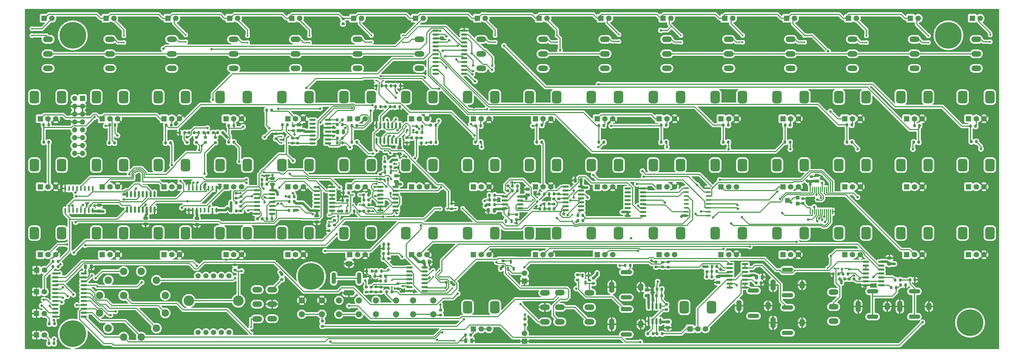
<source format=gbr>
%TF.GenerationSoftware,KiCad,Pcbnew,7.0.9*%
%TF.CreationDate,2024-01-01T10:09:08-06:00*%
%TF.ProjectId,SoundLab16StepSequencer,536f756e-644c-4616-9231-365374657053,rev?*%
%TF.SameCoordinates,Original*%
%TF.FileFunction,Copper,L1,Top*%
%TF.FilePolarity,Positive*%
%FSLAX46Y46*%
G04 Gerber Fmt 4.6, Leading zero omitted, Abs format (unit mm)*
G04 Created by KiCad (PCBNEW 7.0.9) date 2024-01-01 10:09:08*
%MOMM*%
%LPD*%
G01*
G04 APERTURE LIST*
G04 Aperture macros list*
%AMRoundRect*
0 Rectangle with rounded corners*
0 $1 Rounding radius*
0 $2 $3 $4 $5 $6 $7 $8 $9 X,Y pos of 4 corners*
0 Add a 4 corners polygon primitive as box body*
4,1,4,$2,$3,$4,$5,$6,$7,$8,$9,$2,$3,0*
0 Add four circle primitives for the rounded corners*
1,1,$1+$1,$2,$3*
1,1,$1+$1,$4,$5*
1,1,$1+$1,$6,$7*
1,1,$1+$1,$8,$9*
0 Add four rect primitives between the rounded corners*
20,1,$1+$1,$2,$3,$4,$5,0*
20,1,$1+$1,$4,$5,$6,$7,0*
20,1,$1+$1,$6,$7,$8,$9,0*
20,1,$1+$1,$8,$9,$2,$3,0*%
G04 Aperture macros list end*
%TA.AperFunction,ComponentPad*%
%ADD10R,1.800000X1.800000*%
%TD*%
%TA.AperFunction,ComponentPad*%
%ADD11C,1.800000*%
%TD*%
%TA.AperFunction,ComponentPad*%
%ADD12RoundRect,0.750000X0.750000X-1.250000X0.750000X1.250000X-0.750000X1.250000X-0.750000X-1.250000X0*%
%TD*%
%TA.AperFunction,ComponentPad*%
%ADD13C,2.000000*%
%TD*%
%TA.AperFunction,SMDPad,CuDef*%
%ADD14RoundRect,0.200000X-0.200000X-0.275000X0.200000X-0.275000X0.200000X0.275000X-0.200000X0.275000X0*%
%TD*%
%TA.AperFunction,ComponentPad*%
%ADD15O,1.750000X3.700000*%
%TD*%
%TA.AperFunction,ComponentPad*%
%ADD16O,1.750000X2.500000*%
%TD*%
%TA.AperFunction,ComponentPad*%
%ADD17O,3.700000X1.400000*%
%TD*%
%TA.AperFunction,ComponentPad*%
%ADD18O,3.200000X1.800000*%
%TD*%
%TA.AperFunction,SMDPad,CuDef*%
%ADD19RoundRect,0.200000X0.200000X0.275000X-0.200000X0.275000X-0.200000X-0.275000X0.200000X-0.275000X0*%
%TD*%
%TA.AperFunction,SMDPad,CuDef*%
%ADD20RoundRect,0.200000X0.275000X-0.200000X0.275000X0.200000X-0.275000X0.200000X-0.275000X-0.200000X0*%
%TD*%
%TA.AperFunction,SMDPad,CuDef*%
%ADD21RoundRect,0.225000X0.250000X-0.225000X0.250000X0.225000X-0.250000X0.225000X-0.250000X-0.225000X0*%
%TD*%
%TA.AperFunction,SMDPad,CuDef*%
%ADD22RoundRect,0.125000X-0.125000X-0.125000X0.125000X-0.125000X0.125000X0.125000X-0.125000X0.125000X0*%
%TD*%
%TA.AperFunction,SMDPad,CuDef*%
%ADD23RoundRect,0.125000X0.125000X-0.125000X0.125000X0.125000X-0.125000X0.125000X-0.125000X-0.125000X0*%
%TD*%
%TA.AperFunction,SMDPad,CuDef*%
%ADD24RoundRect,0.150000X-0.150000X0.512500X-0.150000X-0.512500X0.150000X-0.512500X0.150000X0.512500X0*%
%TD*%
%TA.AperFunction,SMDPad,CuDef*%
%ADD25RoundRect,0.225000X-0.250000X0.225000X-0.250000X-0.225000X0.250000X-0.225000X0.250000X0.225000X0*%
%TD*%
%TA.AperFunction,SMDPad,CuDef*%
%ADD26RoundRect,0.200000X-0.275000X0.200000X-0.275000X-0.200000X0.275000X-0.200000X0.275000X0.200000X0*%
%TD*%
%TA.AperFunction,SMDPad,CuDef*%
%ADD27RoundRect,0.150000X0.150000X-0.512500X0.150000X0.512500X-0.150000X0.512500X-0.150000X-0.512500X0*%
%TD*%
%TA.AperFunction,SMDPad,CuDef*%
%ADD28RoundRect,0.250000X0.475000X-0.250000X0.475000X0.250000X-0.475000X0.250000X-0.475000X-0.250000X0*%
%TD*%
%TA.AperFunction,SMDPad,CuDef*%
%ADD29RoundRect,0.250000X-0.250000X-0.475000X0.250000X-0.475000X0.250000X0.475000X-0.250000X0.475000X0*%
%TD*%
%TA.AperFunction,SMDPad,CuDef*%
%ADD30RoundRect,0.250000X0.250000X0.475000X-0.250000X0.475000X-0.250000X-0.475000X0.250000X-0.475000X0*%
%TD*%
%TA.AperFunction,SMDPad,CuDef*%
%ADD31R,0.600000X1.500000*%
%TD*%
%TA.AperFunction,ComponentPad*%
%ADD32C,1.700000*%
%TD*%
%TA.AperFunction,ComponentPad*%
%ADD33C,3.400000*%
%TD*%
%TA.AperFunction,SMDPad,CuDef*%
%ADD34RoundRect,0.125000X0.125000X0.125000X-0.125000X0.125000X-0.125000X-0.125000X0.125000X-0.125000X0*%
%TD*%
%TA.AperFunction,SMDPad,CuDef*%
%ADD35RoundRect,0.225000X0.225000X0.250000X-0.225000X0.250000X-0.225000X-0.250000X0.225000X-0.250000X0*%
%TD*%
%TA.AperFunction,SMDPad,CuDef*%
%ADD36RoundRect,0.150000X-0.825000X-0.150000X0.825000X-0.150000X0.825000X0.150000X-0.825000X0.150000X0*%
%TD*%
%TA.AperFunction,SMDPad,CuDef*%
%ADD37RoundRect,0.250000X-0.475000X0.250000X-0.475000X-0.250000X0.475000X-0.250000X0.475000X0.250000X0*%
%TD*%
%TA.AperFunction,SMDPad,CuDef*%
%ADD38RoundRect,0.225000X-0.225000X-0.250000X0.225000X-0.250000X0.225000X0.250000X-0.225000X0.250000X0*%
%TD*%
%TA.AperFunction,SMDPad,CuDef*%
%ADD39RoundRect,0.125000X-0.125000X0.125000X-0.125000X-0.125000X0.125000X-0.125000X0.125000X0.125000X0*%
%TD*%
%TA.AperFunction,SMDPad,CuDef*%
%ADD40RoundRect,0.150000X-0.875000X-0.150000X0.875000X-0.150000X0.875000X0.150000X-0.875000X0.150000X0*%
%TD*%
%TA.AperFunction,ComponentPad*%
%ADD41C,8.600000*%
%TD*%
%TA.AperFunction,SMDPad,CuDef*%
%ADD42RoundRect,0.150000X0.850000X0.150000X-0.850000X0.150000X-0.850000X-0.150000X0.850000X-0.150000X0*%
%TD*%
%TA.AperFunction,SMDPad,CuDef*%
%ADD43RoundRect,0.150000X0.875000X0.150000X-0.875000X0.150000X-0.875000X-0.150000X0.875000X-0.150000X0*%
%TD*%
%TA.AperFunction,ComponentPad*%
%ADD44C,2.400000*%
%TD*%
%TA.AperFunction,SMDPad,CuDef*%
%ADD45RoundRect,0.150000X-0.150000X0.825000X-0.150000X-0.825000X0.150000X-0.825000X0.150000X0.825000X0*%
%TD*%
%TA.AperFunction,SMDPad,CuDef*%
%ADD46RoundRect,0.150000X0.825000X0.150000X-0.825000X0.150000X-0.825000X-0.150000X0.825000X-0.150000X0*%
%TD*%
%TA.AperFunction,SMDPad,CuDef*%
%ADD47R,0.450000X1.750000*%
%TD*%
%TA.AperFunction,SMDPad,CuDef*%
%ADD48R,1.500000X0.600000*%
%TD*%
%TA.AperFunction,ComponentPad*%
%ADD49O,3.700000X1.750000*%
%TD*%
%TA.AperFunction,ComponentPad*%
%ADD50O,2.500000X1.750000*%
%TD*%
%TA.AperFunction,ComponentPad*%
%ADD51O,1.400000X3.700000*%
%TD*%
%TA.AperFunction,SMDPad,CuDef*%
%ADD52RoundRect,0.150000X0.150000X-0.850000X0.150000X0.850000X-0.150000X0.850000X-0.150000X-0.850000X0*%
%TD*%
%TA.AperFunction,SMDPad,CuDef*%
%ADD53R,1.200000X1.200000*%
%TD*%
%TA.AperFunction,SMDPad,CuDef*%
%ADD54R,1.500000X1.600000*%
%TD*%
%TA.AperFunction,ComponentPad*%
%ADD55R,1.700000X1.700000*%
%TD*%
%TA.AperFunction,ComponentPad*%
%ADD56O,1.700000X1.700000*%
%TD*%
%TA.AperFunction,ViaPad*%
%ADD57C,0.800000*%
%TD*%
%TA.AperFunction,Conductor*%
%ADD58C,0.304800*%
%TD*%
%TA.AperFunction,Conductor*%
%ADD59C,0.812800*%
%TD*%
G04 APERTURE END LIST*
D10*
%TO.P,RV43,1,1*%
%TO.N,+12V*%
X309500000Y-162000000D03*
D11*
%TO.P,RV43,2,2*%
%TO.N,Net-(U13-I12)*%
X312000000Y-162000000D03*
%TO.P,RV43,3,3*%
%TO.N,GNDREF*%
X314500000Y-162000000D03*
D12*
%TO.P,RV43,MP*%
%TO.N,N/C*%
X307600000Y-155000000D03*
X316400000Y-155000000D03*
%TD*%
D13*
%TO.P,SW20,1,1*%
%TO.N,+12V*%
X190000000Y-176750000D03*
X196500000Y-176750000D03*
%TO.P,SW20,2,2*%
%TO.N,Net-(R82-Pad1)*%
X190000000Y-181250000D03*
X196500000Y-181250000D03*
%TD*%
D14*
%TO.P,R68,1*%
%TO.N,Net-(U12-I5)*%
X170175000Y-125600000D03*
%TO.P,R68,2*%
%TO.N,Net-(R68-Pad2)*%
X171825000Y-125600000D03*
%TD*%
D15*
%TO.P,J6,S*%
%TO.N,GNDREF*%
X306300000Y-171750000D03*
D16*
X315700000Y-171750000D03*
D17*
%TO.P,J6,T*%
%TO.N,/SequencerAnalogGenerator/CV3*%
X311000000Y-166850000D03*
X311000000Y-175050000D03*
%TD*%
D18*
%TO.P,SW8,1,A*%
%TO.N,Net-(D22-K)*%
X152000000Y-92300000D03*
%TO.P,SW8,2,B*%
%TO.N,GB*%
X152000000Y-97000000D03*
%TO.P,SW8,3*%
%TO.N,N/C*%
X152000000Y-101700000D03*
%TD*%
D19*
%TO.P,R61,1*%
%TO.N,Net-(R61-Pad1)*%
X132050000Y-120200000D03*
%TO.P,R61,2*%
%TO.N,Net-(U12-I3)*%
X130400000Y-120200000D03*
%TD*%
D10*
%TO.P,RV22,1,1*%
%TO.N,Net-(RV10-Pad1)*%
X289500000Y-118000000D03*
D11*
%TO.P,RV22,2,2*%
%TO.N,Net-(R67-Pad1)*%
X292000000Y-118000000D03*
%TO.P,RV22,3,3*%
%TO.N,GNDREF*%
X294500000Y-118000000D03*
D12*
%TO.P,RV22,MP*%
%TO.N,N/C*%
X287600000Y-111000000D03*
X296400000Y-111000000D03*
%TD*%
D10*
%TO.P,RV33,1,1*%
%TO.N,Net-(C32-Pad2)*%
X209500000Y-140000000D03*
D11*
%TO.P,RV33,2,2*%
%TO.N,Net-(R76-Pad2)*%
X212000000Y-140000000D03*
%TO.P,RV33,3,3*%
%TO.N,GNDREF*%
X214500000Y-140000000D03*
D12*
%TO.P,RV33,MP*%
%TO.N,N/C*%
X207600000Y-133000000D03*
X216400000Y-133000000D03*
%TD*%
D18*
%TO.P,SW2,1,A*%
%TO.N,Net-(D1-K)*%
X139600000Y-182770000D03*
%TO.P,SW2,2,B*%
%TO.N,Net-(SW1-Pad4)*%
X139600000Y-178000000D03*
%TO.P,SW2,3,C*%
%TO.N,unconnected-(SW2-C-Pad3)*%
X139600000Y-173300000D03*
%TO.P,SW2,4,A*%
%TO.N,unconnected-(SW2-A-Pad4)*%
X144400000Y-182700000D03*
%TO.P,SW2,5,B*%
%TO.N,GNDREF*%
X144400000Y-178000000D03*
%TO.P,SW2,6,C*%
%TO.N,/SequencerClocking/RND*%
X144400000Y-173300000D03*
%TD*%
D14*
%TO.P,R117,1*%
%TO.N,GNDREF*%
X230750000Y-142425000D03*
%TO.P,R117,2*%
%TO.N,Net-(D60-K)*%
X232400000Y-142425000D03*
%TD*%
D13*
%TO.P,SW22,1,1*%
%TO.N,+12V*%
X166000000Y-176750000D03*
X172500000Y-176750000D03*
%TO.P,SW22,2,2*%
%TO.N,Net-(R80-Pad2)*%
X166000000Y-181250000D03*
X172500000Y-181250000D03*
%TD*%
D20*
%TO.P,R118,1*%
%TO.N,Net-(U19-CLK)*%
X237050000Y-143950000D03*
%TO.P,R118,2*%
%TO.N,Net-(C66-Pad2)*%
X237050000Y-142300000D03*
%TD*%
D14*
%TO.P,R5,1*%
%TO.N,Net-(R5-Pad1)*%
X344475000Y-172675000D03*
%TO.P,R5,2*%
%TO.N,/SequencerInput/Gate*%
X346125000Y-172675000D03*
%TD*%
D21*
%TO.P,C27,1*%
%TO.N,/VariClock1/DV*%
X315975000Y-145375000D03*
%TO.P,C27,2*%
%TO.N,GNDREF*%
X315975000Y-143825000D03*
%TD*%
D14*
%TO.P,R30,1*%
%TO.N,Net-(D44-A)*%
X73575000Y-164175000D03*
%TO.P,R30,2*%
%TO.N,Net-(U9-P3)*%
X75225000Y-164175000D03*
%TD*%
D10*
%TO.P,D45,1,K*%
%TO.N,GNDREF*%
X68275000Y-174000000D03*
D11*
%TO.P,D45,2,A*%
%TO.N,Net-(D45-A)*%
X70815000Y-174000000D03*
%TD*%
D22*
%TO.P,D50,1,K*%
%TO.N,Net-(D50-K)*%
X187725000Y-120400000D03*
%TO.P,D50,2,A*%
%TO.N,Net-(D50-A)*%
X189925000Y-120400000D03*
%TD*%
D23*
%TO.P,D25,1,K*%
%TO.N,Net-(D25-K)*%
X216500000Y-93250000D03*
%TO.P,D25,2,A*%
%TO.N,/SequencerInput/Q7*%
X216500000Y-91050000D03*
%TD*%
D24*
%TO.P,Q2,1,E*%
%TO.N,GNDREF*%
X246675000Y-168762500D03*
%TO.P,Q2,2,B*%
%TO.N,Net-(Q2-B)*%
X244775000Y-168762500D03*
%TO.P,Q2,3,C*%
%TO.N,Net-(Q2-C)*%
X245725000Y-171037500D03*
%TD*%
D19*
%TO.P,R67,1*%
%TO.N,Net-(R67-Pad1)*%
X291850000Y-120090000D03*
%TO.P,R67,2*%
%TO.N,Net-(U12-I11)*%
X290200000Y-120090000D03*
%TD*%
D10*
%TO.P,RV5,1,1*%
%TO.N,Net-(RV10-Pad1)*%
X369500000Y-118000000D03*
D11*
%TO.P,RV5,2,2*%
%TO.N,Net-(R51-Pad1)*%
X372000000Y-118000000D03*
%TO.P,RV5,3,3*%
%TO.N,GNDREF*%
X374500000Y-118000000D03*
D12*
%TO.P,RV5,MP*%
%TO.N,N/C*%
X367600000Y-111000000D03*
X376400000Y-111000000D03*
%TD*%
D25*
%TO.P,C40,1*%
%TO.N,GNDREF*%
X318700000Y-136700000D03*
%TO.P,C40,2*%
%TO.N,+12V*%
X318700000Y-138250000D03*
%TD*%
D23*
%TO.P,D22,1,K*%
%TO.N,Net-(D22-K)*%
X156500000Y-93350000D03*
%TO.P,D22,2,A*%
%TO.N,/SequencerInput/Q4*%
X156500000Y-91150000D03*
%TD*%
D18*
%TO.P,SW11,1,A*%
%TO.N,Net-(D25-K)*%
X212000000Y-92300000D03*
%TO.P,SW11,2,B*%
%TO.N,GB*%
X212000000Y-97000000D03*
%TO.P,SW11,3*%
%TO.N,N/C*%
X212000000Y-101700000D03*
%TD*%
D26*
%TO.P,R15,1*%
%TO.N,Net-(R14-Pad1)*%
X126035000Y-124060000D03*
%TO.P,R15,2*%
%TO.N,Net-(U6-Q3)*%
X126035000Y-125710000D03*
%TD*%
D27*
%TO.P,Q1,1,E*%
%TO.N,unconnected-(Q1-E-Pad1)*%
X219950000Y-151162500D03*
%TO.P,Q1,2,B*%
%TO.N,-12V*%
X221850000Y-151162500D03*
%TO.P,Q1,3,C*%
%TO.N,Net-(Q1-C)*%
X220900000Y-148887500D03*
%TD*%
D18*
%TO.P,SW9,1,A*%
%TO.N,Net-(D23-K)*%
X172000000Y-92300000D03*
%TO.P,SW9,2,B*%
%TO.N,GB*%
X172000000Y-97000000D03*
%TO.P,SW9,3*%
%TO.N,N/C*%
X172000000Y-101700000D03*
%TD*%
D14*
%TO.P,R62,1*%
%TO.N,Net-(U12-I12)*%
X310175000Y-120090000D03*
%TO.P,R62,2*%
%TO.N,Net-(R62-Pad2)*%
X311825000Y-120090000D03*
%TD*%
D26*
%TO.P,R29,1*%
%TO.N,GNDREF*%
X145675000Y-122850000D03*
%TO.P,R29,2*%
%TO.N,Net-(D40-K)*%
X145675000Y-124500000D03*
%TD*%
D10*
%TO.P,RV45,1,1*%
%TO.N,+12V*%
X289500000Y-162000000D03*
D11*
%TO.P,RV45,2,2*%
%TO.N,Net-(U13-I11)*%
X292000000Y-162000000D03*
%TO.P,RV45,3,3*%
%TO.N,GNDREF*%
X294500000Y-162000000D03*
D12*
%TO.P,RV45,MP*%
%TO.N,N/C*%
X287600000Y-155000000D03*
X296400000Y-155000000D03*
%TD*%
D10*
%TO.P,RV11,1,1*%
%TO.N,Net-(RV10-Pad1)*%
X349500000Y-140000000D03*
D11*
%TO.P,RV11,2,2*%
%TO.N,Net-(R55-Pad2)*%
X352000000Y-140000000D03*
%TO.P,RV11,3,3*%
%TO.N,GNDREF*%
X354500000Y-140000000D03*
D12*
%TO.P,RV11,MP*%
%TO.N,N/C*%
X347600000Y-133000000D03*
X356400000Y-133000000D03*
%TD*%
D19*
%TO.P,R120,1*%
%TO.N,Net-(U4B-S)*%
X172625000Y-147950000D03*
%TO.P,R120,2*%
%TO.N,GNDREF*%
X170975000Y-147950000D03*
%TD*%
%TO.P,R11,1*%
%TO.N,+12V*%
X151575000Y-144750000D03*
%TO.P,R11,2*%
%TO.N,Net-(C12-Pad1)*%
X149925000Y-144750000D03*
%TD*%
D28*
%TO.P,C4,1*%
%TO.N,+12V*%
X144500000Y-139200000D03*
%TO.P,C4,2*%
%TO.N,GNDREF*%
X144500000Y-137300000D03*
%TD*%
D29*
%TO.P,C21,1*%
%TO.N,GNDREF*%
X214300000Y-147625000D03*
%TO.P,C21,2*%
%TO.N,-12V*%
X216200000Y-147625000D03*
%TD*%
D14*
%TO.P,R79,1*%
%TO.N,Net-(U12-I8)*%
X229950000Y-125600000D03*
%TO.P,R79,2*%
%TO.N,Net-(R79-Pad2)*%
X231600000Y-125600000D03*
%TD*%
D30*
%TO.P,C29,1*%
%TO.N,GNDREF*%
X302875000Y-169275000D03*
%TO.P,C29,2*%
%TO.N,-12V*%
X300975000Y-169275000D03*
%TD*%
D14*
%TO.P,R32,1*%
%TO.N,Net-(D46-A)*%
X72400000Y-184325000D03*
%TO.P,R32,2*%
%TO.N,Net-(U9-P1)*%
X74050000Y-184325000D03*
%TD*%
D13*
%TO.P,SW21,1,1*%
%TO.N,+12V*%
X178000000Y-176750000D03*
X184500000Y-176750000D03*
%TO.P,SW21,2,2*%
%TO.N,Net-(R83-Pad1)*%
X178000000Y-181250000D03*
X184500000Y-181250000D03*
%TD*%
D19*
%TO.P,R77,1*%
%TO.N,Net-(R77-Pad1)*%
X211850000Y-120290000D03*
%TO.P,R77,2*%
%TO.N,Net-(U12-I7)*%
X210200000Y-120290000D03*
%TD*%
D22*
%TO.P,D54,1,K*%
%TO.N,/SequencerClocking/CLR*%
X178075000Y-105625000D03*
%TO.P,D54,2,A*%
%TO.N,Net-(D54-A)*%
X180275000Y-105625000D03*
%TD*%
D10*
%TO.P,RV38,1,1*%
%TO.N,+12V*%
X89500000Y-162000000D03*
D11*
%TO.P,RV38,2,2*%
%TO.N,Net-(U13-I1)*%
X92000000Y-162000000D03*
%TO.P,RV38,3,3*%
%TO.N,GNDREF*%
X94500000Y-162000000D03*
D12*
%TO.P,RV38,MP*%
%TO.N,N/C*%
X87600000Y-155000000D03*
X96400000Y-155000000D03*
%TD*%
D18*
%TO.P,SW19,1,A*%
%TO.N,Net-(D33-K)*%
X372000000Y-92300000D03*
%TO.P,SW19,2,B*%
%TO.N,GB*%
X372000000Y-97000000D03*
%TO.P,SW19,3*%
%TO.N,N/C*%
X372000000Y-101700000D03*
%TD*%
%TO.P,SW26,1,A*%
%TO.N,/SequencerInput/SBV2*%
X325900000Y-174100000D03*
%TO.P,SW26,2,B*%
%TO.N,/SequencerInput/SBV1*%
X325900000Y-178800000D03*
%TO.P,SW26,3,C*%
%TO.N,Net-(D62-A)*%
X325900000Y-183500000D03*
%TD*%
D31*
%TO.P,U9,1,P1*%
%TO.N,Net-(U9-P1)*%
X86400000Y-140525000D03*
%TO.P,U9,2,Q1*%
%TO.N,unconnected-(U9-Q1-Pad2)*%
X85130000Y-140525000D03*
%TO.P,U9,3,Q0*%
%TO.N,unconnected-(U9-Q0-Pad3)*%
X83860000Y-140525000D03*
%TO.P,U9,4,DOWN*%
%TO.N,/VariClock1/CLK*%
X82590000Y-140525000D03*
%TO.P,U9,5,UP*%
%TO.N,+12V*%
X81320000Y-140525000D03*
%TO.P,U9,6,Q2*%
%TO.N,unconnected-(U9-Q2-Pad6)*%
X80050000Y-140525000D03*
%TO.P,U9,7,Q3*%
%TO.N,unconnected-(U9-Q3-Pad7)*%
X78780000Y-140525000D03*
%TO.P,U9,8,VSS*%
%TO.N,GNDREF*%
X77510000Y-140525000D03*
%TO.P,U9,9,P3*%
%TO.N,Net-(U9-P3)*%
X77510000Y-147625000D03*
%TO.P,U9,10,P2*%
%TO.N,Net-(U9-P2)*%
X78780000Y-147625000D03*
%TO.P,U9,11,LOAD*%
%TO.N,Net-(U9-LOAD)*%
X80050000Y-147625000D03*
%TO.P,U9,12,CO*%
%TO.N,unconnected-(U9-CO-Pad12)*%
X81320000Y-147625000D03*
%TO.P,U9,13,BO*%
%TO.N,/VariClock1/CLR*%
X82590000Y-147625000D03*
%TO.P,U9,14,MR*%
%TO.N,GNDREF*%
X83860000Y-147625000D03*
%TO.P,U9,15,P0*%
%TO.N,Net-(U9-P0)*%
X85130000Y-147625000D03*
%TO.P,U9,16,VDD*%
%TO.N,+12V*%
X86400000Y-147625000D03*
%TD*%
D21*
%TO.P,C32,1*%
%TO.N,Net-(U11A--)*%
X270625000Y-165935000D03*
%TO.P,C32,2*%
%TO.N,Net-(C32-Pad2)*%
X270625000Y-164385000D03*
%TD*%
D32*
%TO.P,SW1,1,1*%
%TO.N,unconnected-(SW1-Pad1)*%
X130500000Y-187150000D03*
%TO.P,SW1,2,2*%
%TO.N,/SequencerClocking/STP*%
X128000000Y-187150000D03*
D33*
%TO.P,SW1,3,3*%
%TO.N,/SequencerClocking/CLR*%
X117500000Y-176900000D03*
D32*
X125500000Y-187150000D03*
D33*
X133500000Y-176900000D03*
D32*
%TO.P,SW1,4,4*%
%TO.N,Net-(SW1-Pad4)*%
X123000000Y-187150000D03*
%TO.P,SW1,5,5*%
%TO.N,/SequencerClocking/REV*%
X120500000Y-187150000D03*
%TO.P,SW1,6*%
%TO.N,N/C*%
X120500000Y-168850000D03*
%TO.P,SW1,7*%
X123000000Y-168850000D03*
%TO.P,SW1,8*%
X125500000Y-168850000D03*
%TO.P,SW1,9*%
X128000000Y-168850000D03*
%TO.P,SW1,10*%
X130500000Y-168850000D03*
%TD*%
D14*
%TO.P,R34,1*%
%TO.N,Net-(D47-A)*%
X72300000Y-190675000D03*
%TO.P,R34,2*%
%TO.N,Net-(U9-P0)*%
X73950000Y-190675000D03*
%TD*%
D10*
%TO.P,RV26,1,1*%
%TO.N,Net-(RV10-Pad1)*%
X269500000Y-118000000D03*
D11*
%TO.P,RV26,2,2*%
%TO.N,Net-(R70-Pad2)*%
X272000000Y-118000000D03*
%TO.P,RV26,3,3*%
%TO.N,GNDREF*%
X274500000Y-118000000D03*
D12*
%TO.P,RV26,MP*%
%TO.N,N/C*%
X267600000Y-111000000D03*
X276400000Y-111000000D03*
%TD*%
D24*
%TO.P,Q3,1,E*%
%TO.N,Net-(D62-K)*%
X182825000Y-135312500D03*
%TO.P,Q3,2,B*%
%TO.N,Net-(Q3-B)*%
X180925000Y-135312500D03*
%TO.P,Q3,3,C*%
%TO.N,/VariClock2/Q2*%
X181875000Y-137587500D03*
%TD*%
D19*
%TO.P,R13,1*%
%TO.N,+12V*%
X151525000Y-147700000D03*
%TO.P,R13,2*%
%TO.N,Net-(C14-Pad1)*%
X149875000Y-147700000D03*
%TD*%
D18*
%TO.P,SW13,1,A*%
%TO.N,Net-(D27-K)*%
X252000000Y-92300000D03*
%TO.P,SW13,2,B*%
%TO.N,GB*%
X252000000Y-97000000D03*
%TO.P,SW13,3*%
%TO.N,N/C*%
X252000000Y-101700000D03*
%TD*%
D14*
%TO.P,R4,1*%
%TO.N,+12V*%
X327800000Y-169825000D03*
%TO.P,R4,2*%
%TO.N,Net-(C7-Pad2)*%
X329450000Y-169825000D03*
%TD*%
D10*
%TO.P,D14,1,K*%
%TO.N,Net-(D10-K)*%
X190725000Y-85500000D03*
D11*
%TO.P,D14,2,A*%
%TO.N,/SequencerInput/Q6*%
X193265000Y-85500000D03*
%TD*%
D19*
%TO.P,R72,1*%
%TO.N,Net-(U12-I6)*%
X197325000Y-120075000D03*
%TO.P,R72,2*%
%TO.N,Net-(R72-Pad2)*%
X195675000Y-120075000D03*
%TD*%
%TO.P,R51,1*%
%TO.N,Net-(R51-Pad1)*%
X371800000Y-120400000D03*
%TO.P,R51,2*%
%TO.N,Net-(U12-I15)*%
X370150000Y-120400000D03*
%TD*%
D10*
%TO.P,RV20,1,1*%
%TO.N,Net-(C32-Pad2)*%
X149500000Y-118000000D03*
D11*
%TO.P,RV20,2,2*%
%TO.N,Net-(R64-Pad2)*%
X152000000Y-118000000D03*
%TO.P,RV20,3,3*%
%TO.N,GNDREF*%
X154500000Y-118000000D03*
D12*
%TO.P,RV20,MP*%
%TO.N,N/C*%
X147600000Y-111000000D03*
X156400000Y-111000000D03*
%TD*%
D23*
%TO.P,D32,1,K*%
%TO.N,Net-(D32-K)*%
X356500000Y-93350000D03*
%TO.P,D32,2,A*%
%TO.N,/SequencerInput/Q14*%
X356500000Y-91150000D03*
%TD*%
D26*
%TO.P,R18,1*%
%TO.N,Net-(R17-Pad1)*%
X122835000Y-124010000D03*
%TO.P,R18,2*%
%TO.N,Net-(U6-Q2)*%
X122835000Y-125660000D03*
%TD*%
D22*
%TO.P,D51,1,K*%
%TO.N,Net-(D51-K)*%
X187745000Y-122400000D03*
%TO.P,D51,2,A*%
%TO.N,Net-(D51-A)*%
X189945000Y-122400000D03*
%TD*%
D19*
%TO.P,R90,1*%
%TO.N,GNDREF*%
X182050000Y-163275000D03*
%TO.P,R90,2*%
%TO.N,Net-(C46-Pad2)*%
X180400000Y-163275000D03*
%TD*%
D23*
%TO.P,D28,1,K*%
%TO.N,Net-(D28-K)*%
X276500000Y-93250000D03*
%TO.P,D28,2,A*%
%TO.N,/SequencerInput/Q10*%
X276500000Y-91050000D03*
%TD*%
D26*
%TO.P,R81,1*%
%TO.N,GNDREF*%
X202450000Y-145475000D03*
%TO.P,R81,2*%
%TO.N,Net-(D48-K)*%
X202450000Y-147125000D03*
%TD*%
D14*
%TO.P,R127,1*%
%TO.N,Net-(R127-Pad1)*%
X258500000Y-165425000D03*
%TO.P,R127,2*%
%TO.N,/VariClock2/Clock_Out*%
X260150000Y-165425000D03*
%TD*%
D19*
%TO.P,R73,1*%
%TO.N,Net-(U12-I6)*%
X197375000Y-125625000D03*
%TO.P,R73,2*%
%TO.N,Net-(R73-Pad2)*%
X195725000Y-125625000D03*
%TD*%
D34*
%TO.P,D49,1,K*%
%TO.N,Net-(D48-K)*%
X200975000Y-147150000D03*
%TO.P,D49,2,A*%
%TO.N,/SequencerClocking/FWD*%
X198775000Y-147150000D03*
%TD*%
D10*
%TO.P,RV12,1,1*%
%TO.N,Net-(C32-Pad2)*%
X109500000Y-118000000D03*
D11*
%TO.P,RV12,2,2*%
%TO.N,Net-(R56-Pad2)*%
X112000000Y-118000000D03*
%TO.P,RV12,3,3*%
%TO.N,GNDREF*%
X114500000Y-118000000D03*
D12*
%TO.P,RV12,MP*%
%TO.N,N/C*%
X107600000Y-111000000D03*
X116400000Y-111000000D03*
%TD*%
D20*
%TO.P,R8,1*%
%TO.N,GNDREF*%
X162775000Y-154275000D03*
%TO.P,R8,2*%
%TO.N,Net-(D37-A)*%
X162775000Y-152625000D03*
%TD*%
D19*
%TO.P,R24,1*%
%TO.N,Net-(U7B-+)*%
X149350000Y-119975000D03*
%TO.P,R24,2*%
%TO.N,Net-(D41-K)*%
X147700000Y-119975000D03*
%TD*%
D18*
%TO.P,SW16,1,A*%
%TO.N,Net-(D30-K)*%
X312000000Y-92300000D03*
%TO.P,SW16,2,B*%
%TO.N,GB*%
X312000000Y-97000000D03*
%TO.P,SW16,3*%
%TO.N,N/C*%
X312000000Y-101700000D03*
%TD*%
%TO.P,SW15,1,A*%
%TO.N,Net-(D29-K)*%
X292000000Y-92300000D03*
%TO.P,SW15,2,B*%
%TO.N,GB*%
X292000000Y-97000000D03*
%TO.P,SW15,3*%
%TO.N,N/C*%
X292000000Y-101700000D03*
%TD*%
D35*
%TO.P,C43,1*%
%TO.N,Net-(C43-Pad1)*%
X177600000Y-168975000D03*
%TO.P,C43,2*%
%TO.N,GNDREF*%
X176050000Y-168975000D03*
%TD*%
D10*
%TO.P,RV47,1,1*%
%TO.N,+12V*%
X269500000Y-162000000D03*
D11*
%TO.P,RV47,2,2*%
%TO.N,Net-(U13-I10)*%
X272000000Y-162000000D03*
%TO.P,RV47,3,3*%
%TO.N,GNDREF*%
X274500000Y-162000000D03*
D12*
%TO.P,RV47,MP*%
%TO.N,N/C*%
X267600000Y-155000000D03*
X276400000Y-155000000D03*
%TD*%
D22*
%TO.P,D35,1,K*%
%TO.N,/SequencerClocking/UP*%
X323925000Y-166400000D03*
%TO.P,D35,2,A*%
%TO.N,/SequencerInput/SBV1*%
X326125000Y-166400000D03*
%TD*%
D36*
%TO.P,U16,1*%
%TO.N,Net-(D60-K)*%
X239300000Y-139990000D03*
%TO.P,U16,2*%
%TO.N,Net-(U19-DATA)*%
X239300000Y-141260000D03*
%TO.P,U16,3*%
%TO.N,Net-(C66-Pad2)*%
X239300000Y-142530000D03*
%TO.P,U16,4*%
%TO.N,Net-(U19-CLK)*%
X239300000Y-143800000D03*
%TO.P,U16,5*%
%TO.N,Net-(C58-Pad1)*%
X239300000Y-145070000D03*
%TO.P,U16,6*%
%TO.N,/SequencerClocking/RST*%
X239300000Y-146340000D03*
%TO.P,U16,7,VSS*%
%TO.N,GNDREF*%
X239300000Y-147610000D03*
%TO.P,U16,8*%
%TO.N,Net-(C67-Pad2)*%
X244250000Y-147610000D03*
%TO.P,U16,9*%
%TO.N,/SequencerRandomGenerator/CLK*%
X244250000Y-146340000D03*
%TO.P,U16,10*%
%TO.N,Net-(R123-Pad1)*%
X244250000Y-145070000D03*
%TO.P,U16,11*%
%TO.N,/VariClock1/QCK*%
X244250000Y-143800000D03*
%TO.P,U16,12*%
%TO.N,Net-(R127-Pad1)*%
X244250000Y-142530000D03*
%TO.P,U16,13*%
%TO.N,Net-(SW25-B)*%
X244250000Y-141260000D03*
%TO.P,U16,14,VDD*%
%TO.N,+12V*%
X244250000Y-139990000D03*
%TD*%
D19*
%TO.P,R108,1*%
%TO.N,Net-(R108-Pad1)*%
X233950000Y-145570000D03*
%TO.P,R108,2*%
%TO.N,Net-(C57-Pad1)*%
X232300000Y-145570000D03*
%TD*%
D23*
%TO.P,D58,1,K*%
%TO.N,/SequencerClocking/CLR*%
X241475000Y-151250000D03*
%TO.P,D58,2,A*%
%TO.N,/SequencerClocking/RST*%
X241475000Y-149050000D03*
%TD*%
D14*
%TO.P,R116,1*%
%TO.N,Net-(U18B--)*%
X214650000Y-142725000D03*
%TO.P,R116,2*%
%TO.N,Net-(R114-Pad1)*%
X216300000Y-142725000D03*
%TD*%
D31*
%TO.P,U6,1,P1*%
%TO.N,GNDREF*%
X126375000Y-140475000D03*
%TO.P,U6,2,Q1*%
%TO.N,Net-(U6-Q1)*%
X125105000Y-140475000D03*
%TO.P,U6,3,Q0*%
%TO.N,Net-(U6-Q0)*%
X123835000Y-140475000D03*
%TO.P,U6,4,DOWN*%
%TO.N,+12V*%
X122565000Y-140475000D03*
%TO.P,U6,5,UP*%
%TO.N,Net-(D41-K)*%
X121295000Y-140475000D03*
%TO.P,U6,6,Q2*%
%TO.N,Net-(U6-Q2)*%
X120025000Y-140475000D03*
%TO.P,U6,7,Q3*%
%TO.N,Net-(U6-Q3)*%
X118755000Y-140475000D03*
%TO.P,U6,8,VSS*%
%TO.N,GNDREF*%
X117485000Y-140475000D03*
%TO.P,U6,9,P3*%
X117485000Y-147575000D03*
%TO.P,U6,10,P2*%
X118755000Y-147575000D03*
%TO.P,U6,11,LOAD*%
%TO.N,+12V*%
X120025000Y-147575000D03*
%TO.P,U6,12,CO*%
%TO.N,unconnected-(U6-CO-Pad12)*%
X121295000Y-147575000D03*
%TO.P,U6,13,BO*%
%TO.N,unconnected-(U6-BO-Pad13)*%
X122565000Y-147575000D03*
%TO.P,U6,14,MR*%
%TO.N,Net-(U6-MR)*%
X123835000Y-147575000D03*
%TO.P,U6,15,P0*%
%TO.N,GNDREF*%
X125105000Y-147575000D03*
%TO.P,U6,16,VDD*%
%TO.N,+12V*%
X126375000Y-147575000D03*
%TD*%
D28*
%TO.P,C1,1*%
%TO.N,+12V*%
X343950000Y-164950000D03*
%TO.P,C1,2*%
%TO.N,GNDREF*%
X343950000Y-163050000D03*
%TD*%
D10*
%TO.P,RV42,1,1*%
%TO.N,+12V*%
X129500000Y-162000000D03*
D11*
%TO.P,RV42,2,2*%
%TO.N,Net-(U13-I3)*%
X132000000Y-162000000D03*
%TO.P,RV42,3,3*%
%TO.N,GNDREF*%
X134500000Y-162000000D03*
D12*
%TO.P,RV42,MP*%
%TO.N,N/C*%
X127600000Y-155000000D03*
X136400000Y-155000000D03*
%TD*%
D20*
%TO.P,R121,1*%
%TO.N,Net-(Q2-C)*%
X248275000Y-171250000D03*
%TO.P,R121,2*%
%TO.N,+12V*%
X248275000Y-169600000D03*
%TD*%
D21*
%TO.P,C22,1*%
%TO.N,Net-(C22-Pad1)*%
X134310000Y-147850000D03*
%TO.P,C22,2*%
%TO.N,Net-(C22-Pad2)*%
X134310000Y-146300000D03*
%TD*%
D19*
%TO.P,R58,1*%
%TO.N,Net-(R58-Pad1)*%
X331825000Y-125600000D03*
%TO.P,R58,2*%
%TO.N,Net-(U12-I13)*%
X330175000Y-125600000D03*
%TD*%
D37*
%TO.P,C34,1*%
%TO.N,+12V*%
X272325000Y-183725000D03*
%TO.P,C34,2*%
%TO.N,GNDREF*%
X272325000Y-185625000D03*
%TD*%
D10*
%TO.P,RV8,1,1*%
%TO.N,Net-(C32-Pad2)*%
X89500000Y-118000000D03*
D11*
%TO.P,RV8,2,2*%
%TO.N,Net-(R53-Pad1)*%
X92000000Y-118000000D03*
%TO.P,RV8,3,3*%
%TO.N,GNDREF*%
X94500000Y-118000000D03*
D12*
%TO.P,RV8,MP*%
%TO.N,N/C*%
X87600000Y-111000000D03*
X96400000Y-111000000D03*
%TD*%
D10*
%TO.P,RV25,1,1*%
%TO.N,Net-(C32-Pad2)*%
X169500000Y-140000000D03*
D11*
%TO.P,RV25,2,2*%
%TO.N,Net-(R68-Pad2)*%
X172000000Y-140000000D03*
%TO.P,RV25,3,3*%
%TO.N,GNDREF*%
X174500000Y-140000000D03*
D12*
%TO.P,RV25,MP*%
%TO.N,N/C*%
X167600000Y-133000000D03*
X176400000Y-133000000D03*
%TD*%
D19*
%TO.P,R98,1*%
%TO.N,+12V*%
X202375000Y-170975000D03*
%TO.P,R98,2*%
%TO.N,Net-(D52-A)*%
X200725000Y-170975000D03*
%TD*%
D38*
%TO.P,C66,1*%
%TO.N,GNDREF*%
X233950000Y-142355000D03*
%TO.P,C66,2*%
%TO.N,Net-(C66-Pad2)*%
X235500000Y-142355000D03*
%TD*%
D19*
%TO.P,R36,1*%
%TO.N,Net-(R36-Pad1)*%
X167150000Y-124275000D03*
%TO.P,R36,2*%
%TO.N,Net-(U7C--)*%
X165500000Y-124275000D03*
%TD*%
D14*
%TO.P,R33,1*%
%TO.N,Net-(D42-K)*%
X206950000Y-188000000D03*
%TO.P,R33,2*%
%TO.N,Net-(R33-Pad2)*%
X208600000Y-188000000D03*
%TD*%
%TO.P,R52,1*%
%TO.N,Net-(U12-I1)*%
X91950000Y-120000000D03*
%TO.P,R52,2*%
%TO.N,Net-(R52-Pad2)*%
X93600000Y-120000000D03*
%TD*%
D10*
%TO.P,D61,1,K*%
%TO.N,GNDREF*%
X226000000Y-190000000D03*
D11*
%TO.P,D61,2,A*%
%TO.N,Net-(D61-A)*%
X226000000Y-187460000D03*
%TD*%
D29*
%TO.P,C3,1*%
%TO.N,+12V*%
X84100000Y-165825000D03*
%TO.P,C3,2*%
%TO.N,GNDREF*%
X86000000Y-165825000D03*
%TD*%
D36*
%TO.P,U15,1*%
%TO.N,Net-(C46-Pad2)*%
X188800000Y-166150000D03*
%TO.P,U15,2*%
%TO.N,Net-(D52-K)*%
X188800000Y-167420000D03*
%TO.P,U15,3*%
%TO.N,Net-(C47-Pad2)*%
X188800000Y-168690000D03*
%TO.P,U15,4*%
%TO.N,Net-(D53-K)*%
X188800000Y-169960000D03*
%TO.P,U15,5*%
%TO.N,Net-(C45-Pad2)*%
X188800000Y-171230000D03*
%TO.P,U15,6*%
%TO.N,Net-(U14A-C)*%
X188800000Y-172500000D03*
%TO.P,U15,7,VSS*%
%TO.N,GNDREF*%
X188800000Y-173770000D03*
%TO.P,U15,8*%
%TO.N,Net-(U1-Pad13)*%
X193750000Y-173770000D03*
%TO.P,U15,9*%
%TO.N,Net-(D52-A)*%
X193750000Y-172500000D03*
%TO.P,U15,10*%
%TO.N,Net-(D56-K)*%
X193750000Y-171230000D03*
%TO.P,U15,11*%
%TO.N,Net-(D51-A)*%
X193750000Y-169960000D03*
%TO.P,U15,12*%
%TO.N,Net-(D55-K)*%
X193750000Y-168690000D03*
%TO.P,U15,13*%
%TO.N,Net-(D50-A)*%
X193750000Y-167420000D03*
%TO.P,U15,14,VDD*%
%TO.N,+12V*%
X193750000Y-166150000D03*
%TD*%
D28*
%TO.P,C17,1*%
%TO.N,+12V*%
X88525000Y-147875000D03*
%TO.P,C17,2*%
%TO.N,GNDREF*%
X88525000Y-145975000D03*
%TD*%
D15*
%TO.P,J8,S*%
%TO.N,GNDREF*%
X295300000Y-178500000D03*
D16*
X304700000Y-178500000D03*
D17*
%TO.P,J8,T*%
%TO.N,/SequencerAnalogGenerator/CV1*%
X300000000Y-173600000D03*
X300000000Y-181800000D03*
%TD*%
D23*
%TO.P,D33,1,K*%
%TO.N,Net-(D33-K)*%
X376500000Y-93100000D03*
%TO.P,D33,2,A*%
%TO.N,/SequencerInput/Q15*%
X376500000Y-90900000D03*
%TD*%
D22*
%TO.P,D48,1,K*%
%TO.N,Net-(D48-K)*%
X203825000Y-147025000D03*
%TO.P,D48,2,A*%
%TO.N,/SequencerClocking/RST*%
X206025000Y-147025000D03*
%TD*%
D20*
%TO.P,R82,1*%
%TO.N,Net-(R82-Pad1)*%
X198900000Y-181550000D03*
%TO.P,R82,2*%
%TO.N,Net-(C42-Pad1)*%
X198900000Y-179900000D03*
%TD*%
D36*
%TO.P,U1,1*%
%TO.N,Net-(D53-A)*%
X336300000Y-164265000D03*
%TO.P,U1,2*%
%TO.N,Net-(U1-Pad2)*%
X336300000Y-165535000D03*
%TO.P,U1,3*%
X336300000Y-166805000D03*
%TO.P,U1,4*%
%TO.N,/SequencerClocking/DN*%
X336300000Y-168075000D03*
%TO.P,U1,5*%
%TO.N,/SequencerInput/SBV2*%
X336300000Y-169345000D03*
%TO.P,U1,6*%
%TO.N,Net-(C7-Pad1)*%
X336300000Y-170615000D03*
%TO.P,U1,7,VSS*%
%TO.N,GNDREF*%
X336300000Y-171885000D03*
%TO.P,U1,8*%
%TO.N,Net-(R5-Pad1)*%
X341250000Y-171885000D03*
%TO.P,U1,9*%
%TO.N,Net-(C7-Pad1)*%
X341250000Y-170615000D03*
%TO.P,U1,10*%
%TO.N,Net-(R6-Pad1)*%
X341250000Y-169345000D03*
%TO.P,U1,11*%
%TO.N,Net-(C7-Pad2)*%
X341250000Y-168075000D03*
%TO.P,U1,12*%
%TO.N,/SequencerClocking/UP*%
X341250000Y-166805000D03*
%TO.P,U1,13*%
%TO.N,Net-(U1-Pad13)*%
X341250000Y-165535000D03*
%TO.P,U1,14,VDD*%
%TO.N,+12V*%
X341250000Y-164265000D03*
%TD*%
D10*
%TO.P,RV23,1,1*%
%TO.N,Net-(RV10-Pad1)*%
X289500000Y-140000000D03*
D11*
%TO.P,RV23,2,2*%
%TO.N,Net-(R66-Pad1)*%
X292000000Y-140000000D03*
%TO.P,RV23,3,3*%
%TO.N,GNDREF*%
X294500000Y-140000000D03*
D12*
%TO.P,RV23,MP*%
%TO.N,N/C*%
X287600000Y-133000000D03*
X296400000Y-133000000D03*
%TD*%
D35*
%TO.P,C14,1*%
%TO.N,Net-(C14-Pad1)*%
X141250000Y-150400000D03*
%TO.P,C14,2*%
%TO.N,Net-(U8-E0)*%
X139700000Y-150400000D03*
%TD*%
D22*
%TO.P,D34,1,K*%
%TO.N,/SequencerInput/SBV1*%
X327450000Y-166425000D03*
%TO.P,D34,2,A*%
%TO.N,/SequencerClocking/DN*%
X329650000Y-166425000D03*
%TD*%
D38*
%TO.P,C68,1*%
%TO.N,Net-(U4B-S)*%
X174050000Y-147950000D03*
%TO.P,C68,2*%
%TO.N,/VariClock1/SET*%
X175600000Y-147950000D03*
%TD*%
D21*
%TO.P,C41,1*%
%TO.N,Net-(C41-Pad1)*%
X179550000Y-173975000D03*
%TO.P,C41,2*%
%TO.N,GNDREF*%
X179550000Y-172425000D03*
%TD*%
D36*
%TO.P,U11,1*%
%TO.N,Net-(C32-Pad2)*%
X292325000Y-165015000D03*
%TO.P,U11,2,-*%
%TO.N,Net-(U11A--)*%
X292325000Y-166285000D03*
%TO.P,U11,3,+*%
%TO.N,Net-(U11A-+)*%
X292325000Y-167555000D03*
%TO.P,U11,4,V+*%
%TO.N,+12V*%
X292325000Y-168825000D03*
%TO.P,U11,5,+*%
%TO.N,Net-(U11B-+)*%
X292325000Y-170095000D03*
%TO.P,U11,6,-*%
%TO.N,/SequencerAnalogGenerator/CV3*%
X292325000Y-171365000D03*
%TO.P,U11,7*%
X292325000Y-172635000D03*
%TO.P,U11,8*%
%TO.N,/SequencerAnalogGenerator/CV1*%
X297275000Y-172635000D03*
%TO.P,U11,9,-*%
X297275000Y-171365000D03*
%TO.P,U11,10,+*%
%TO.N,Net-(U11C-+)*%
X297275000Y-170095000D03*
%TO.P,U11,11,V-*%
%TO.N,-12V*%
X297275000Y-168825000D03*
%TO.P,U11,12,+*%
%TO.N,Net-(U11B-+)*%
X297275000Y-167555000D03*
%TO.P,U11,13,-*%
%TO.N,/SequencerAnalogGenerator/CV2*%
X297275000Y-166285000D03*
%TO.P,U11,14*%
X297275000Y-165015000D03*
%TD*%
D10*
%TO.P,RV37,1,1*%
%TO.N,+12V*%
X369500000Y-162000000D03*
D11*
%TO.P,RV37,2,2*%
%TO.N,Net-(U13-I15)*%
X372000000Y-162000000D03*
%TO.P,RV37,3,3*%
%TO.N,GNDREF*%
X374500000Y-162000000D03*
D12*
%TO.P,RV37,MP*%
%TO.N,N/C*%
X367600000Y-155000000D03*
X376400000Y-155000000D03*
%TD*%
D14*
%TO.P,R38,1*%
%TO.N,Net-(U7B--)*%
X165475000Y-118325000D03*
%TO.P,R38,2*%
%TO.N,Net-(U7D--)*%
X167125000Y-118325000D03*
%TD*%
D15*
%TO.P,J7,S*%
%TO.N,GNDREF*%
X306300000Y-184000000D03*
D16*
X315700000Y-184000000D03*
D17*
%TO.P,J7,T*%
%TO.N,/SequencerAnalogGenerator/CV2*%
X311000000Y-179100000D03*
X311000000Y-187300000D03*
%TD*%
D10*
%TO.P,D2,1,K*%
%TO.N,Net-(D10-K)*%
X70725000Y-85500000D03*
D11*
%TO.P,D2,2,A*%
%TO.N,/SequencerClocking/FWD*%
X73265000Y-85500000D03*
%TD*%
D10*
%TO.P,D64,1,K*%
%TO.N,GNDREF*%
X226000000Y-170500000D03*
D11*
%TO.P,D64,2,A*%
%TO.N,Net-(D64-A)*%
X226000000Y-167960000D03*
%TD*%
D14*
%TO.P,R65,1*%
%TO.N,Net-(U12-I4)*%
X149925000Y-143225000D03*
%TO.P,R65,2*%
%TO.N,Net-(R65-Pad2)*%
X151575000Y-143225000D03*
%TD*%
D23*
%TO.P,D23,1,K*%
%TO.N,Net-(D23-K)*%
X176500000Y-93200000D03*
%TO.P,D23,2,A*%
%TO.N,/SequencerInput/Q5*%
X176500000Y-91000000D03*
%TD*%
D15*
%TO.P,J4,S*%
%TO.N,GNDREF*%
X333800000Y-178750000D03*
D16*
X343200000Y-178750000D03*
D17*
%TO.P,J4,T*%
%TO.N,/SequencerInput/Gate*%
X338500000Y-173850000D03*
X338500000Y-182050000D03*
%TD*%
D14*
%TO.P,R9,1*%
%TO.N,Net-(D38-A)*%
X173975000Y-142700000D03*
%TO.P,R9,2*%
%TO.N,GNDREF*%
X175625000Y-142700000D03*
%TD*%
D10*
%TO.P,RV18,1,1*%
%TO.N,Net-(RV10-Pad1)*%
X309500000Y-118000000D03*
D11*
%TO.P,RV18,2,2*%
%TO.N,Net-(R62-Pad2)*%
X312000000Y-118000000D03*
%TO.P,RV18,3,3*%
%TO.N,GNDREF*%
X314500000Y-118000000D03*
D12*
%TO.P,RV18,MP*%
%TO.N,N/C*%
X307600000Y-111000000D03*
X316400000Y-111000000D03*
%TD*%
D22*
%TO.P,D43,1,K*%
%TO.N,Net-(D40-K)*%
X147475000Y-123775000D03*
%TO.P,D43,2,A*%
%TO.N,Net-(D41-A)*%
X149675000Y-123775000D03*
%TD*%
D14*
%TO.P,R97,1*%
%TO.N,GNDREF*%
X178150000Y-107375000D03*
%TO.P,R97,2*%
%TO.N,Net-(D54-A)*%
X179800000Y-107375000D03*
%TD*%
D38*
%TO.P,C33,1*%
%TO.N,Net-(U11C-+)*%
X300900000Y-171100000D03*
%TO.P,C33,2*%
%TO.N,GNDREF*%
X302450000Y-171100000D03*
%TD*%
D39*
%TO.P,D53,1,K*%
%TO.N,Net-(D53-K)*%
X183100000Y-170225000D03*
%TO.P,D53,2,A*%
%TO.N,Net-(D53-A)*%
X183100000Y-172425000D03*
%TD*%
D18*
%TO.P,SW5,1,A*%
%TO.N,Net-(D19-K)*%
X92000000Y-92300000D03*
%TO.P,SW5,2,B*%
%TO.N,GB*%
X92000000Y-97000000D03*
%TO.P,SW5,3*%
%TO.N,N/C*%
X92000000Y-101700000D03*
%TD*%
D14*
%TO.P,R91,1*%
%TO.N,GNDREF*%
X179475000Y-170550000D03*
%TO.P,R91,2*%
%TO.N,Net-(C47-Pad2)*%
X181125000Y-170550000D03*
%TD*%
D40*
%TO.P,U2,1,EL*%
%TO.N,+12V*%
X74300000Y-168040000D03*
%TO.P,U2,2,A0*%
%TO.N,/SequencerAnalogGenerator/QA*%
X74300000Y-169310000D03*
%TO.P,U2,3,A1*%
%TO.N,/SequencerAnalogGenerator/QB*%
X74300000Y-170580000D03*
%TO.P,U2,4,Q7*%
%TO.N,/SequencerInput/Q7*%
X74300000Y-171850000D03*
%TO.P,U2,5,Q6*%
%TO.N,/SequencerInput/Q6*%
X74300000Y-173120000D03*
%TO.P,U2,6,Q5*%
%TO.N,/SequencerInput/Q5*%
X74300000Y-174390000D03*
%TO.P,U2,7,Q4*%
%TO.N,/SequencerInput/Q4*%
X74300000Y-175660000D03*
%TO.P,U2,8,Q3*%
%TO.N,Net-(D21-A)*%
X74300000Y-176930000D03*
%TO.P,U2,9,Q1*%
%TO.N,Net-(D19-A)*%
X74300000Y-178200000D03*
%TO.P,U2,10,Q2*%
%TO.N,Net-(D20-A)*%
X74300000Y-179470000D03*
%TO.P,U2,11,Q0*%
%TO.N,/SequencerClocking/FWD*%
X74300000Y-180740000D03*
%TO.P,U2,12,Vss*%
%TO.N,GNDREF*%
X74300000Y-182010000D03*
%TO.P,U2,13,Q13*%
%TO.N,/SequencerInput/Q13*%
X83600000Y-182010000D03*
%TO.P,U2,14,Q12*%
%TO.N,/SequencerInput/Q12*%
X83600000Y-180740000D03*
%TO.P,U2,15,Q15*%
%TO.N,/SequencerInput/Q15*%
X83600000Y-179470000D03*
%TO.P,U2,16,Q14*%
%TO.N,/SequencerInput/Q14*%
X83600000Y-178200000D03*
%TO.P,U2,17,Q9*%
%TO.N,/SequencerInput/Q9*%
X83600000Y-176930000D03*
%TO.P,U2,18,Q8*%
%TO.N,/SequencerInput/Q8*%
X83600000Y-175660000D03*
%TO.P,U2,19,Q11*%
%TO.N,/SequencerInput/Q11*%
X83600000Y-174390000D03*
%TO.P,U2,20,Q10*%
%TO.N,/SequencerInput/Q10*%
X83600000Y-173120000D03*
%TO.P,U2,21,A2*%
%TO.N,/SequencerAnalogGenerator/QC*%
X83600000Y-171850000D03*
%TO.P,U2,22,A3*%
%TO.N,/SequencerAnalogGenerator/QD*%
X83600000Y-170580000D03*
%TO.P,U2,23,~{EN}*%
%TO.N,GNDREF*%
X83600000Y-169310000D03*
%TO.P,U2,24,Vdd*%
%TO.N,+12V*%
X83600000Y-168040000D03*
%TD*%
D22*
%TO.P,D40,1,K*%
%TO.N,Net-(D40-K)*%
X147475000Y-125775000D03*
%TO.P,D40,2,A*%
%TO.N,Net-(D40-A)*%
X149675000Y-125775000D03*
%TD*%
D38*
%TO.P,C44,1*%
%TO.N,Net-(U14B-R)*%
X189525000Y-124165000D03*
%TO.P,C44,2*%
%TO.N,/SequencerClocking/REV*%
X191075000Y-124165000D03*
%TD*%
D10*
%TO.P,RV9,1,1*%
%TO.N,Net-(C32-Pad2)*%
X89500000Y-140000000D03*
D11*
%TO.P,RV9,2,2*%
%TO.N,Net-(R52-Pad2)*%
X92000000Y-140000000D03*
%TO.P,RV9,3,3*%
%TO.N,GNDREF*%
X94500000Y-140000000D03*
D12*
%TO.P,RV9,MP*%
%TO.N,N/C*%
X87600000Y-133000000D03*
X96400000Y-133000000D03*
%TD*%
D23*
%TO.P,D20,1,K*%
%TO.N,Net-(D20-K)*%
X116500000Y-93100000D03*
%TO.P,D20,2,A*%
%TO.N,Net-(D20-A)*%
X116500000Y-90900000D03*
%TD*%
D19*
%TO.P,R53,1*%
%TO.N,Net-(R53-Pad1)*%
X93450000Y-125800000D03*
%TO.P,R53,2*%
%TO.N,Net-(U12-I1)*%
X91800000Y-125800000D03*
%TD*%
%TO.P,R96,1*%
%TO.N,GNDREF*%
X185670000Y-114170000D03*
%TO.P,R96,2*%
%TO.N,/SequencerClocking/STP*%
X184020000Y-114170000D03*
%TD*%
%TO.P,R83,1*%
%TO.N,Net-(R83-Pad1)*%
X179725000Y-167300000D03*
%TO.P,R83,2*%
%TO.N,Net-(C43-Pad1)*%
X178075000Y-167300000D03*
%TD*%
D41*
%TO.P,H5,1*%
%TO.N,N/C*%
X80000000Y-187500000D03*
%TD*%
D20*
%TO.P,R125,1*%
%TO.N,Net-(Q3-B)*%
X180850000Y-133525000D03*
%TO.P,R125,2*%
%TO.N,Net-(D63-K)*%
X180850000Y-131875000D03*
%TD*%
D35*
%TO.P,C9,1*%
%TO.N,GNDREF*%
X352150000Y-170125000D03*
%TO.P,C9,2*%
%TO.N,/SequencerInput/Trig*%
X350600000Y-170125000D03*
%TD*%
D14*
%TO.P,R64,1*%
%TO.N,Net-(U12-I4)*%
X142625000Y-115250000D03*
%TO.P,R64,2*%
%TO.N,Net-(R64-Pad2)*%
X144275000Y-115250000D03*
%TD*%
%TO.P,R114,1*%
%TO.N,Net-(R114-Pad1)*%
X222075000Y-141300000D03*
%TO.P,R114,2*%
%TO.N,Net-(U18A--)*%
X223725000Y-141300000D03*
%TD*%
D10*
%TO.P,D5,1,K*%
%TO.N,Net-(D10-K)*%
X350725000Y-85500000D03*
D11*
%TO.P,D5,2,A*%
%TO.N,/SequencerInput/Q14*%
X353265000Y-85500000D03*
%TD*%
D10*
%TO.P,RV16,1,1*%
%TO.N,Net-(C32-Pad2)*%
X129500000Y-118000000D03*
D11*
%TO.P,RV16,2,2*%
%TO.N,Net-(R61-Pad1)*%
X132000000Y-118000000D03*
%TO.P,RV16,3,3*%
%TO.N,GNDREF*%
X134500000Y-118000000D03*
D12*
%TO.P,RV16,MP*%
%TO.N,N/C*%
X127600000Y-111000000D03*
X136400000Y-111000000D03*
%TD*%
D14*
%TO.P,R87,1*%
%TO.N,GNDREF*%
X175025000Y-167300000D03*
%TO.P,R87,2*%
%TO.N,Net-(C43-Pad1)*%
X176675000Y-167300000D03*
%TD*%
D20*
%TO.P,R88,1*%
%TO.N,GNDREF*%
X187995000Y-125750000D03*
%TO.P,R88,2*%
%TO.N,Net-(U14B-R)*%
X187995000Y-124100000D03*
%TD*%
D10*
%TO.P,D47,1,K*%
%TO.N,GNDREF*%
X68275000Y-188000000D03*
D11*
%TO.P,D47,2,A*%
%TO.N,Net-(D47-A)*%
X70815000Y-188000000D03*
%TD*%
D18*
%TO.P,SW12,1,A*%
%TO.N,Net-(D26-K)*%
X232000000Y-92300000D03*
%TO.P,SW12,2,B*%
%TO.N,GB*%
X232000000Y-97000000D03*
%TO.P,SW12,3*%
%TO.N,N/C*%
X232000000Y-101700000D03*
%TD*%
D23*
%TO.P,D30,1,K*%
%TO.N,Net-(D30-K)*%
X316500000Y-93250000D03*
%TO.P,D30,2,A*%
%TO.N,/SequencerInput/Q12*%
X316500000Y-91050000D03*
%TD*%
D14*
%TO.P,R40,1*%
%TO.N,I{slash}O*%
X268675000Y-175300000D03*
%TO.P,R40,2*%
%TO.N,Net-(C30-Pad2)*%
X270325000Y-175300000D03*
%TD*%
D10*
%TO.P,RV4,1,1*%
%TO.N,Net-(C32-Pad2)*%
X69500000Y-140000000D03*
D11*
%TO.P,RV4,2,2*%
%TO.N,Net-(R49-Pad2)*%
X72000000Y-140000000D03*
%TO.P,RV4,3,3*%
%TO.N,GNDREF*%
X74500000Y-140000000D03*
D12*
%TO.P,RV4,MP*%
%TO.N,N/C*%
X67600000Y-133000000D03*
X76400000Y-133000000D03*
%TD*%
D23*
%TO.P,D27,1,K*%
%TO.N,Net-(D27-K)*%
X256500000Y-93000000D03*
%TO.P,D27,2,A*%
%TO.N,/SequencerInput/Q9*%
X256500000Y-90800000D03*
%TD*%
D10*
%TO.P,D15,1,K*%
%TO.N,Net-(D10-K)*%
X250725000Y-85500000D03*
D11*
%TO.P,D15,2,A*%
%TO.N,/SequencerInput/Q9*%
X253265000Y-85500000D03*
%TD*%
D10*
%TO.P,RV21,1,1*%
%TO.N,Net-(C32-Pad2)*%
X149500000Y-140000000D03*
D11*
%TO.P,RV21,2,2*%
%TO.N,Net-(R65-Pad2)*%
X152000000Y-140000000D03*
%TO.P,RV21,3,3*%
%TO.N,GNDREF*%
X154500000Y-140000000D03*
D12*
%TO.P,RV21,MP*%
%TO.N,N/C*%
X147600000Y-133000000D03*
X156400000Y-133000000D03*
%TD*%
D14*
%TO.P,R20,1*%
%TO.N,+12V*%
X131160000Y-147830000D03*
%TO.P,R20,2*%
%TO.N,Net-(C22-Pad1)*%
X132810000Y-147830000D03*
%TD*%
D34*
%TO.P,D60,1,K*%
%TO.N,Net-(D60-K)*%
X230900000Y-144225000D03*
%TO.P,D60,2,A*%
%TO.N,Net-(D60-A)*%
X228700000Y-144225000D03*
%TD*%
D19*
%TO.P,R28,1*%
%TO.N,GNDREF*%
X142750000Y-137630000D03*
%TO.P,R28,2*%
%TO.N,Net-(C23-Pad1)*%
X141100000Y-137630000D03*
%TD*%
D38*
%TO.P,C11,1*%
%TO.N,Net-(D38-A)*%
X174050000Y-144300000D03*
%TO.P,C11,2*%
%TO.N,/VariClock1/SET*%
X175600000Y-144300000D03*
%TD*%
D19*
%TO.P,R59,1*%
%TO.N,Net-(R59-Pad1)*%
X331825000Y-120000000D03*
%TO.P,R59,2*%
%TO.N,Net-(U12-I13)*%
X330175000Y-120000000D03*
%TD*%
D20*
%TO.P,R104,1*%
%TO.N,/SequencerClocking/RND*%
X147550000Y-170050000D03*
%TO.P,R104,2*%
%TO.N,+12V*%
X147550000Y-168400000D03*
%TD*%
D25*
%TO.P,C10,1*%
%TO.N,Net-(D37-A)*%
X164575000Y-150850000D03*
%TO.P,C10,2*%
%TO.N,/VariClock1/QCK*%
X164575000Y-152400000D03*
%TD*%
D35*
%TO.P,C46,1*%
%TO.N,Net-(C42-Pad1)*%
X182000000Y-161625000D03*
%TO.P,C46,2*%
%TO.N,Net-(C46-Pad2)*%
X180450000Y-161625000D03*
%TD*%
D19*
%TO.P,R50,1*%
%TO.N,Net-(R50-Pad1)*%
X372025000Y-125400000D03*
%TO.P,R50,2*%
%TO.N,Net-(U12-I15)*%
X370375000Y-125400000D03*
%TD*%
D25*
%TO.P,C25,1*%
%TO.N,GNDREF*%
X151275000Y-120325000D03*
%TO.P,C25,2*%
%TO.N,Net-(D41-A)*%
X151275000Y-121875000D03*
%TD*%
D10*
%TO.P,RV17,1,1*%
%TO.N,Net-(C32-Pad2)*%
X129500000Y-140000000D03*
D11*
%TO.P,RV17,2,2*%
%TO.N,Net-(R60-Pad2)*%
X132000000Y-140000000D03*
%TO.P,RV17,3,3*%
%TO.N,GNDREF*%
X134500000Y-140000000D03*
D12*
%TO.P,RV17,MP*%
%TO.N,N/C*%
X127600000Y-133000000D03*
X136400000Y-133000000D03*
%TD*%
D14*
%TO.P,R16,1*%
%TO.N,+12V*%
X166950000Y-147875000D03*
%TO.P,R16,2*%
%TO.N,Net-(D39-A)*%
X168600000Y-147875000D03*
%TD*%
D18*
%TO.P,SW10,1,A*%
%TO.N,Net-(D24-K)*%
X192000000Y-92300000D03*
%TO.P,SW10,2,B*%
%TO.N,GB*%
X192000000Y-97000000D03*
%TO.P,SW10,3*%
%TO.N,N/C*%
X192000000Y-101700000D03*
%TD*%
D37*
%TO.P,C15,1*%
%TO.N,+12V*%
X103525000Y-150175000D03*
%TO.P,C15,2*%
%TO.N,GNDREF*%
X103525000Y-152075000D03*
%TD*%
D36*
%TO.P,U7,1*%
%TO.N,unconnected-(U7-Pad1)*%
X157500000Y-118365000D03*
%TO.P,U7,2,-*%
%TO.N,unconnected-(U7A---Pad2)*%
X157500000Y-119635000D03*
%TO.P,U7,3,+*%
%TO.N,unconnected-(U7A-+-Pad3)*%
X157500000Y-120905000D03*
%TO.P,U7,4,V+*%
%TO.N,+12V*%
X157500000Y-122175000D03*
%TO.P,U7,5,+*%
%TO.N,Net-(U7B-+)*%
X157500000Y-123445000D03*
%TO.P,U7,6,-*%
%TO.N,Net-(U7B--)*%
X157500000Y-124715000D03*
%TO.P,U7,7*%
%TO.N,Net-(D40-A)*%
X157500000Y-125985000D03*
%TO.P,U7,8*%
%TO.N,Net-(R36-Pad1)*%
X162450000Y-125985000D03*
%TO.P,U7,9,-*%
%TO.N,Net-(U7C--)*%
X162450000Y-124715000D03*
%TO.P,U7,10,+*%
%TO.N,GNDREF*%
X162450000Y-123445000D03*
%TO.P,U7,11,V-*%
%TO.N,-12V*%
X162450000Y-122175000D03*
%TO.P,U7,12,+*%
%TO.N,GNDREF*%
X162450000Y-120905000D03*
%TO.P,U7,13,-*%
%TO.N,Net-(U7D--)*%
X162450000Y-119635000D03*
%TO.P,U7,14*%
%TO.N,Net-(U7B--)*%
X162450000Y-118365000D03*
%TD*%
D23*
%TO.P,D24,1,K*%
%TO.N,Net-(D24-K)*%
X186600000Y-93300000D03*
%TO.P,D24,2,A*%
%TO.N,/SequencerInput/Q6*%
X186600000Y-91100000D03*
%TD*%
D18*
%TO.P,SW25,1,A*%
%TO.N,Net-(SW25-A)*%
X247000000Y-183700000D03*
%TO.P,SW25,2,B*%
%TO.N,Net-(SW25-B)*%
X247000000Y-179000000D03*
%TO.P,SW25,3,C*%
%TO.N,Net-(Q2-C)*%
X247000000Y-174300000D03*
%TD*%
D10*
%TO.P,RV28,1,1*%
%TO.N,Net-(C32-Pad2)*%
X189500000Y-118000000D03*
D11*
%TO.P,RV28,2,2*%
%TO.N,Net-(R72-Pad2)*%
X192000000Y-118000000D03*
%TO.P,RV28,3,3*%
%TO.N,GNDREF*%
X194500000Y-118000000D03*
D12*
%TO.P,RV28,MP*%
%TO.N,N/C*%
X187600000Y-111000000D03*
X196400000Y-111000000D03*
%TD*%
D10*
%TO.P,D7,1,K*%
%TO.N,Net-(D10-K)*%
X330725000Y-85500000D03*
D11*
%TO.P,D7,2,A*%
%TO.N,/SequencerInput/Q13*%
X333265000Y-85500000D03*
%TD*%
D14*
%TO.P,R22,1*%
%TO.N,Net-(R22-Pad1)*%
X117575000Y-122495000D03*
%TO.P,R22,2*%
%TO.N,Net-(R19-Pad1)*%
X119225000Y-122495000D03*
%TD*%
D41*
%TO.P,H3,1*%
%TO.N,N/C*%
X370000000Y-184000000D03*
%TD*%
D35*
%TO.P,C8,1*%
%TO.N,GNDREF*%
X349125000Y-171825000D03*
%TO.P,C8,2*%
%TO.N,/SequencerInput/Gate*%
X347575000Y-171825000D03*
%TD*%
D38*
%TO.P,C30,1*%
%TO.N,I{slash}O*%
X268775000Y-173175000D03*
%TO.P,C30,2*%
%TO.N,Net-(C30-Pad2)*%
X270325000Y-173175000D03*
%TD*%
D37*
%TO.P,C54,1*%
%TO.N,+12V*%
X185575000Y-127450000D03*
%TO.P,C54,2*%
%TO.N,GNDREF*%
X185575000Y-129350000D03*
%TD*%
D36*
%TO.P,U18,1*%
%TO.N,Net-(R114-Pad1)*%
X219625000Y-143145000D03*
%TO.P,U18,2,-*%
%TO.N,Net-(U18A--)*%
X219625000Y-144415000D03*
%TO.P,U18,3,+*%
%TO.N,Net-(Q1-C)*%
X219625000Y-145685000D03*
%TO.P,U18,4,V-*%
%TO.N,-12V*%
X219625000Y-146955000D03*
%TO.P,U18,5,+*%
%TO.N,Net-(U18B-+)*%
X224575000Y-146955000D03*
%TO.P,U18,6,-*%
%TO.N,Net-(U18B--)*%
X224575000Y-145685000D03*
%TO.P,U18,7*%
%TO.N,Net-(D60-A)*%
X224575000Y-144415000D03*
%TO.P,U18,8,V+*%
%TO.N,+12V*%
X224575000Y-143145000D03*
%TD*%
D22*
%TO.P,D55,1,K*%
%TO.N,Net-(D55-K)*%
X196425000Y-167075000D03*
%TO.P,D55,2,A*%
%TO.N,Net-(D52-A)*%
X198625000Y-167075000D03*
%TD*%
D10*
%TO.P,RV50,1,1*%
%TO.N,+12V*%
X209500000Y-162000000D03*
D11*
%TO.P,RV50,2,2*%
%TO.N,Net-(U13-I7)*%
X212000000Y-162000000D03*
%TO.P,RV50,3,3*%
%TO.N,GNDREF*%
X214500000Y-162000000D03*
D12*
%TO.P,RV50,MP*%
%TO.N,N/C*%
X207600000Y-155000000D03*
X216400000Y-155000000D03*
%TD*%
D14*
%TO.P,R70,1*%
%TO.N,Net-(U12-I10)*%
X270150000Y-120090000D03*
%TO.P,R70,2*%
%TO.N,Net-(R70-Pad2)*%
X271800000Y-120090000D03*
%TD*%
D42*
%TO.P,U19,1,STROBE*%
%TO.N,Net-(U19-STROBE)*%
X264350000Y-149420000D03*
%TO.P,U19,2,DATA*%
%TO.N,Net-(U19-DATA)*%
X264350000Y-148150000D03*
%TO.P,U19,3,CLK*%
%TO.N,Net-(U19-CLK)*%
X264350000Y-146880000D03*
%TO.P,U19,4,QA*%
%TO.N,/SequencerClocking/DA*%
X264350000Y-145610000D03*
%TO.P,U19,5,QB*%
%TO.N,/SequencerClocking/DB*%
X264350000Y-144340000D03*
%TO.P,U19,6,QC*%
%TO.N,/SequencerClocking/DC*%
X264350000Y-143070000D03*
%TO.P,U19,7,QD*%
%TO.N,/SequencerClocking/DD*%
X264350000Y-141800000D03*
%TO.P,U19,8,GND*%
%TO.N,GNDREF*%
X264350000Y-140530000D03*
%TO.P,U19,9,QS*%
%TO.N,unconnected-(U19-QS-Pad9)*%
X259350000Y-140530000D03*
%TO.P,U19,10,Q'S*%
%TO.N,unconnected-(U19-Q'S-Pad10)*%
X259350000Y-141800000D03*
%TO.P,U19,11,QH*%
%TO.N,unconnected-(U19-QH-Pad11)*%
X259350000Y-143070000D03*
%TO.P,U19,12,QG*%
%TO.N,unconnected-(U19-QG-Pad12)*%
X259350000Y-144340000D03*
%TO.P,U19,13,QF*%
%TO.N,unconnected-(U19-QF-Pad13)*%
X259350000Y-145610000D03*
%TO.P,U19,14,QE*%
%TO.N,unconnected-(U19-QE-Pad14)*%
X259350000Y-146880000D03*
%TO.P,U19,15,~{OE}*%
%TO.N,+12V*%
X259350000Y-148150000D03*
%TO.P,U19,16,VCC*%
X259350000Y-149420000D03*
%TD*%
D38*
%TO.P,C12,1*%
%TO.N,Net-(C12-Pad1)*%
X142775000Y-150400000D03*
%TO.P,C12,2*%
%TO.N,Net-(C12-Pad2)*%
X144325000Y-150400000D03*
%TD*%
D34*
%TO.P,D52,1,K*%
%TO.N,Net-(D52-K)*%
X202650000Y-172825000D03*
%TO.P,D52,2,A*%
%TO.N,Net-(D52-A)*%
X200450000Y-172825000D03*
%TD*%
D14*
%TO.P,R78,1*%
%TO.N,Net-(U12-I8)*%
X229950000Y-120090000D03*
%TO.P,R78,2*%
%TO.N,Net-(R78-Pad2)*%
X231600000Y-120090000D03*
%TD*%
D26*
%TO.P,R123,1*%
%TO.N,Net-(R123-Pad1)*%
X226100000Y-182900000D03*
%TO.P,R123,2*%
%TO.N,Net-(D61-A)*%
X226100000Y-184550000D03*
%TD*%
D10*
%TO.P,RV34,1,1*%
%TO.N,Net-(RV10-Pad1)*%
X229500000Y-118000000D03*
D11*
%TO.P,RV34,2,2*%
%TO.N,Net-(R78-Pad2)*%
X232000000Y-118000000D03*
%TO.P,RV34,3,3*%
%TO.N,GNDREF*%
X234500000Y-118000000D03*
D12*
%TO.P,RV34,MP*%
%TO.N,N/C*%
X227600000Y-111000000D03*
X236400000Y-111000000D03*
%TD*%
D10*
%TO.P,RV51,1,1*%
%TO.N,+12V*%
X229500000Y-162000000D03*
D11*
%TO.P,RV51,2,2*%
%TO.N,Net-(U13-I8)*%
X232000000Y-162000000D03*
%TO.P,RV51,3,3*%
%TO.N,GNDREF*%
X234500000Y-162000000D03*
D12*
%TO.P,RV51,MP*%
%TO.N,N/C*%
X227600000Y-155000000D03*
X236400000Y-155000000D03*
%TD*%
D10*
%TO.P,RV32,1,1*%
%TO.N,Net-(C32-Pad2)*%
X209500000Y-118000000D03*
D11*
%TO.P,RV32,2,2*%
%TO.N,Net-(R77-Pad1)*%
X212000000Y-118000000D03*
%TO.P,RV32,3,3*%
%TO.N,GNDREF*%
X214500000Y-118000000D03*
D12*
%TO.P,RV32,MP*%
%TO.N,N/C*%
X207600000Y-111000000D03*
X216400000Y-111000000D03*
%TD*%
D19*
%TO.P,R2,1*%
%TO.N,GB*%
X327450000Y-168225000D03*
%TO.P,R2,2*%
%TO.N,GNDREF*%
X325800000Y-168225000D03*
%TD*%
D14*
%TO.P,R71,1*%
%TO.N,Net-(U12-I10)*%
X270150000Y-125600000D03*
%TO.P,R71,2*%
%TO.N,Net-(R71-Pad2)*%
X271800000Y-125600000D03*
%TD*%
D10*
%TO.P,D10,1,K*%
%TO.N,Net-(D10-K)*%
X150750000Y-85500000D03*
D11*
%TO.P,D10,2,A*%
%TO.N,/SequencerInput/Q4*%
X153290000Y-85500000D03*
%TD*%
D18*
%TO.P,SW24,1,A*%
%TO.N,/VariClock1/QCK*%
X237400000Y-174230000D03*
%TO.P,SW24,2,B*%
%TO.N,Net-(SW25-A)*%
X237400000Y-179000000D03*
%TO.P,SW24,3,C*%
%TO.N,/VariClock2/Q2*%
X237400000Y-183700000D03*
%TO.P,SW24,4,A*%
%TO.N,unconnected-(SW24-A-Pad4)*%
X232600000Y-174300000D03*
%TO.P,SW24,5,B*%
%TO.N,GNDREF*%
X232600000Y-179000000D03*
%TO.P,SW24,6,C*%
%TO.N,Net-(U4B-S)*%
X232600000Y-183700000D03*
%TD*%
D19*
%TO.P,R111,1*%
%TO.N,Net-(Q1-C)*%
X216300000Y-145825000D03*
%TO.P,R111,2*%
%TO.N,+12V*%
X214650000Y-145825000D03*
%TD*%
D14*
%TO.P,R6,1*%
%TO.N,Net-(R6-Pad1)*%
X345800000Y-170150000D03*
%TO.P,R6,2*%
%TO.N,/SequencerInput/Trig*%
X347450000Y-170150000D03*
%TD*%
D10*
%TO.P,RV29,1,1*%
%TO.N,Net-(C32-Pad2)*%
X189500000Y-140000000D03*
D11*
%TO.P,RV29,2,2*%
%TO.N,Net-(R73-Pad2)*%
X192000000Y-140000000D03*
%TO.P,RV29,3,3*%
%TO.N,GNDREF*%
X194500000Y-140000000D03*
D12*
%TO.P,RV29,MP*%
%TO.N,N/C*%
X187600000Y-133000000D03*
X196400000Y-133000000D03*
%TD*%
D23*
%TO.P,D21,1,K*%
%TO.N,Net-(D21-K)*%
X136500000Y-93350000D03*
%TO.P,D21,2,A*%
%TO.N,Net-(D21-A)*%
X136500000Y-91150000D03*
%TD*%
D10*
%TO.P,RV49,1,1*%
%TO.N,+12V*%
X249500000Y-162000000D03*
D11*
%TO.P,RV49,2,2*%
%TO.N,Net-(U13-I9)*%
X252000000Y-162000000D03*
%TO.P,RV49,3,3*%
%TO.N,GNDREF*%
X254500000Y-162000000D03*
D12*
%TO.P,RV49,MP*%
%TO.N,N/C*%
X247600000Y-155000000D03*
X256400000Y-155000000D03*
%TD*%
D20*
%TO.P,R10,1*%
%TO.N,Net-(D41-K)*%
X134325000Y-144825000D03*
%TO.P,R10,2*%
%TO.N,Net-(C13-Pad1)*%
X134325000Y-143175000D03*
%TD*%
D18*
%TO.P,SW17,1,A*%
%TO.N,Net-(D31-K)*%
X332000000Y-92300000D03*
%TO.P,SW17,2,B*%
%TO.N,GB*%
X332000000Y-97000000D03*
%TO.P,SW17,3*%
%TO.N,N/C*%
X332000000Y-101700000D03*
%TD*%
D20*
%TO.P,R84,1*%
%TO.N,GNDREF*%
X192585000Y-125825000D03*
%TO.P,R84,2*%
%TO.N,/SequencerClocking/REV*%
X192585000Y-124175000D03*
%TD*%
D23*
%TO.P,D19,1,K*%
%TO.N,Net-(D19-K)*%
X96500000Y-93350000D03*
%TO.P,D19,2,A*%
%TO.N,Net-(D19-A)*%
X96500000Y-91150000D03*
%TD*%
D43*
%TO.P,U12,1,COM*%
%TO.N,I{slash}O*%
X206529200Y-103454200D03*
%TO.P,U12,2,I7*%
%TO.N,Net-(U12-I7)*%
X206529200Y-102184200D03*
%TO.P,U12,3,I6*%
%TO.N,Net-(U12-I6)*%
X206529200Y-100914200D03*
%TO.P,U12,4,I5*%
%TO.N,Net-(U12-I5)*%
X206529200Y-99644200D03*
%TO.P,U12,5,I4*%
%TO.N,Net-(U12-I4)*%
X206529200Y-98374200D03*
%TO.P,U12,6,I3*%
%TO.N,Net-(U12-I3)*%
X206529200Y-97104200D03*
%TO.P,U12,7,I2*%
%TO.N,Net-(U12-I2)*%
X206529200Y-95834200D03*
%TO.P,U12,8,I1*%
%TO.N,Net-(U12-I1)*%
X206529200Y-94564200D03*
%TO.P,U12,9,I0*%
%TO.N,Net-(U12-I0)*%
X206529200Y-93294200D03*
%TO.P,U12,10,S0*%
%TO.N,/SequencerAnalogGenerator/QA*%
X206529200Y-92024200D03*
%TO.P,U12,11,S1*%
%TO.N,/SequencerAnalogGenerator/QB*%
X206529200Y-90754200D03*
%TO.P,U12,12,GND*%
%TO.N,GNDREF*%
X206529200Y-89484200D03*
%TO.P,U12,13,S3*%
%TO.N,/SequencerAnalogGenerator/QD*%
X197229200Y-89484200D03*
%TO.P,U12,14,S2*%
%TO.N,/SequencerAnalogGenerator/QC*%
X197229200Y-90754200D03*
%TO.P,U12,15,~{E}*%
%TO.N,GNDREF*%
X197229200Y-92024200D03*
%TO.P,U12,16,I15*%
%TO.N,Net-(U12-I15)*%
X197229200Y-93294200D03*
%TO.P,U12,17,I14*%
%TO.N,Net-(U12-I14)*%
X197229200Y-94564200D03*
%TO.P,U12,18,I13*%
%TO.N,Net-(U12-I13)*%
X197229200Y-95834200D03*
%TO.P,U12,19,I12*%
%TO.N,Net-(U12-I12)*%
X197229200Y-97104200D03*
%TO.P,U12,20,I11*%
%TO.N,Net-(U12-I11)*%
X197229200Y-98374200D03*
%TO.P,U12,21,I10*%
%TO.N,Net-(U12-I10)*%
X197229200Y-99644200D03*
%TO.P,U12,22,I9*%
%TO.N,Net-(U12-I9)*%
X197229200Y-100914200D03*
%TO.P,U12,23,I8*%
%TO.N,Net-(U12-I8)*%
X197229200Y-102184200D03*
%TO.P,U12,24,VCC*%
%TO.N,+5V*%
X197229200Y-103454200D03*
%TD*%
D19*
%TO.P,R12,1*%
%TO.N,Net-(D37-K)*%
X169150000Y-141950000D03*
%TO.P,R12,2*%
%TO.N,GNDREF*%
X167500000Y-141950000D03*
%TD*%
D10*
%TO.P,RV48,1,1*%
%TO.N,+12V*%
X189500000Y-162000000D03*
D11*
%TO.P,RV48,2,2*%
%TO.N,Net-(U13-I6)*%
X192000000Y-162000000D03*
%TO.P,RV48,3,3*%
%TO.N,GNDREF*%
X194500000Y-162000000D03*
D12*
%TO.P,RV48,MP*%
%TO.N,N/C*%
X187600000Y-155000000D03*
X196400000Y-155000000D03*
%TD*%
D15*
%TO.P,J3,S*%
%TO.N,GNDREF*%
X347300000Y-178750000D03*
D16*
X356700000Y-178750000D03*
D17*
%TO.P,J3,T*%
%TO.N,/SequencerInput/Trig*%
X352000000Y-173850000D03*
X352000000Y-182050000D03*
%TD*%
D14*
%TO.P,R113,1*%
%TO.N,GNDREF*%
X222075000Y-139750000D03*
%TO.P,R113,2*%
%TO.N,Net-(U18A--)*%
X223725000Y-139750000D03*
%TD*%
%TO.P,R26,1*%
%TO.N,+12V*%
X131175000Y-145200000D03*
%TO.P,R26,2*%
%TO.N,Net-(D41-A)*%
X132825000Y-145200000D03*
%TD*%
D19*
%TO.P,R74,1*%
%TO.N,Net-(R74-Pad1)*%
X251650000Y-125600000D03*
%TO.P,R74,2*%
%TO.N,Net-(U12-I9)*%
X250000000Y-125600000D03*
%TD*%
%TO.P,R45,1*%
%TO.N,Net-(R45-Pad1)*%
X267500000Y-187550000D03*
%TO.P,R45,2*%
%TO.N,Net-(U10B--)*%
X265850000Y-187550000D03*
%TD*%
D37*
%TO.P,C28,1*%
%TO.N,+12V*%
X288500000Y-169050000D03*
%TO.P,C28,2*%
%TO.N,GNDREF*%
X288500000Y-170950000D03*
%TD*%
D10*
%TO.P,D11,1,K*%
%TO.N,Net-(D10-K)*%
X290725000Y-85500000D03*
D11*
%TO.P,D11,2,A*%
%TO.N,/SequencerInput/Q11*%
X293265000Y-85500000D03*
%TD*%
D14*
%TO.P,R37,1*%
%TO.N,Net-(U7D--)*%
X165475000Y-119875000D03*
%TO.P,R37,2*%
%TO.N,Net-(R36-Pad1)*%
X167125000Y-119875000D03*
%TD*%
D44*
%TO.P,SW3,1,1*%
%TO.N,/SequencerInput/Q4*%
X88635000Y-175153000D03*
%TO.P,SW3,2,2*%
%TO.N,/SequencerInput/Q5*%
X91472000Y-170222000D03*
%TO.P,SW3,3,3*%
%TO.N,/SequencerInput/Q6*%
X96403000Y-167385000D03*
%TO.P,SW3,4,4*%
%TO.N,/SequencerInput/Q7*%
X102097000Y-167385000D03*
%TO.P,SW3,5,5*%
%TO.N,/SequencerInput/Q8*%
X107028000Y-170222000D03*
%TO.P,SW3,6,6*%
%TO.N,/SequencerInput/Q9*%
X109865000Y-175153000D03*
%TO.P,SW3,7,7*%
%TO.N,/SequencerInput/Q10*%
X109865000Y-180847000D03*
%TO.P,SW3,8,8*%
%TO.N,/SequencerInput/Q11*%
X107028000Y-185778000D03*
%TO.P,SW3,9,9*%
%TO.N,/SequencerInput/Q12*%
X102097000Y-188615000D03*
%TO.P,SW3,10,10*%
%TO.N,/SequencerInput/Q13*%
X96403000Y-188615000D03*
%TO.P,SW3,11,11*%
%TO.N,/SequencerInput/Q14*%
X91472000Y-185778000D03*
%TO.P,SW3,12,12*%
%TO.N,/SequencerInput/Q15*%
X88635000Y-180847000D03*
%TO.P,SW3,13,13*%
%TO.N,Net-(D1-A)*%
X96422000Y-175172000D03*
%TD*%
D28*
%TO.P,C20,1*%
%TO.N,+12V*%
X227025000Y-142700000D03*
%TO.P,C20,2*%
%TO.N,GNDREF*%
X227025000Y-140800000D03*
%TD*%
D20*
%TO.P,R27,1*%
%TO.N,Net-(D40-A)*%
X152625000Y-125925000D03*
%TO.P,R27,2*%
%TO.N,Net-(U7B-+)*%
X152625000Y-124275000D03*
%TD*%
D10*
%TO.P,RV40,1,1*%
%TO.N,+12V*%
X109500000Y-162000000D03*
D11*
%TO.P,RV40,2,2*%
%TO.N,Net-(U13-I2)*%
X112000000Y-162000000D03*
%TO.P,RV40,3,3*%
%TO.N,GNDREF*%
X114500000Y-162000000D03*
D12*
%TO.P,RV40,MP*%
%TO.N,N/C*%
X107600000Y-155000000D03*
X116400000Y-155000000D03*
%TD*%
D35*
%TO.P,C7,1*%
%TO.N,Net-(C7-Pad1)*%
X332500000Y-169825000D03*
%TO.P,C7,2*%
%TO.N,Net-(C7-Pad2)*%
X330950000Y-169825000D03*
%TD*%
D19*
%TO.P,R69,1*%
%TO.N,Net-(R69-Pad1)*%
X171825000Y-120200000D03*
%TO.P,R69,2*%
%TO.N,Net-(U12-I5)*%
X170175000Y-120200000D03*
%TD*%
D10*
%TO.P,D17,1,K*%
%TO.N,Net-(D10-K)*%
X230725000Y-85500000D03*
D11*
%TO.P,D17,2,A*%
%TO.N,/SequencerInput/Q8*%
X233265000Y-85500000D03*
%TD*%
D22*
%TO.P,D56,1,K*%
%TO.N,Net-(D56-K)*%
X196450000Y-169125000D03*
%TO.P,D56,2,A*%
%TO.N,Net-(D53-A)*%
X198650000Y-169125000D03*
%TD*%
D10*
%TO.P,D3,1,K*%
%TO.N,Net-(D10-K)*%
X370725000Y-85500000D03*
D11*
%TO.P,D3,2,A*%
%TO.N,/SequencerInput/Q15*%
X373265000Y-85500000D03*
%TD*%
D14*
%TO.P,R76,1*%
%TO.N,Net-(U12-I7)*%
X210175000Y-125600000D03*
%TO.P,R76,2*%
%TO.N,Net-(R76-Pad2)*%
X211825000Y-125600000D03*
%TD*%
D27*
%TO.P,Q4,1,E*%
%TO.N,Net-(D64-A)*%
X220600000Y-166537500D03*
%TO.P,Q4,2,B*%
%TO.N,/VariClock2/Q2*%
X222500000Y-166537500D03*
%TO.P,Q4,3,C*%
%TO.N,Net-(Q4-C)*%
X221550000Y-164262500D03*
%TD*%
D14*
%TO.P,R3,1*%
%TO.N,GB*%
X328900000Y-168225000D03*
%TO.P,R3,2*%
%TO.N,/SequencerInput/SBV2*%
X330550000Y-168225000D03*
%TD*%
D19*
%TO.P,R93,1*%
%TO.N,Net-(R92-Pad1)*%
X192870000Y-122400000D03*
%TO.P,R93,2*%
%TO.N,Net-(D51-A)*%
X191220000Y-122400000D03*
%TD*%
D13*
%TO.P,SW23,1,1*%
%TO.N,GNDREF*%
X154000000Y-176750000D03*
X160500000Y-176750000D03*
%TO.P,SW23,2,2*%
%TO.N,Net-(R105-Pad2)*%
X154000000Y-181250000D03*
X160500000Y-181250000D03*
%TD*%
D10*
%TO.P,D44,1,K*%
%TO.N,GNDREF*%
X68325000Y-167000000D03*
D11*
%TO.P,D44,2,A*%
%TO.N,Net-(D44-A)*%
X70865000Y-167000000D03*
%TD*%
D10*
%TO.P,RV14,1,1*%
%TO.N,Net-(RV10-Pad1)*%
X329500000Y-118000000D03*
D11*
%TO.P,RV14,2,2*%
%TO.N,Net-(R59-Pad1)*%
X332000000Y-118000000D03*
%TO.P,RV14,3,3*%
%TO.N,GNDREF*%
X334500000Y-118000000D03*
D12*
%TO.P,RV14,MP*%
%TO.N,N/C*%
X327600000Y-111000000D03*
X336400000Y-111000000D03*
%TD*%
D14*
%TO.P,R31,1*%
%TO.N,Net-(D45-A)*%
X73600000Y-165825000D03*
%TO.P,R31,2*%
%TO.N,Net-(U9-P2)*%
X75250000Y-165825000D03*
%TD*%
D10*
%TO.P,RV31,1,1*%
%TO.N,Net-(RV10-Pad1)*%
X249500000Y-140000000D03*
D11*
%TO.P,RV31,2,2*%
%TO.N,Net-(R74-Pad1)*%
X252000000Y-140000000D03*
%TO.P,RV31,3,3*%
%TO.N,GNDREF*%
X254500000Y-140000000D03*
D12*
%TO.P,RV31,MP*%
%TO.N,N/C*%
X247600000Y-133000000D03*
X256400000Y-133000000D03*
%TD*%
D18*
%TO.P,SW6,1,A*%
%TO.N,Net-(D20-K)*%
X112000000Y-92300000D03*
%TO.P,SW6,2,B*%
%TO.N,GB*%
X112000000Y-97000000D03*
%TO.P,SW6,3*%
%TO.N,N/C*%
X112000000Y-101700000D03*
%TD*%
D41*
%TO.P,H2,1*%
%TO.N,N/C*%
X363000000Y-91000000D03*
%TD*%
D38*
%TO.P,C47,1*%
%TO.N,Net-(C43-Pad1)*%
X179450000Y-168950000D03*
%TO.P,C47,2*%
%TO.N,Net-(C47-Pad2)*%
X181000000Y-168950000D03*
%TD*%
D14*
%TO.P,R99,1*%
%TO.N,+12V*%
X181450000Y-174025000D03*
%TO.P,R99,2*%
%TO.N,Net-(D53-A)*%
X183100000Y-174025000D03*
%TD*%
D25*
%TO.P,C24,1*%
%TO.N,Net-(U7B-+)*%
X151075000Y-124325000D03*
%TO.P,C24,2*%
%TO.N,Net-(D40-A)*%
X151075000Y-125875000D03*
%TD*%
D10*
%TO.P,RV6,1,1*%
%TO.N,Net-(RV10-Pad1)*%
X369500000Y-140000000D03*
D11*
%TO.P,RV6,2,2*%
%TO.N,Net-(R50-Pad1)*%
X372000000Y-140000000D03*
%TO.P,RV6,3,3*%
%TO.N,GNDREF*%
X374500000Y-140000000D03*
D12*
%TO.P,RV6,MP*%
%TO.N,N/C*%
X367600000Y-133000000D03*
X376400000Y-133000000D03*
%TD*%
D29*
%TO.P,C51,1*%
%TO.N,+12V*%
X193350000Y-164350000D03*
%TO.P,C51,2*%
%TO.N,GNDREF*%
X195250000Y-164350000D03*
%TD*%
D14*
%TO.P,R119,1*%
%TO.N,GNDREF*%
X243225000Y-150950000D03*
%TO.P,R119,2*%
%TO.N,Net-(U19-STROBE)*%
X244875000Y-150950000D03*
%TD*%
D10*
%TO.P,D16,1,K*%
%TO.N,Net-(D10-K)*%
X210750000Y-85500000D03*
D11*
%TO.P,D16,2,A*%
%TO.N,/SequencerInput/Q7*%
X213290000Y-85500000D03*
%TD*%
D35*
%TO.P,C65,1*%
%TO.N,GNDREF*%
X216250000Y-144275000D03*
%TO.P,C65,2*%
%TO.N,Net-(U18B--)*%
X214700000Y-144275000D03*
%TD*%
D20*
%TO.P,R1,1*%
%TO.N,CBUS*%
X167350000Y-87300000D03*
%TO.P,R1,2*%
%TO.N,Net-(D10-K)*%
X167350000Y-85650000D03*
%TD*%
D14*
%TO.P,R57,1*%
%TO.N,Net-(U12-I2)*%
X109950000Y-125800000D03*
%TO.P,R57,2*%
%TO.N,Net-(R57-Pad2)*%
X111600000Y-125800000D03*
%TD*%
%TO.P,R19,1*%
%TO.N,Net-(R19-Pad1)*%
X120675000Y-122500000D03*
%TO.P,R19,2*%
%TO.N,Net-(R17-Pad1)*%
X122325000Y-122500000D03*
%TD*%
D23*
%TO.P,D63,1,K*%
%TO.N,Net-(D63-K)*%
X180800000Y-130550000D03*
%TO.P,D63,2,A*%
%TO.N,/SequencerClocking/X2*%
X180800000Y-128350000D03*
%TD*%
D10*
%TO.P,RV2,1,1*%
%TO.N,Net-(R33-Pad2)*%
X209500000Y-186000000D03*
D11*
%TO.P,RV2,2,2*%
%TO.N,/VariClock1/CLK*%
X212000000Y-186000000D03*
%TO.P,RV2,3,3*%
X214500000Y-186000000D03*
D12*
%TO.P,RV2,MP*%
%TO.N,N/C*%
X207600000Y-179000000D03*
X216400000Y-179000000D03*
%TD*%
D18*
%TO.P,SW7,1,A*%
%TO.N,Net-(D21-K)*%
X132000000Y-92300000D03*
%TO.P,SW7,2,B*%
%TO.N,GB*%
X132000000Y-97000000D03*
%TO.P,SW7,3*%
%TO.N,N/C*%
X132000000Y-101700000D03*
%TD*%
D26*
%TO.P,R122,1*%
%TO.N,Net-(Q2-B)*%
X243150000Y-168500000D03*
%TO.P,R122,2*%
%TO.N,/VariClock2/EXT_CLK_Input*%
X243150000Y-170150000D03*
%TD*%
D22*
%TO.P,D38,1,K*%
%TO.N,Net-(D37-K)*%
X170525000Y-142650000D03*
%TO.P,D38,2,A*%
%TO.N,Net-(D38-A)*%
X172725000Y-142650000D03*
%TD*%
D10*
%TO.P,RV27,1,1*%
%TO.N,Net-(RV10-Pad1)*%
X269500000Y-140000000D03*
D11*
%TO.P,RV27,2,2*%
%TO.N,Net-(R71-Pad2)*%
X272000000Y-140000000D03*
%TO.P,RV27,3,3*%
%TO.N,GNDREF*%
X274500000Y-140000000D03*
D12*
%TO.P,RV27,MP*%
%TO.N,N/C*%
X267600000Y-133000000D03*
X276400000Y-133000000D03*
%TD*%
D10*
%TO.P,RV39,1,1*%
%TO.N,+12V*%
X349500000Y-162000000D03*
D11*
%TO.P,RV39,2,2*%
%TO.N,Net-(U13-I14)*%
X352000000Y-162000000D03*
%TO.P,RV39,3,3*%
%TO.N,GNDREF*%
X354500000Y-162000000D03*
D12*
%TO.P,RV39,MP*%
%TO.N,N/C*%
X347600000Y-155000000D03*
X356400000Y-155000000D03*
%TD*%
D26*
%TO.P,R107,1*%
%TO.N,GNDREF*%
X132450000Y-165300000D03*
%TO.P,R107,2*%
%TO.N,/SequencerClocking/CLR*%
X132450000Y-166950000D03*
%TD*%
D45*
%TO.P,U14,1,Q*%
%TO.N,/SequencerClocking/X2*%
X185760000Y-120225000D03*
%TO.P,U14,2,~{Q}*%
%TO.N,Net-(U14A-D)*%
X184490000Y-120225000D03*
%TO.P,U14,3,C*%
%TO.N,Net-(U14A-C)*%
X183220000Y-120225000D03*
%TO.P,U14,4,R*%
%TO.N,Net-(D54-A)*%
X181950000Y-120225000D03*
%TO.P,U14,5,D*%
%TO.N,Net-(U14A-D)*%
X180680000Y-120225000D03*
%TO.P,U14,6,S*%
%TO.N,/SequencerClocking/STP*%
X179410000Y-120225000D03*
%TO.P,U14,7,VSS*%
%TO.N,GNDREF*%
X178140000Y-120225000D03*
%TO.P,U14,8,S*%
%TO.N,Net-(D48-K)*%
X178140000Y-125175000D03*
%TO.P,U14,9,D*%
%TO.N,GNDREF*%
X179410000Y-125175000D03*
%TO.P,U14,10,R*%
%TO.N,Net-(U14B-R)*%
X180680000Y-125175000D03*
%TO.P,U14,11,C*%
%TO.N,GNDREF*%
X181950000Y-125175000D03*
%TO.P,U14,12,~{Q}*%
%TO.N,Net-(D51-K)*%
X183220000Y-125175000D03*
%TO.P,U14,13,Q*%
%TO.N,Net-(D50-K)*%
X184490000Y-125175000D03*
%TO.P,U14,14,VDD*%
%TO.N,+12V*%
X185760000Y-125175000D03*
%TD*%
D14*
%TO.P,R14,1*%
%TO.N,Net-(R14-Pad1)*%
X126800000Y-122500000D03*
%TO.P,R14,2*%
%TO.N,+12V*%
X128450000Y-122500000D03*
%TD*%
D20*
%TO.P,R44,1*%
%TO.N,Net-(U11A--)*%
X268500000Y-165950000D03*
%TO.P,R44,2*%
%TO.N,GNDREF*%
X268500000Y-164300000D03*
%TD*%
D10*
%TO.P,D4,1,K*%
%TO.N,Net-(D10-K)*%
X90725000Y-85500000D03*
D11*
%TO.P,D4,2,A*%
%TO.N,Net-(D19-A)*%
X93265000Y-85500000D03*
%TD*%
D14*
%TO.P,R49,1*%
%TO.N,Net-(U12-I0)*%
X70575000Y-125600000D03*
%TO.P,R49,2*%
%TO.N,Net-(R49-Pad2)*%
X72225000Y-125600000D03*
%TD*%
D19*
%TO.P,R47,1*%
%TO.N,Net-(U11B-+)*%
X270500000Y-187550000D03*
%TO.P,R47,2*%
%TO.N,Net-(R45-Pad1)*%
X268850000Y-187550000D03*
%TD*%
D18*
%TO.P,SW4,1,A*%
%TO.N,Net-(D18-K)*%
X72000000Y-92300000D03*
%TO.P,SW4,2,B*%
%TO.N,GB*%
X72000000Y-97000000D03*
%TO.P,SW4,3*%
%TO.N,N/C*%
X72000000Y-101700000D03*
%TD*%
D20*
%TO.P,R115,1*%
%TO.N,Net-(U18B-+)*%
X220600000Y-141350000D03*
%TO.P,R115,2*%
%TO.N,Net-(R114-Pad1)*%
X220600000Y-139700000D03*
%TD*%
D34*
%TO.P,D36,1,K*%
%TO.N,/VariClock1/RST*%
X172725000Y-145900000D03*
%TO.P,D36,2,A*%
%TO.N,/SequencerClocking/X2*%
X170525000Y-145900000D03*
%TD*%
D10*
%TO.P,RV13,1,1*%
%TO.N,Net-(C32-Pad2)*%
X109500000Y-140000000D03*
D11*
%TO.P,RV13,2,2*%
%TO.N,Net-(R57-Pad2)*%
X112000000Y-140000000D03*
%TO.P,RV13,3,3*%
%TO.N,GNDREF*%
X114500000Y-140000000D03*
D12*
%TO.P,RV13,MP*%
%TO.N,N/C*%
X107600000Y-133000000D03*
X116400000Y-133000000D03*
%TD*%
D26*
%TO.P,R46,1*%
%TO.N,Net-(C32-Pad2)*%
X272450000Y-164350000D03*
%TO.P,R46,2*%
%TO.N,Net-(U11A--)*%
X272450000Y-166000000D03*
%TD*%
D10*
%TO.P,RV24,1,1*%
%TO.N,Net-(C32-Pad2)*%
X169500000Y-118000000D03*
D11*
%TO.P,RV24,2,2*%
%TO.N,Net-(R69-Pad1)*%
X172000000Y-118000000D03*
%TO.P,RV24,3,3*%
%TO.N,GNDREF*%
X174500000Y-118000000D03*
D12*
%TO.P,RV24,MP*%
%TO.N,N/C*%
X167600000Y-111000000D03*
X176400000Y-111000000D03*
%TD*%
D10*
%TO.P,RV7,1,1*%
%TO.N,Net-(U11B-+)*%
X279500000Y-186000000D03*
D11*
%TO.P,RV7,2,2*%
X282000000Y-186000000D03*
%TO.P,RV7,3,3*%
%TO.N,Net-(U11C-+)*%
X284500000Y-186000000D03*
D12*
%TO.P,RV7,MP*%
%TO.N,N/C*%
X277600000Y-179000000D03*
X286400000Y-179000000D03*
%TD*%
D46*
%TO.P,U5,1*%
%TO.N,Net-(D37-K)*%
X163825000Y-147760000D03*
%TO.P,U5,2*%
%TO.N,Net-(D39-K)*%
X163825000Y-146490000D03*
%TO.P,U5,3*%
%TO.N,Net-(D39-A)*%
X163825000Y-145220000D03*
%TO.P,U5,4*%
%TO.N,Net-(U5-Pad4)*%
X163825000Y-143950000D03*
%TO.P,U5,5*%
X163825000Y-142680000D03*
%TO.P,U5,6*%
%TO.N,Net-(C23-Pad2)*%
X163825000Y-141410000D03*
%TO.P,U5,7,VSS*%
%TO.N,GNDREF*%
X163825000Y-140140000D03*
%TO.P,U5,8*%
%TO.N,Net-(U9-LOAD)*%
X158875000Y-140140000D03*
%TO.P,U5,9*%
%TO.N,Net-(C23-Pad1)*%
X158875000Y-141410000D03*
%TO.P,U5,10*%
%TO.N,N/C*%
X158875000Y-142680000D03*
%TO.P,U5,11*%
X158875000Y-143950000D03*
%TO.P,U5,12*%
X158875000Y-145220000D03*
%TO.P,U5,13*%
X158875000Y-146490000D03*
%TO.P,U5,14,VDD*%
%TO.N,+12V*%
X158875000Y-147760000D03*
%TD*%
D14*
%TO.P,R35,1*%
%TO.N,Net-(U7C--)*%
X165500000Y-125825000D03*
%TO.P,R35,2*%
%TO.N,Net-(R35-Pad2)*%
X167150000Y-125825000D03*
%TD*%
D35*
%TO.P,C57,1*%
%TO.N,Net-(C57-Pad1)*%
X232500000Y-147120000D03*
%TO.P,C57,2*%
%TO.N,GNDREF*%
X230950000Y-147120000D03*
%TD*%
D14*
%TO.P,R95,1*%
%TO.N,/SequencerClocking/XSTP*%
X184270000Y-107355000D03*
%TO.P,R95,2*%
%TO.N,GNDREF*%
X185920000Y-107355000D03*
%TD*%
D34*
%TO.P,D42,1,K*%
%TO.N,Net-(D42-K)*%
X205600000Y-189800000D03*
%TO.P,D42,2,A*%
%TO.N,/SequencerClocking/X2*%
X203400000Y-189800000D03*
%TD*%
D14*
%TO.P,R48,1*%
%TO.N,Net-(U12-I0)*%
X70550000Y-120000000D03*
%TO.P,R48,2*%
%TO.N,Net-(R48-Pad2)*%
X72200000Y-120000000D03*
%TD*%
D26*
%TO.P,R21,1*%
%TO.N,Net-(R19-Pad1)*%
X119935000Y-124010000D03*
%TO.P,R21,2*%
%TO.N,Net-(U6-Q1)*%
X119935000Y-125660000D03*
%TD*%
D35*
%TO.P,C58,1*%
%TO.N,Net-(C58-Pad1)*%
X235550000Y-147120000D03*
%TO.P,C58,2*%
%TO.N,Net-(C57-Pad1)*%
X234000000Y-147120000D03*
%TD*%
D14*
%TO.P,R56,1*%
%TO.N,Net-(U12-I2)*%
X110150000Y-120090000D03*
%TO.P,R56,2*%
%TO.N,Net-(R56-Pad2)*%
X111800000Y-120090000D03*
%TD*%
D10*
%TO.P,RV35,1,1*%
%TO.N,Net-(RV10-Pad1)*%
X229500000Y-140000000D03*
D11*
%TO.P,RV35,2,2*%
%TO.N,Net-(R79-Pad2)*%
X232000000Y-140000000D03*
%TO.P,RV35,3,3*%
%TO.N,GNDREF*%
X234500000Y-140000000D03*
D12*
%TO.P,RV35,MP*%
%TO.N,N/C*%
X227600000Y-133000000D03*
X236400000Y-133000000D03*
%TD*%
D26*
%TO.P,R110,1*%
%TO.N,Net-(C58-Pad1)*%
X235480000Y-143970000D03*
%TO.P,R110,2*%
%TO.N,Net-(R108-Pad1)*%
X235480000Y-145620000D03*
%TD*%
D10*
%TO.P,D6,1,K*%
%TO.N,Net-(D10-K)*%
X110750000Y-85500000D03*
D11*
%TO.P,D6,2,A*%
%TO.N,Net-(D20-A)*%
X113290000Y-85500000D03*
%TD*%
D14*
%TO.P,R7,1*%
%TO.N,/VariClock1/RST*%
X174000000Y-145900000D03*
%TO.P,R7,2*%
%TO.N,GNDREF*%
X175650000Y-145900000D03*
%TD*%
D18*
%TO.P,SW18,1,A*%
%TO.N,Net-(D32-K)*%
X352000000Y-92300000D03*
%TO.P,SW18,2,B*%
%TO.N,GB*%
X352000000Y-97000000D03*
%TO.P,SW18,3*%
%TO.N,N/C*%
X352000000Y-101700000D03*
%TD*%
D19*
%TO.P,R92,1*%
%TO.N,Net-(R92-Pad1)*%
X192845000Y-120450000D03*
%TO.P,R92,2*%
%TO.N,Net-(D50-A)*%
X191195000Y-120450000D03*
%TD*%
%TO.P,R41,1*%
%TO.N,Net-(C31-Pad1)*%
X286510000Y-169125000D03*
%TO.P,R41,2*%
%TO.N,Net-(R39-Pad1)*%
X284860000Y-169125000D03*
%TD*%
D35*
%TO.P,C42,1*%
%TO.N,Net-(C42-Pad1)*%
X182020000Y-158565000D03*
%TO.P,C42,2*%
%TO.N,GNDREF*%
X180470000Y-158565000D03*
%TD*%
D20*
%TO.P,R23,1*%
%TO.N,Net-(R22-Pad1)*%
X116885000Y-125610000D03*
%TO.P,R23,2*%
%TO.N,Net-(U6-Q0)*%
X116885000Y-123960000D03*
%TD*%
D10*
%TO.P,RV44,1,1*%
%TO.N,+12V*%
X149500000Y-162000000D03*
D11*
%TO.P,RV44,2,2*%
%TO.N,Net-(U13-I4)*%
X152000000Y-162000000D03*
%TO.P,RV44,3,3*%
%TO.N,GNDREF*%
X154500000Y-162000000D03*
D12*
%TO.P,RV44,MP*%
%TO.N,N/C*%
X147600000Y-155000000D03*
X156400000Y-155000000D03*
%TD*%
D14*
%TO.P,R63,1*%
%TO.N,Net-(U12-I12)*%
X310150000Y-125600000D03*
%TO.P,R63,2*%
%TO.N,Net-(R63-Pad2)*%
X311800000Y-125600000D03*
%TD*%
D10*
%TO.P,RV41,1,1*%
%TO.N,+12V*%
X329500000Y-162000000D03*
D11*
%TO.P,RV41,2,2*%
%TO.N,Net-(U13-I13)*%
X332000000Y-162000000D03*
%TO.P,RV41,3,3*%
%TO.N,GNDREF*%
X334500000Y-162000000D03*
D12*
%TO.P,RV41,MP*%
%TO.N,N/C*%
X327600000Y-155000000D03*
X336400000Y-155000000D03*
%TD*%
D20*
%TO.P,R105,1*%
%TO.N,Net-(C57-Pad1)*%
X160650000Y-185150000D03*
%TO.P,R105,2*%
%TO.N,Net-(R105-Pad2)*%
X160650000Y-183500000D03*
%TD*%
D14*
%TO.P,R86,1*%
%TO.N,GNDREF*%
X180400000Y-160025000D03*
%TO.P,R86,2*%
%TO.N,Net-(C42-Pad1)*%
X182050000Y-160025000D03*
%TD*%
D36*
%TO.P,U3,1*%
%TO.N,Net-(C13-Pad1)*%
X139500000Y-141115000D03*
%TO.P,U3,2*%
%TO.N,Net-(D41-K)*%
X139500000Y-142385000D03*
%TO.P,U3,3*%
%TO.N,Net-(D41-A)*%
X139500000Y-143655000D03*
%TO.P,U3,4*%
%TO.N,Net-(C22-Pad2)*%
X139500000Y-144925000D03*
%TO.P,U3,5*%
%TO.N,Net-(C22-Pad1)*%
X139500000Y-146195000D03*
%TO.P,U3,6*%
%TO.N,Net-(U8-E0)*%
X139500000Y-147465000D03*
%TO.P,U3,7,VSS*%
%TO.N,GNDREF*%
X139500000Y-148735000D03*
%TO.P,U3,8*%
%TO.N,Net-(C12-Pad2)*%
X144450000Y-148735000D03*
%TO.P,U3,9*%
%TO.N,Net-(C14-Pad1)*%
X144450000Y-147465000D03*
%TO.P,U3,10*%
%TO.N,Net-(U6-MR)*%
X144450000Y-146195000D03*
%TO.P,U3,11*%
%TO.N,Net-(C12-Pad1)*%
X144450000Y-144925000D03*
%TO.P,U3,12*%
%TO.N,/VariClock1/CLK*%
X144450000Y-143655000D03*
%TO.P,U3,13*%
%TO.N,Net-(D42-K)*%
X144450000Y-142385000D03*
%TO.P,U3,14,VDD*%
%TO.N,+12V*%
X144450000Y-141115000D03*
%TD*%
D37*
%TO.P,C36,1*%
%TO.N,GNDREF*%
X320475000Y-136275000D03*
%TO.P,C36,2*%
%TO.N,+12V*%
X320475000Y-138175000D03*
%TD*%
%TO.P,C5,1*%
%TO.N,+12V*%
X120100000Y-150325000D03*
%TO.P,C5,2*%
%TO.N,GNDREF*%
X120100000Y-152225000D03*
%TD*%
D10*
%TO.P,RV15,1,1*%
%TO.N,Net-(RV10-Pad1)*%
X329500000Y-140000000D03*
D11*
%TO.P,RV15,2,2*%
%TO.N,Net-(R58-Pad1)*%
X332000000Y-140000000D03*
%TO.P,RV15,3,3*%
%TO.N,GNDREF*%
X334500000Y-140000000D03*
D12*
%TO.P,RV15,MP*%
%TO.N,N/C*%
X327600000Y-133000000D03*
X336400000Y-133000000D03*
%TD*%
D36*
%TO.P,U4,1,Q*%
%TO.N,/VariClock1/QCK*%
X179375000Y-140015000D03*
%TO.P,U4,2,~{Q}*%
%TO.N,/VariClock1/SET*%
X179375000Y-141285000D03*
%TO.P,U4,3,C*%
%TO.N,/VariClock1/CLR*%
X179375000Y-142555000D03*
%TO.P,U4,4,R*%
%TO.N,/VariClock1/RST*%
X179375000Y-143825000D03*
%TO.P,U4,5,D*%
%TO.N,/VariClock1/SET*%
X179375000Y-145095000D03*
%TO.P,U4,6,S*%
%TO.N,GNDREF*%
X179375000Y-146365000D03*
%TO.P,U4,7,VSS*%
X179375000Y-147635000D03*
%TO.P,U4,8,S*%
%TO.N,Net-(U4B-S)*%
X184325000Y-147635000D03*
%TO.P,U4,9,D*%
%TO.N,Net-(U4B-D)*%
X184325000Y-146365000D03*
%TO.P,U4,10,R*%
%TO.N,/VariClock1/RST*%
X184325000Y-145095000D03*
%TO.P,U4,11,C*%
%TO.N,/VariClock1/CLK*%
X184325000Y-143825000D03*
%TO.P,U4,12,~{Q}*%
%TO.N,Net-(U4B-D)*%
X184325000Y-142555000D03*
%TO.P,U4,13,Q*%
%TO.N,/VariClock2/Q2*%
X184325000Y-141285000D03*
%TO.P,U4,14,VDD*%
%TO.N,+12V*%
X184325000Y-140015000D03*
%TD*%
D19*
%TO.P,R55,1*%
%TO.N,Net-(U12-I14)*%
X353400000Y-125600000D03*
%TO.P,R55,2*%
%TO.N,Net-(R55-Pad2)*%
X351750000Y-125600000D03*
%TD*%
%TO.P,R43,1*%
%TO.N,Net-(U11A-+)*%
X288150000Y-167375000D03*
%TO.P,R43,2*%
%TO.N,Net-(C31-Pad1)*%
X286500000Y-167375000D03*
%TD*%
D38*
%TO.P,C23,1*%
%TO.N,Net-(C23-Pad1)*%
X141150000Y-139180000D03*
%TO.P,C23,2*%
%TO.N,Net-(C23-Pad2)*%
X142700000Y-139180000D03*
%TD*%
D14*
%TO.P,R17,1*%
%TO.N,Net-(R17-Pad1)*%
X123740000Y-122520000D03*
%TO.P,R17,2*%
%TO.N,Net-(R14-Pad1)*%
X125390000Y-122520000D03*
%TD*%
D41*
%TO.P,H4,1*%
%TO.N,N/C*%
X157000000Y-169000000D03*
%TD*%
D38*
%TO.P,C31,1*%
%TO.N,Net-(C31-Pad1)*%
X286575000Y-165775000D03*
%TO.P,C31,2*%
%TO.N,GNDREF*%
X288125000Y-165775000D03*
%TD*%
%TO.P,C48,1*%
%TO.N,Net-(C48-Pad1)*%
X180995000Y-114170000D03*
%TO.P,C48,2*%
%TO.N,/SequencerClocking/STP*%
X182545000Y-114170000D03*
%TD*%
D47*
%TO.P,U13,1,COM*%
%TO.N,/VariClock1/DV*%
X318375000Y-148075000D03*
%TO.P,U13,2,I7*%
%TO.N,Net-(U13-I7)*%
X319025000Y-148075000D03*
%TO.P,U13,3,I6*%
%TO.N,Net-(U13-I6)*%
X319675000Y-148075000D03*
%TO.P,U13,4,I5*%
%TO.N,Net-(U13-I5)*%
X320325000Y-148075000D03*
%TO.P,U13,5,I4*%
%TO.N,Net-(U13-I4)*%
X320975000Y-148075000D03*
%TO.P,U13,6,I3*%
%TO.N,Net-(U13-I3)*%
X321625000Y-148075000D03*
%TO.P,U13,7,I2*%
%TO.N,Net-(U13-I2)*%
X322275000Y-148075000D03*
%TO.P,U13,8,I1*%
%TO.N,Net-(U13-I1)*%
X322925000Y-148075000D03*
%TO.P,U13,9,I0*%
%TO.N,Net-(U13-I0)*%
X323575000Y-148075000D03*
%TO.P,U13,10,S0*%
%TO.N,/SequencerAnalogGenerator/QA*%
X324225000Y-148075000D03*
%TO.P,U13,11,S1*%
%TO.N,/SequencerAnalogGenerator/QB*%
X324875000Y-148075000D03*
%TO.P,U13,12,GND*%
%TO.N,GNDREF*%
X325525000Y-148075000D03*
%TO.P,U13,13,S3*%
%TO.N,/SequencerAnalogGenerator/QD*%
X325525000Y-140875000D03*
%TO.P,U13,14,S2*%
%TO.N,/SequencerAnalogGenerator/QC*%
X324875000Y-140875000D03*
%TO.P,U13,15,~{E}*%
%TO.N,GNDREF*%
X324225000Y-140875000D03*
%TO.P,U13,16,I15*%
%TO.N,Net-(U13-I15)*%
X323575000Y-140875000D03*
%TO.P,U13,17,I14*%
%TO.N,Net-(U13-I14)*%
X322925000Y-140875000D03*
%TO.P,U13,18,I13*%
%TO.N,Net-(U13-I13)*%
X322275000Y-140875000D03*
%TO.P,U13,19,I12*%
%TO.N,Net-(U13-I12)*%
X321625000Y-140875000D03*
%TO.P,U13,20,I11*%
%TO.N,Net-(U13-I11)*%
X320975000Y-140875000D03*
%TO.P,U13,21,I10*%
%TO.N,Net-(U13-I10)*%
X320325000Y-140875000D03*
%TO.P,U13,22,I9*%
%TO.N,Net-(U13-I9)*%
X319675000Y-140875000D03*
%TO.P,U13,23,I8*%
%TO.N,Net-(U13-I8)*%
X319025000Y-140875000D03*
%TO.P,U13,24,VCC*%
%TO.N,+12V*%
X318375000Y-140875000D03*
%TD*%
D10*
%TO.P,RV10,1,1*%
%TO.N,Net-(RV10-Pad1)*%
X349500000Y-118000000D03*
D11*
%TO.P,RV10,2,2*%
%TO.N,Net-(R54-Pad2)*%
X352000000Y-118000000D03*
%TO.P,RV10,3,3*%
%TO.N,GNDREF*%
X354500000Y-118000000D03*
D12*
%TO.P,RV10,MP*%
%TO.N,N/C*%
X347600000Y-111000000D03*
X356400000Y-111000000D03*
%TD*%
D28*
%TO.P,C2,1*%
%TO.N,+12V*%
X153075000Y-121850000D03*
%TO.P,C2,2*%
%TO.N,GNDREF*%
X153075000Y-119950000D03*
%TD*%
D30*
%TO.P,C26,1*%
%TO.N,GNDREF*%
X208925000Y-189800000D03*
%TO.P,C26,2*%
%TO.N,Net-(D42-K)*%
X207025000Y-189800000D03*
%TD*%
D41*
%TO.P,H1,1*%
%TO.N,N/C*%
X80000000Y-91000000D03*
%TD*%
D19*
%TO.P,R54,1*%
%TO.N,Net-(U12-I14)*%
X353650000Y-120200000D03*
%TO.P,R54,2*%
%TO.N,Net-(R54-Pad2)*%
X352000000Y-120200000D03*
%TD*%
D23*
%TO.P,D29,1,K*%
%TO.N,Net-(D29-K)*%
X296500000Y-93250000D03*
%TO.P,D29,2,A*%
%TO.N,/SequencerInput/Q11*%
X296500000Y-91050000D03*
%TD*%
D10*
%TO.P,RV36,1,1*%
%TO.N,+12V*%
X69500000Y-162000000D03*
D11*
%TO.P,RV36,2,2*%
%TO.N,Net-(U13-I0)*%
X72000000Y-162000000D03*
%TO.P,RV36,3,3*%
%TO.N,GNDREF*%
X74500000Y-162000000D03*
D12*
%TO.P,RV36,MP*%
%TO.N,N/C*%
X67600000Y-155000000D03*
X76400000Y-155000000D03*
%TD*%
D10*
%TO.P,D46,1,K*%
%TO.N,GNDREF*%
X68275000Y-181000000D03*
D11*
%TO.P,D46,2,A*%
%TO.N,Net-(D46-A)*%
X70815000Y-181000000D03*
%TD*%
D39*
%TO.P,D1,1,K*%
%TO.N,Net-(D1-K)*%
X137600000Y-185400000D03*
%TO.P,D1,2,A*%
%TO.N,Net-(D1-A)*%
X137600000Y-187600000D03*
%TD*%
D23*
%TO.P,D31,1,K*%
%TO.N,Net-(D31-K)*%
X336500000Y-93350000D03*
%TO.P,D31,2,A*%
%TO.N,/SequencerInput/Q13*%
X336500000Y-91150000D03*
%TD*%
D10*
%TO.P,D8,1,K*%
%TO.N,Net-(D10-K)*%
X130725000Y-85500000D03*
D11*
%TO.P,D8,2,A*%
%TO.N,Net-(D21-A)*%
X133265000Y-85500000D03*
%TD*%
D37*
%TO.P,C6,1*%
%TO.N,+12V*%
X158850000Y-149475000D03*
%TO.P,C6,2*%
%TO.N,GNDREF*%
X158850000Y-151375000D03*
%TD*%
D35*
%TO.P,C19,1*%
%TO.N,Net-(D39-A)*%
X168725000Y-144450000D03*
%TO.P,C19,2*%
%TO.N,GNDREF*%
X167175000Y-144450000D03*
%TD*%
D30*
%TO.P,C52,1*%
%TO.N,+12V*%
X244275000Y-137910000D03*
%TO.P,C52,2*%
%TO.N,GNDREF*%
X242375000Y-137910000D03*
%TD*%
D10*
%TO.P,D9,1,K*%
%TO.N,Net-(D10-K)*%
X310725000Y-85500000D03*
D11*
%TO.P,D9,2,A*%
%TO.N,/SequencerInput/Q12*%
X313265000Y-85500000D03*
%TD*%
D23*
%TO.P,D26,1,K*%
%TO.N,Net-(D26-K)*%
X236500000Y-93250000D03*
%TO.P,D26,2,A*%
%TO.N,/SequencerInput/Q8*%
X236500000Y-91050000D03*
%TD*%
D26*
%TO.P,R85,1*%
%TO.N,GNDREF*%
X178000000Y-172400000D03*
%TO.P,R85,2*%
%TO.N,Net-(C41-Pad1)*%
X178000000Y-174050000D03*
%TD*%
D15*
%TO.P,J5,S*%
%TO.N,GNDREF*%
X254200000Y-172500000D03*
D16*
X263600000Y-172500000D03*
D17*
%TO.P,J5,T*%
%TO.N,/VariClock2/Clock_Out*%
X258900000Y-167600000D03*
X258900000Y-175800000D03*
%TD*%
D37*
%TO.P,C35,1*%
%TO.N,GNDREF*%
X265600000Y-173375000D03*
%TO.P,C35,2*%
%TO.N,-12V*%
X265600000Y-175275000D03*
%TD*%
D22*
%TO.P,D41,1,K*%
%TO.N,Net-(D41-K)*%
X147465000Y-121755000D03*
%TO.P,D41,2,A*%
%TO.N,Net-(D41-A)*%
X149665000Y-121755000D03*
%TD*%
D20*
%TO.P,R39,1*%
%TO.N,Net-(R39-Pad1)*%
X284950000Y-167500000D03*
%TO.P,R39,2*%
%TO.N,+12V*%
X284950000Y-165850000D03*
%TD*%
D10*
%TO.P,RV3,1,1*%
%TO.N,Net-(C32-Pad2)*%
X69500000Y-118000000D03*
D11*
%TO.P,RV3,2,2*%
%TO.N,Net-(R48-Pad2)*%
X72000000Y-118000000D03*
%TO.P,RV3,3,3*%
%TO.N,GNDREF*%
X74500000Y-118000000D03*
D12*
%TO.P,RV3,MP*%
%TO.N,N/C*%
X67600000Y-111000000D03*
X76400000Y-111000000D03*
%TD*%
D14*
%TO.P,R60,1*%
%TO.N,Net-(U12-I3)*%
X130400000Y-125600000D03*
%TO.P,R60,2*%
%TO.N,Net-(R60-Pad2)*%
X132050000Y-125600000D03*
%TD*%
D28*
%TO.P,C38,1*%
%TO.N,+12V*%
X184575000Y-138375000D03*
%TO.P,C38,2*%
%TO.N,GNDREF*%
X184575000Y-136475000D03*
%TD*%
D15*
%TO.P,J2,S*%
%TO.N,GNDREF*%
X254200000Y-184500000D03*
D16*
X263600000Y-184500000D03*
D17*
%TO.P,J2,T*%
%TO.N,/VariClock2/EXT_CLK_Input*%
X258900000Y-179600000D03*
X258900000Y-187800000D03*
%TD*%
D18*
%TO.P,SW14,1,A*%
%TO.N,Net-(D28-K)*%
X272000000Y-92300000D03*
%TO.P,SW14,2,B*%
%TO.N,GB*%
X272000000Y-97000000D03*
%TO.P,SW14,3*%
%TO.N,N/C*%
X272000000Y-101700000D03*
%TD*%
D20*
%TO.P,R124,1*%
%TO.N,GNDREF*%
X179425000Y-137625000D03*
%TO.P,R124,2*%
%TO.N,Net-(Q3-B)*%
X179425000Y-135975000D03*
%TD*%
D26*
%TO.P,R128,1*%
%TO.N,Net-(Q4-C)*%
X219000000Y-164000000D03*
%TO.P,R128,2*%
%TO.N,+12V*%
X219000000Y-165650000D03*
%TD*%
D39*
%TO.P,D37,1,K*%
%TO.N,Net-(D37-K)*%
X162775000Y-149175000D03*
%TO.P,D37,2,A*%
%TO.N,Net-(D37-A)*%
X162775000Y-151375000D03*
%TD*%
D10*
%TO.P,D13,1,K*%
%TO.N,Net-(D10-K)*%
X270725000Y-85500000D03*
D11*
%TO.P,D13,2,A*%
%TO.N,/SequencerInput/Q10*%
X273265000Y-85500000D03*
%TD*%
D21*
%TO.P,C13,1*%
%TO.N,Net-(C13-Pad1)*%
X132750000Y-143650000D03*
%TO.P,C13,2*%
%TO.N,GNDREF*%
X132750000Y-142100000D03*
%TD*%
D35*
%TO.P,C49,1*%
%TO.N,/SequencerClocking/XSTP*%
X182800000Y-107375000D03*
%TO.P,C49,2*%
%TO.N,Net-(D54-A)*%
X181250000Y-107375000D03*
%TD*%
D21*
%TO.P,C45,1*%
%TO.N,Net-(C41-Pad1)*%
X176450000Y-174000000D03*
%TO.P,C45,2*%
%TO.N,Net-(C45-Pad2)*%
X176450000Y-172450000D03*
%TD*%
D10*
%TO.P,RV30,1,1*%
%TO.N,Net-(RV10-Pad1)*%
X249500000Y-118000000D03*
D11*
%TO.P,RV30,2,2*%
%TO.N,Net-(R75-Pad1)*%
X252000000Y-118000000D03*
%TO.P,RV30,3,3*%
%TO.N,GNDREF*%
X254500000Y-118000000D03*
D12*
%TO.P,RV30,MP*%
%TO.N,N/C*%
X247600000Y-111000000D03*
X256400000Y-111000000D03*
%TD*%
D20*
%TO.P,R112,1*%
%TO.N,GNDREF*%
X223425000Y-150637500D03*
%TO.P,R112,2*%
%TO.N,Net-(Q1-C)*%
X223425000Y-148987500D03*
%TD*%
%TO.P,R80,1*%
%TO.N,Net-(C41-Pad1)*%
X174850000Y-174075000D03*
%TO.P,R80,2*%
%TO.N,Net-(R80-Pad2)*%
X174850000Y-172425000D03*
%TD*%
D30*
%TO.P,C39,1*%
%TO.N,GNDREF*%
X167500000Y-122250000D03*
%TO.P,C39,2*%
%TO.N,-12V*%
X165600000Y-122250000D03*
%TD*%
D48*
%TO.P,U17,1,P1*%
%TO.N,/SequencerClocking/DB*%
X285400000Y-149315000D03*
%TO.P,U17,2,Q1*%
%TO.N,/SequencerAnalogGenerator/QB*%
X285400000Y-148045000D03*
%TO.P,U17,3,Q0*%
%TO.N,/SequencerAnalogGenerator/QA*%
X285400000Y-146775000D03*
%TO.P,U17,4,DOWN*%
%TO.N,/SequencerClocking/DN*%
X285400000Y-145505000D03*
%TO.P,U17,5,UP*%
%TO.N,/SequencerClocking/UP*%
X285400000Y-144235000D03*
%TO.P,U17,6,Q2*%
%TO.N,/SequencerAnalogGenerator/QC*%
X285400000Y-142965000D03*
%TO.P,U17,7,Q3*%
%TO.N,/SequencerAnalogGenerator/QD*%
X285400000Y-141695000D03*
%TO.P,U17,8,VSS*%
%TO.N,GNDREF*%
X285400000Y-140425000D03*
%TO.P,U17,9,P3*%
%TO.N,/SequencerClocking/DD*%
X278300000Y-140425000D03*
%TO.P,U17,10,P2*%
%TO.N,/SequencerClocking/DC*%
X278300000Y-141695000D03*
%TO.P,U17,11,LOAD*%
%TO.N,/SequencerClocking/RND*%
X278300000Y-142965000D03*
%TO.P,U17,12,CO*%
%TO.N,unconnected-(U17-CO-Pad12)*%
X278300000Y-144235000D03*
%TO.P,U17,13,BO*%
%TO.N,unconnected-(U17-BO-Pad13)*%
X278300000Y-145505000D03*
%TO.P,U17,14,MR*%
%TO.N,/SequencerClocking/CLR*%
X278300000Y-146775000D03*
%TO.P,U17,15,P0*%
%TO.N,/SequencerClocking/DA*%
X278300000Y-148045000D03*
%TO.P,U17,16,VDD*%
%TO.N,+12V*%
X278300000Y-149315000D03*
%TD*%
D10*
%TO.P,RV19,1,1*%
%TO.N,Net-(RV10-Pad1)*%
X309500000Y-140000000D03*
D11*
%TO.P,RV19,2,2*%
%TO.N,Net-(R63-Pad2)*%
X312000000Y-140000000D03*
%TO.P,RV19,3,3*%
%TO.N,GNDREF*%
X314500000Y-140000000D03*
D12*
%TO.P,RV19,MP*%
%TO.N,N/C*%
X307600000Y-133000000D03*
X316400000Y-133000000D03*
%TD*%
D49*
%TO.P,J1,S*%
%TO.N,GNDREF*%
X169250000Y-174325000D03*
D50*
X169250000Y-164925000D03*
D51*
%TO.P,J1,T*%
%TO.N,/SequencerClocking/XSTP*%
X164350000Y-169625000D03*
X172550000Y-169625000D03*
%TD*%
D19*
%TO.P,R66,1*%
%TO.N,Net-(R66-Pad1)*%
X291850000Y-125600000D03*
%TO.P,R66,2*%
%TO.N,Net-(U12-I11)*%
X290200000Y-125600000D03*
%TD*%
D22*
%TO.P,D39,1,K*%
%TO.N,Net-(D39-K)*%
X166725000Y-146175000D03*
%TO.P,D39,2,A*%
%TO.N,Net-(D39-A)*%
X168925000Y-146175000D03*
%TD*%
D52*
%TO.P,U8,1*%
%TO.N,Net-(U9-P3)*%
X97505000Y-147425000D03*
%TO.P,U8,2*%
%TO.N,Net-(U9-P0)*%
X98775000Y-147425000D03*
%TO.P,U8,3*%
%TO.N,unconnected-(U8-Pad3)*%
X100045000Y-147425000D03*
%TO.P,U8,4*%
%TO.N,Net-(U6-Q0)*%
X101315000Y-147425000D03*
%TO.P,U8,5,E0*%
%TO.N,Net-(U8-E0)*%
X102585000Y-147425000D03*
%TO.P,U8,6,E1*%
%TO.N,+12V*%
X103855000Y-147425000D03*
%TO.P,U8,7*%
%TO.N,Net-(U6-Q1)*%
X105125000Y-147425000D03*
%TO.P,U8,8,Vss*%
%TO.N,GNDREF*%
X106395000Y-147425000D03*
%TO.P,U8,9*%
%TO.N,unconnected-(U8-Pad9)*%
X106395000Y-142425000D03*
%TO.P,U8,10*%
%TO.N,Net-(U9-P1)*%
X105125000Y-142425000D03*
%TO.P,U8,11*%
%TO.N,Net-(U9-P2)*%
X103855000Y-142425000D03*
%TO.P,U8,12*%
%TO.N,unconnected-(U8-Pad12)*%
X102585000Y-142425000D03*
%TO.P,U8,13*%
%TO.N,Net-(U6-Q2)*%
X101315000Y-142425000D03*
%TO.P,U8,14*%
%TO.N,Net-(U6-Q3)*%
X100045000Y-142425000D03*
%TO.P,U8,15*%
%TO.N,unconnected-(U8-Pad15)*%
X98775000Y-142425000D03*
%TO.P,U8,16,Vdd*%
%TO.N,+12V*%
X97505000Y-142425000D03*
%TD*%
D10*
%TO.P,D12,1,K*%
%TO.N,Net-(D10-K)*%
X170750000Y-85500000D03*
D11*
%TO.P,D12,2,A*%
%TO.N,/SequencerInput/Q5*%
X173290000Y-85500000D03*
%TD*%
D10*
%TO.P,RV46,1,1*%
%TO.N,+12V*%
X169500000Y-162000000D03*
D11*
%TO.P,RV46,2,2*%
%TO.N,Net-(U13-I5)*%
X172000000Y-162000000D03*
%TO.P,RV46,3,3*%
%TO.N,GNDREF*%
X174500000Y-162000000D03*
D12*
%TO.P,RV46,MP*%
%TO.N,N/C*%
X167600000Y-155000000D03*
X176400000Y-155000000D03*
%TD*%
D23*
%TO.P,D18,1,K*%
%TO.N,Net-(D18-K)*%
X66800000Y-91100000D03*
%TO.P,D18,2,A*%
%TO.N,/SequencerClocking/FWD*%
X66800000Y-88900000D03*
%TD*%
D45*
%TO.P,U10,1*%
%TO.N,Net-(C30-Pad2)*%
X269905000Y-178625000D03*
%TO.P,U10,2,-*%
%TO.N,I{slash}O*%
X268635000Y-178625000D03*
%TO.P,U10,3,+*%
%TO.N,GNDREF*%
X267365000Y-178625000D03*
%TO.P,U10,4,V-*%
%TO.N,-12V*%
X266095000Y-178625000D03*
%TO.P,U10,5,+*%
%TO.N,GNDREF*%
X266095000Y-183575000D03*
%TO.P,U10,6,-*%
%TO.N,Net-(U10B--)*%
X267365000Y-183575000D03*
%TO.P,U10,7*%
%TO.N,Net-(R45-Pad1)*%
X268635000Y-183575000D03*
%TO.P,U10,8,V+*%
%TO.N,+12V*%
X269905000Y-183575000D03*
%TD*%
D53*
%TO.P,RV1,1,1*%
%TO.N,/VariClock1/DV*%
X314250000Y-145475000D03*
D54*
%TO.P,RV1,2,2*%
%TO.N,Net-(R35-Pad2)*%
X311000000Y-144475000D03*
D53*
%TO.P,RV1,3,3*%
X314250000Y-143475000D03*
%TD*%
D20*
%TO.P,R126,1*%
%TO.N,Net-(D62-K)*%
X182750000Y-133525000D03*
%TO.P,R126,2*%
%TO.N,+12V*%
X182750000Y-131875000D03*
%TD*%
D23*
%TO.P,D62,1,K*%
%TO.N,Net-(D62-K)*%
X184550000Y-134900000D03*
%TO.P,D62,2,A*%
%TO.N,Net-(D62-A)*%
X184550000Y-132700000D03*
%TD*%
D35*
%TO.P,C67,1*%
%TO.N,Net-(U19-STROBE)*%
X244825000Y-149300000D03*
%TO.P,C67,2*%
%TO.N,Net-(C67-Pad2)*%
X243275000Y-149300000D03*
%TD*%
D20*
%TO.P,R42,1*%
%TO.N,Net-(U10B--)*%
X271825000Y-179725000D03*
%TO.P,R42,2*%
%TO.N,Net-(C30-Pad2)*%
X271825000Y-178075000D03*
%TD*%
D14*
%TO.P,R25,1*%
%TO.N,GNDREF*%
X114535000Y-122510000D03*
%TO.P,R25,2*%
%TO.N,Net-(R22-Pad1)*%
X116185000Y-122510000D03*
%TD*%
D19*
%TO.P,R94,1*%
%TO.N,Net-(C48-Pad1)*%
X179525000Y-114150000D03*
%TO.P,R94,2*%
%TO.N,GNDREF*%
X177875000Y-114150000D03*
%TD*%
%TO.P,R75,1*%
%TO.N,Net-(R75-Pad1)*%
X251650000Y-120200000D03*
%TO.P,R75,2*%
%TO.N,Net-(U12-I9)*%
X250000000Y-120200000D03*
%TD*%
D20*
%TO.P,R89,1*%
%TO.N,GNDREF*%
X185075000Y-172975000D03*
%TO.P,R89,2*%
%TO.N,Net-(C45-Pad2)*%
X185075000Y-171325000D03*
%TD*%
D55*
%TO.P,J9,1,Pin_1*%
%TO.N,-12V*%
X83100000Y-111385000D03*
D56*
%TO.P,J9,2,Pin_2*%
X80560000Y-111385000D03*
%TO.P,J9,3,Pin_3*%
%TO.N,GNDREF*%
X83100000Y-113925000D03*
%TO.P,J9,4,Pin_4*%
X80560000Y-113925000D03*
%TO.P,J9,5,Pin_5*%
X83100000Y-116465000D03*
%TO.P,J9,6,Pin_6*%
X80560000Y-116465000D03*
%TO.P,J9,7,Pin_7*%
X83100000Y-119005000D03*
%TO.P,J9,8,Pin_8*%
X80560000Y-119005000D03*
%TO.P,J9,9,Pin_9*%
%TO.N,+12V*%
X83100000Y-121545000D03*
%TO.P,J9,10,Pin_10*%
X80560000Y-121545000D03*
%TO.P,J9,11,Pin_11*%
%TO.N,Net-(J9-Pin_11)*%
X83100000Y-124085000D03*
%TO.P,J9,12,Pin_12*%
X80560000Y-124085000D03*
%TO.P,J9,13,Pin_13*%
%TO.N,Net-(J9-Pin_13)*%
X83100000Y-126625000D03*
%TO.P,J9,14,Pin_14*%
X80560000Y-126625000D03*
%TO.P,J9,15,Pin_15*%
%TO.N,Net-(J9-Pin_15)*%
X83100000Y-129165000D03*
%TO.P,J9,16,Pin_16*%
X80560000Y-129165000D03*
%TD*%
D57*
%TO.N,+12V*%
X154950014Y-122100015D03*
X146200000Y-142575000D03*
X185760000Y-126650000D03*
X345565700Y-164984300D03*
X147025000Y-167600000D03*
X89850000Y-147975000D03*
X276700000Y-149675000D03*
X283825000Y-165775000D03*
X130033800Y-124003823D03*
X165800000Y-147875000D03*
X184758800Y-131300000D03*
X203300000Y-171675000D03*
X226525000Y-143950000D03*
X154275000Y-145350000D03*
X213325000Y-146250000D03*
X122858795Y-139206621D03*
X84100000Y-167375000D03*
X96416200Y-142475000D03*
X75700000Y-168000000D03*
X152650000Y-147575000D03*
X317200000Y-137975000D03*
X328400000Y-171175000D03*
X249475000Y-167900000D03*
X257600000Y-148200000D03*
X246225000Y-140250000D03*
X80825000Y-141875000D03*
X130033800Y-146866200D03*
X290250000Y-168817000D03*
X103538800Y-149295000D03*
X271000000Y-183725000D03*
X185975000Y-139175000D03*
X218325000Y-166650000D03*
X120246269Y-149075871D03*
%TO.N,GNDREF*%
X163525000Y-88550000D03*
X341075000Y-102375000D03*
X129575000Y-163597600D03*
X83497600Y-149275000D03*
X117929800Y-138692383D03*
X102450000Y-124225000D03*
X178172600Y-123076813D03*
X183529883Y-164245117D03*
X186350000Y-115425000D03*
X171350000Y-149425000D03*
X211975000Y-177750000D03*
X289425000Y-166700000D03*
X160550000Y-123450000D03*
X68800000Y-184100000D03*
X67150000Y-177450000D03*
X266924998Y-163850000D03*
X281600000Y-123425000D03*
X251950000Y-182325000D03*
X344725000Y-187650000D03*
X317575000Y-185650000D03*
X145300000Y-101875000D03*
X141350000Y-180775000D03*
X343650000Y-123950000D03*
X233900000Y-143625000D03*
X135125000Y-123725000D03*
X356800000Y-169475000D03*
X212275000Y-109500000D03*
X163550000Y-139025000D03*
X161225000Y-108400000D03*
X240200000Y-133350000D03*
X220700000Y-111075000D03*
X134200000Y-142050000D03*
X91275000Y-147225000D03*
X202350000Y-113925000D03*
X142575000Y-91625000D03*
X224450000Y-108400000D03*
X224975000Y-140750000D03*
X293050000Y-184100000D03*
X319750000Y-175750000D03*
X303675000Y-187650000D03*
X290825000Y-134000000D03*
X301025000Y-88100000D03*
X177125000Y-145550000D03*
X94550000Y-185950000D03*
X209587922Y-114377487D03*
X176775000Y-120775000D03*
X187825000Y-130400000D03*
X164275000Y-120550000D03*
X187900000Y-127650000D03*
X140775000Y-162375000D03*
X181875000Y-126750000D03*
X100725000Y-112875000D03*
X76575000Y-181975000D03*
X98320006Y-180697600D03*
X202425000Y-144400000D03*
X283950000Y-139025000D03*
X109875000Y-168250000D03*
X106425000Y-149350000D03*
X282725000Y-134575000D03*
X199050000Y-91800000D03*
X213750000Y-149375000D03*
X222000000Y-138525000D03*
X176137600Y-142183476D03*
X113550000Y-185625000D03*
X149950000Y-186363000D03*
X168150000Y-120925000D03*
X190203317Y-174146683D03*
X86350000Y-190525000D03*
X256550000Y-140475000D03*
X127301267Y-140076267D03*
X101825000Y-89900000D03*
X202750000Y-133875000D03*
X109525000Y-152225000D03*
X176225000Y-170600000D03*
X168050000Y-167295117D03*
X94750000Y-146575000D03*
X124050000Y-173750000D03*
X70625000Y-145350000D03*
X341350000Y-89475000D03*
X231055144Y-141164368D03*
X191300000Y-145050000D03*
X180975000Y-172675000D03*
X161250000Y-172900000D03*
X286700000Y-171925000D03*
X225075000Y-95650000D03*
X144550000Y-123100000D03*
X96475000Y-140275000D03*
X217575000Y-144325000D03*
X167175000Y-143250000D03*
X262125000Y-141000000D03*
X210025000Y-168775000D03*
X357475000Y-87175000D03*
X145946115Y-164108569D03*
X367900000Y-174650000D03*
X320929883Y-100479883D03*
X229775000Y-146425000D03*
X322050000Y-136725000D03*
X135425000Y-180725000D03*
X202100000Y-123425000D03*
X225300000Y-124450000D03*
X67225000Y-123700000D03*
X176750000Y-98175000D03*
X159500000Y-153700000D03*
X96550000Y-100075000D03*
X180750000Y-87025000D03*
X129225000Y-143425000D03*
X301825000Y-166277400D03*
X234025000Y-136750000D03*
X303400002Y-170575001D03*
X207975000Y-144325000D03*
X151150000Y-152475000D03*
X124925000Y-149000000D03*
X130275000Y-154375000D03*
X342375000Y-149225000D03*
X263150000Y-100275000D03*
X242774998Y-151400000D03*
X144525000Y-136225000D03*
X363075000Y-145675000D03*
X141000000Y-99750000D03*
X223425000Y-151875000D03*
X342825000Y-139600000D03*
X182975000Y-102175000D03*
X246175000Y-91350000D03*
X165150000Y-99625000D03*
X84575000Y-145625000D03*
X318525000Y-144525000D03*
X124400000Y-154250000D03*
X233600000Y-156850000D03*
X258975000Y-124325000D03*
X320200000Y-124875000D03*
X132875000Y-135300000D03*
X281600000Y-101350000D03*
X282200000Y-127300000D03*
X238625000Y-148800000D03*
X204275000Y-90176000D03*
X284050000Y-91450000D03*
X186175000Y-174025000D03*
X104713883Y-181438883D03*
X291875000Y-110300000D03*
X87050000Y-146075000D03*
X178173321Y-137442916D03*
X150625000Y-178375000D03*
X220025000Y-135650000D03*
X264150000Y-92100000D03*
X246800000Y-187010000D03*
X238375000Y-166850000D03*
X140150000Y-129425000D03*
X222025000Y-156125000D03*
X357975000Y-100000000D03*
X347000000Y-146175000D03*
X76425000Y-95675000D03*
X185450000Y-136450000D03*
%TO.N,-12V*%
X217100000Y-147250000D03*
X164124986Y-122175000D03*
X299253092Y-168603092D03*
X266000000Y-175029800D03*
%TO.N,Net-(C7-Pad2)*%
X338725000Y-169225000D03*
X332499700Y-168708200D03*
%TO.N,/VariClock1/QCK*%
X240762700Y-144408600D03*
X165786300Y-149532900D03*
X169237700Y-178553400D03*
X177574760Y-140014994D03*
%TO.N,/VariClock1/SET*%
X177020033Y-147889733D03*
X178092254Y-139047716D03*
%TO.N,Net-(U8-E0)*%
X103572928Y-145837087D03*
X136625000Y-147675000D03*
%TO.N,Net-(C23-Pad1)*%
X141616677Y-140608213D03*
X146700000Y-140275000D03*
%TO.N,Net-(D41-A)*%
X151154500Y-131595100D03*
X151633100Y-123100000D03*
%TO.N,Net-(D42-K)*%
X142013051Y-145038437D03*
X157577400Y-148832000D03*
X147365600Y-145492900D03*
X163200000Y-190102400D03*
%TO.N,I{slash}O*%
X209975000Y-105925000D03*
X269025000Y-170700000D03*
X260400000Y-156600000D03*
%TO.N,Net-(C32-Pad2)*%
X166232600Y-140274400D03*
X115227400Y-146813994D03*
X150137603Y-135837603D03*
X225942400Y-166054700D03*
X181380000Y-139913700D03*
%TO.N,Net-(C42-Pad1)*%
X186468500Y-162668400D03*
X198757900Y-178178000D03*
%TO.N,/SequencerClocking/REV*%
X190550796Y-130846396D03*
%TO.N,/SequencerClocking/STP*%
X178172600Y-128314224D03*
%TO.N,/SequencerClocking/XSTP*%
X184700000Y-109675000D03*
%TO.N,Net-(D54-A)*%
X184361398Y-111148367D03*
X181606800Y-118355900D03*
%TO.N,Net-(C57-Pad1)*%
X231199200Y-146007200D03*
X206411300Y-182867200D03*
%TO.N,Net-(U18B--)*%
X230081200Y-144766100D03*
X213115500Y-144650900D03*
%TO.N,/SequencerClocking/FWD*%
X80364854Y-161317564D03*
X69900002Y-178475000D03*
%TO.N,/SequencerInput/Q15*%
X354637600Y-183844200D03*
%TO.N,Net-(D19-A)*%
X70556091Y-176559142D03*
%TO.N,/SequencerInput/Q14*%
X81300000Y-178275000D03*
%TO.N,Net-(D20-A)*%
X72524330Y-178549330D03*
%TO.N,/SequencerInput/Q13*%
X199366865Y-187142902D03*
%TO.N,Net-(D21-A)*%
X76450000Y-177350000D03*
%TO.N,/SequencerInput/Q12*%
X263425000Y-190250000D03*
X324125000Y-96200000D03*
%TO.N,/SequencerInput/Q4*%
X76802400Y-175975000D03*
%TO.N,/SequencerInput/Q5*%
X78269909Y-175389857D03*
%TO.N,/SequencerInput/Q10*%
X270050000Y-89425000D03*
%TO.N,/SequencerInput/Q6*%
X76802400Y-172554030D03*
X87400000Y-169550000D03*
%TO.N,/SequencerInput/Q9*%
X92175000Y-181500000D03*
%TO.N,/SequencerInput/Q7*%
X80188059Y-174932200D03*
%TO.N,/SequencerInput/Q8*%
X93775000Y-180350000D03*
X237464900Y-95856600D03*
X132504800Y-169551600D03*
%TO.N,/SequencerClocking/DN*%
X294799800Y-145849400D03*
X330925100Y-166694200D03*
%TO.N,/SequencerClocking/UP*%
X325014100Y-162415700D03*
X307694400Y-141569700D03*
%TO.N,/SequencerClocking/X2*%
X182645700Y-129087763D03*
X180347600Y-149725900D03*
X197707388Y-189516273D03*
X184914399Y-121770696D03*
%TO.N,Net-(D41-K)*%
X141970500Y-123940100D03*
X136102400Y-138734103D03*
X137827400Y-143071600D03*
%TO.N,Net-(D50-A)*%
X192562132Y-152462132D03*
X191900000Y-121275000D03*
%TO.N,Net-(D51-K)*%
X183683031Y-123675000D03*
X188157197Y-121679397D03*
%TO.N,Net-(D51-A)*%
X190100000Y-121625000D03*
X195304400Y-169393000D03*
%TO.N,/SequencerClocking/CLR*%
X209850000Y-123439900D03*
X181523370Y-112577970D03*
X134559000Y-167280400D03*
X236500000Y-150150000D03*
%TO.N,Net-(D62-A)*%
X183850008Y-132600004D03*
%TO.N,/VariClock2/Q2*%
X216949500Y-164388800D03*
X199054800Y-140156200D03*
%TO.N,GB*%
X328550000Y-166626400D03*
%TO.N,/SequencerInput/SBV2*%
X334254114Y-169812600D03*
%TO.N,Net-(U6-Q3)*%
X122600000Y-135775000D03*
X118979760Y-138701845D03*
X100425000Y-140525000D03*
%TO.N,Net-(U6-Q2)*%
X120300000Y-138625000D03*
X98320617Y-135937672D03*
X96422600Y-144081200D03*
X121695900Y-126725700D03*
%TO.N,Net-(U6-Q1)*%
X120892700Y-128174600D03*
X117127400Y-144696300D03*
%TO.N,Net-(U6-Q0)*%
X123482900Y-121008000D03*
X114797600Y-138195700D03*
%TO.N,Net-(U9-P2)*%
X76005279Y-165064244D03*
X78814600Y-146211200D03*
%TO.N,Net-(U9-P1)*%
X73832617Y-183095117D03*
X81048800Y-143085700D03*
%TO.N,Net-(U9-P0)*%
X74000000Y-189300000D03*
X85650700Y-146122700D03*
%TO.N,Net-(R35-Pad2)*%
X169600000Y-127275000D03*
X312200000Y-145100000D03*
%TO.N,Net-(U12-I0)*%
X109285600Y-95351800D03*
X87022633Y-117462867D03*
%TO.N,Net-(U12-I15)*%
X201635700Y-92611500D03*
X249874600Y-106830400D03*
%TO.N,Net-(U12-I1)*%
X124911200Y-95526300D03*
X90600800Y-120327800D03*
%TO.N,Net-(R52-Pad2)*%
X94423900Y-123431300D03*
%TO.N,Net-(U12-I14)*%
X204474700Y-94354400D03*
X219363300Y-94389700D03*
%TO.N,Net-(R55-Pad2)*%
X351526600Y-127851500D03*
%TO.N,Net-(U12-I2)*%
X199562654Y-96047595D03*
X176880416Y-113660884D03*
%TO.N,Net-(R57-Pad2)*%
X112050400Y-133012200D03*
%TO.N,Net-(U12-I3)*%
X198397900Y-108310100D03*
X209346800Y-100787202D03*
X155518600Y-108074100D03*
X135032500Y-120591500D03*
%TO.N,Net-(R60-Pad2)*%
X133788400Y-131872800D03*
%TO.N,Net-(R63-Pad2)*%
X311891300Y-127851500D03*
%TO.N,Net-(U12-I4)*%
X143471700Y-121051700D03*
X200324777Y-97777400D03*
X148849547Y-143105928D03*
%TO.N,Net-(R65-Pad2)*%
X151114400Y-142092000D03*
%TO.N,Net-(U12-I5)*%
X176275000Y-115375000D03*
X203937500Y-98827734D03*
%TO.N,Net-(R68-Pad2)*%
X177013500Y-129279000D03*
%TO.N,Net-(U12-I10)*%
X254005000Y-120327800D03*
X200725900Y-101439000D03*
%TO.N,Net-(R71-Pad2)*%
X272006600Y-127178600D03*
%TO.N,Net-(U12-I6)*%
X198281200Y-118657600D03*
X209352101Y-102600793D03*
%TO.N,Net-(R73-Pad2)*%
X194192500Y-125837300D03*
%TO.N,Net-(U12-I7)*%
X209138633Y-103628867D03*
X208670400Y-119738100D03*
%TO.N,Net-(R76-Pad2)*%
X212103900Y-127178600D03*
%TO.N,Net-(U12-I8)*%
X213833900Y-114898700D03*
X228642200Y-120327800D03*
%TO.N,Net-(R80-Pad2)*%
X174513300Y-170316400D03*
%TO.N,Net-(R83-Pad1)*%
X182066700Y-166885800D03*
%TO.N,/SequencerClocking/RND*%
X161551798Y-160762802D03*
%TO.N,Net-(U19-CLK)*%
X262691400Y-146137700D03*
X241900000Y-141250000D03*
%TO.N,Net-(R123-Pad1)*%
X239925000Y-149175000D03*
X226125000Y-181375000D03*
%TO.N,Net-(R127-Pad1)*%
X256760604Y-165499996D03*
X246358400Y-143478300D03*
%TO.N,/VariClock1/CLK*%
X182702400Y-142101682D03*
X182914800Y-137467800D03*
X136102400Y-137684100D03*
X141760289Y-135298790D03*
X141953102Y-143433637D03*
%TO.N,Net-(RV10-Pad1)*%
X324829600Y-115633800D03*
X262269800Y-139133000D03*
%TO.N,Net-(U13-I0)*%
X78150000Y-158700000D03*
X323100000Y-151375000D03*
%TO.N,Net-(U13-I15)*%
X333637300Y-143402500D03*
%TO.N,Net-(U13-I1)*%
X322841811Y-149679519D03*
%TO.N,Net-(U13-I2)*%
X322148547Y-150693675D03*
%TO.N,Net-(U13-I13)*%
X322149300Y-138750500D03*
%TO.N,Net-(U13-I3)*%
X321191581Y-150261561D03*
%TO.N,Net-(U13-I12)*%
X320652621Y-144174037D03*
%TO.N,Net-(U13-I4)*%
X320586209Y-151128157D03*
%TO.N,Net-(U13-I11)*%
X321781200Y-143560200D03*
%TO.N,Net-(U13-I5)*%
X317625000Y-150650000D03*
%TO.N,Net-(U13-I10)*%
X320379612Y-142608886D03*
%TO.N,Net-(U13-I6)*%
X313920300Y-157788500D03*
X319637600Y-146557000D03*
%TO.N,Net-(U13-I9)*%
X286958600Y-149927700D03*
X262704300Y-160672800D03*
%TO.N,Net-(U13-I7)*%
X309302000Y-148529600D03*
X298816700Y-159309400D03*
%TO.N,Net-(U13-I8)*%
X308571900Y-143902400D03*
X290311000Y-160080900D03*
%TO.N,/SequencerAnalogGenerator/QA*%
X294940700Y-147155400D03*
X170292500Y-114576200D03*
X215493600Y-102209600D03*
X120152159Y-165571742D03*
X179473433Y-104236333D03*
X193781223Y-104751324D03*
X296276867Y-149838367D03*
X248267400Y-136249200D03*
X159975700Y-119222600D03*
X208946600Y-96819100D03*
%TO.N,/SequencerAnalogGenerator/QB*%
X292801300Y-151906100D03*
X215578207Y-100817730D03*
X242730700Y-172957400D03*
X283068700Y-148036900D03*
X204400000Y-174600000D03*
%TO.N,/SequencerAnalogGenerator/QC*%
X146408300Y-114804900D03*
X264108300Y-134952100D03*
X159931483Y-114728283D03*
X200771100Y-91326600D03*
X102271000Y-170931400D03*
%TO.N,/SequencerAnalogGenerator/QD*%
X86175000Y-168747600D03*
X281784200Y-139466700D03*
X198695800Y-89575600D03*
X289107900Y-137766700D03*
X125286300Y-111875000D03*
X264534000Y-136741300D03*
%TO.N,Net-(U6-MR)*%
X124191133Y-146268633D03*
X146274832Y-145485835D03*
%TO.N,/VariClock1/CLR*%
X165260300Y-155362900D03*
X177694300Y-142989500D03*
X83975000Y-158925000D03*
X83320900Y-145886400D03*
%TO.N,Net-(U9-LOAD)*%
X79834000Y-146064000D03*
X80884800Y-151459800D03*
%TO.N,/SequencerAnalogGenerator/CV3*%
X294525000Y-171875000D03*
%TO.N,Net-(U14A-C)*%
X186703800Y-172151700D03*
X184368600Y-118231900D03*
%TO.N,Net-(SW25-B)*%
X241847600Y-143467800D03*
%TO.N,/SequencerClocking/DB*%
X281229300Y-148747700D03*
X271330000Y-145110700D03*
%TO.N,Net-(R50-Pad1)*%
X373524300Y-127751500D03*
%TO.N,Net-(R58-Pad1)*%
X333637300Y-127851500D03*
%TO.N,Net-(R66-Pad1)*%
X291944600Y-127851500D03*
%TO.N,Net-(R74-Pad1)*%
X249874600Y-127178600D03*
%TO.N,Net-(U4B-S)*%
X224725000Y-178000000D03*
X184680800Y-148622500D03*
%TD*%
D58*
%TO.N,/SequencerClocking/REV*%
X191075000Y-130322192D02*
X190550796Y-130846396D01*
X191075000Y-124165000D02*
X191075000Y-130322192D01*
%TO.N,Net-(D48-K)*%
X179717401Y-127727400D02*
X178140000Y-126149999D01*
X182305700Y-127727400D02*
X179717401Y-127727400D01*
X182930700Y-128352400D02*
X182305700Y-127727400D01*
X186922033Y-128352400D02*
X182930700Y-128352400D01*
X178140000Y-126149999D02*
X178140000Y-125175000D01*
X188797590Y-130481965D02*
X188797590Y-130227957D01*
X201424600Y-141391235D02*
X199387165Y-139353800D01*
X199387165Y-139353800D02*
X197669425Y-139353800D01*
X188797590Y-130227957D02*
X186922033Y-128352400D01*
X201424600Y-147125000D02*
X201424600Y-141391235D01*
X197669425Y-139353800D02*
X188797590Y-130481965D01*
%TO.N,GNDREF*%
X231055144Y-141164368D02*
X230750000Y-141469512D01*
X230750000Y-141469512D02*
X230750000Y-142425000D01*
%TO.N,/SequencerAnalogGenerator/QA*%
X212575100Y-100447600D02*
X213731600Y-100447600D01*
X208946600Y-96819100D02*
X212575100Y-100447600D01*
%TO.N,/SequencerAnalogGenerator/QB*%
X213218761Y-95747600D02*
X215578207Y-98107046D01*
X212790200Y-95747600D02*
X213218761Y-95747600D01*
%TO.N,/SequencerAnalogGenerator/QA*%
X213731600Y-100447600D02*
X215493600Y-102209600D01*
%TO.N,/SequencerAnalogGenerator/QB*%
X207796800Y-90754200D02*
X212790200Y-95747600D01*
X206529200Y-90754200D02*
X207796800Y-90754200D01*
X215578207Y-98107046D02*
X215578207Y-100817730D01*
%TO.N,/SequencerInput/Q6*%
X187538000Y-91100000D02*
X192765000Y-85873000D01*
X192765000Y-85873000D02*
X192765000Y-85500000D01*
X186600000Y-91100000D02*
X187538000Y-91100000D01*
%TO.N,/SequencerClocking/FWD*%
X72765000Y-86188200D02*
X72765000Y-85500000D01*
X66800000Y-88900000D02*
X70053200Y-88900000D01*
X70053200Y-88900000D02*
X72765000Y-86188200D01*
D59*
%TO.N,+12V*%
X156685000Y-147760000D02*
X154275000Y-145350000D01*
X147550000Y-168400000D02*
X147550000Y-168125000D01*
X155024999Y-122175000D02*
X154950014Y-122100015D01*
X270055000Y-183725000D02*
X269905000Y-183575000D01*
X182750000Y-131875000D02*
X183325000Y-131300000D01*
X184575000Y-139765000D02*
X184325000Y-140015000D01*
X103525000Y-149308800D02*
X103538800Y-149295000D01*
D58*
X81320000Y-140525000D02*
X81320000Y-141380000D01*
D59*
X185575000Y-126835000D02*
X185760000Y-126650000D01*
X185975000Y-139175000D02*
X185375000Y-139175000D01*
X278300000Y-149315000D02*
X277060000Y-149315000D01*
X165800000Y-147875000D02*
X166950000Y-147875000D01*
X290250000Y-168817000D02*
X288733000Y-168817000D01*
X249475000Y-167900000D02*
X249475000Y-168400000D01*
D58*
X183450000Y-176750000D02*
X184500000Y-176750000D01*
D59*
X103525000Y-150175000D02*
X103525000Y-149308800D01*
X213800000Y-145775000D02*
X214600000Y-145775000D01*
X203075000Y-171675000D02*
X202375000Y-170975000D01*
X89850000Y-147975000D02*
X88625000Y-147975000D01*
X120100000Y-150325000D02*
X120100000Y-149222140D01*
X226525000Y-143450000D02*
X226525000Y-143200000D01*
X284950000Y-165850000D02*
X283900000Y-165850000D01*
X277060000Y-149315000D02*
X276700000Y-149675000D01*
X122565000Y-140475000D02*
X122565000Y-139500416D01*
X213325000Y-146250000D02*
X213800000Y-145775000D01*
X246225000Y-140250000D02*
X244510000Y-140250000D01*
X153075000Y-121850000D02*
X154699999Y-121850000D01*
X320475000Y-138175000D02*
X318775000Y-138175000D01*
X131160000Y-147830000D02*
X131160000Y-145215000D01*
X154275000Y-145350000D02*
X152175000Y-145350000D01*
X343950000Y-164950000D02*
X345531400Y-164950000D01*
X88525000Y-147875000D02*
X86650000Y-147875000D01*
X158875000Y-147760000D02*
X156685000Y-147760000D01*
X249475000Y-168400000D02*
X248275000Y-169600000D01*
X288733000Y-168817000D02*
X288500000Y-169050000D01*
X152650000Y-147575000D02*
X151650000Y-147575000D01*
X203300000Y-171675000D02*
X203075000Y-171675000D01*
X146111400Y-142486400D02*
X146200000Y-142575000D01*
X129325000Y-147575000D02*
X130033800Y-146866200D01*
X318775000Y-138175000D02*
X318700000Y-138250000D01*
X184575000Y-138375000D02*
X184575000Y-139765000D01*
X244510000Y-140250000D02*
X244250000Y-139990000D01*
X328400000Y-170425000D02*
X327800000Y-169825000D01*
X131160000Y-145215000D02*
X131175000Y-145200000D01*
D58*
X84100000Y-167375000D02*
X84100000Y-167540000D01*
D59*
X191850000Y-164350000D02*
X189500000Y-162000000D01*
X226525000Y-143950000D02*
X226525000Y-143450000D01*
X226525000Y-143200000D02*
X227025000Y-142700000D01*
D58*
X81320000Y-141380000D02*
X80825000Y-141875000D01*
D59*
X129953823Y-124003823D02*
X130033800Y-124003823D01*
X96466200Y-142425000D02*
X96416200Y-142475000D01*
X318350000Y-138600000D02*
X318350000Y-139350000D01*
X126375000Y-147575000D02*
X129325000Y-147575000D01*
X292317000Y-168817000D02*
X292325000Y-168825000D01*
X146111400Y-141801401D02*
X146111400Y-142486400D01*
X257600000Y-148200000D02*
X259300000Y-148200000D01*
X226220000Y-143145000D02*
X226525000Y-143450000D01*
X244250000Y-139990000D02*
X244250000Y-137935000D01*
X271000000Y-183725000D02*
X270055000Y-183725000D01*
X318700000Y-138250000D02*
X318350000Y-138600000D01*
X158875000Y-147760000D02*
X158875000Y-149450000D01*
X345531400Y-164950000D02*
X345565700Y-164984300D01*
X218325000Y-166325000D02*
X219000000Y-165650000D01*
X145424999Y-141115000D02*
X146111400Y-141801401D01*
X157500000Y-122175000D02*
X155024999Y-122175000D01*
X144500000Y-139200000D02*
X144500000Y-141065000D01*
X214600000Y-145775000D02*
X214650000Y-145825000D01*
D58*
X84100000Y-167540000D02*
X83600000Y-168040000D01*
D59*
X131160000Y-147830000D02*
X130997600Y-147830000D01*
X97505000Y-142425000D02*
X96466200Y-142425000D01*
X185760000Y-125175000D02*
X185760000Y-126650000D01*
X290250000Y-168817000D02*
X292317000Y-168817000D01*
D58*
X84100000Y-165825000D02*
X84100000Y-167375000D01*
D59*
X158875000Y-149450000D02*
X158850000Y-149475000D01*
X88625000Y-147975000D02*
X88525000Y-147875000D01*
D58*
X181450000Y-174025000D02*
X181450000Y-174750000D01*
D59*
X328400000Y-171175000D02*
X328400000Y-170425000D01*
D58*
X318375000Y-139375000D02*
X318375000Y-140875000D01*
D59*
X147550000Y-168125000D02*
X147025000Y-167600000D01*
X224575000Y-143145000D02*
X226220000Y-143145000D01*
X185575000Y-127450000D02*
X185575000Y-126835000D01*
D58*
X75660000Y-168040000D02*
X75700000Y-168000000D01*
D59*
X151650000Y-147575000D02*
X151525000Y-147700000D01*
X144500000Y-141065000D02*
X144450000Y-141115000D01*
X341250000Y-164265000D02*
X343265000Y-164265000D01*
X283900000Y-165850000D02*
X283825000Y-165775000D01*
X120025000Y-147575000D02*
X120025000Y-148854602D01*
X120100000Y-149222140D02*
X120246269Y-149075871D01*
X271000000Y-183725000D02*
X272325000Y-183725000D01*
X183325000Y-131300000D02*
X184758800Y-131300000D01*
X144450000Y-141115000D02*
X145424999Y-141115000D01*
X218325000Y-166650000D02*
X218325000Y-166325000D01*
X244250000Y-137935000D02*
X244275000Y-137910000D01*
X120025000Y-148854602D02*
X120246269Y-149075871D01*
D58*
X74300000Y-168040000D02*
X75660000Y-168040000D01*
D59*
X343265000Y-164265000D02*
X343950000Y-164950000D01*
X317475000Y-138250000D02*
X317200000Y-137975000D01*
X86650000Y-147875000D02*
X86400000Y-147625000D01*
X259300000Y-148200000D02*
X259350000Y-148150000D01*
X103855000Y-147425000D02*
X103855000Y-148978800D01*
X128450000Y-122500000D02*
X129953823Y-124003823D01*
X122565000Y-139500416D02*
X122858795Y-139206621D01*
X152175000Y-145350000D02*
X151575000Y-144750000D01*
X318700000Y-138250000D02*
X317475000Y-138250000D01*
X259350000Y-148150000D02*
X259350000Y-149420000D01*
X185375000Y-139175000D02*
X184575000Y-138375000D01*
X193750000Y-166150000D02*
X193750000Y-164750000D01*
X154699999Y-121850000D02*
X154950014Y-122100015D01*
D58*
X318350000Y-139350000D02*
X318375000Y-139375000D01*
X181450000Y-174750000D02*
X183450000Y-176750000D01*
D59*
X343950000Y-164950000D02*
X343725000Y-165175000D01*
X193750000Y-164750000D02*
X193350000Y-164350000D01*
X130997600Y-147830000D02*
X130033800Y-146866200D01*
X193350000Y-164350000D02*
X191850000Y-164350000D01*
X103855000Y-148978800D02*
X103538800Y-149295000D01*
D58*
%TO.N,GNDREF*%
X181950000Y-126675000D02*
X181875000Y-126750000D01*
X320475000Y-136275000D02*
X321600000Y-136275000D01*
X180010001Y-126750000D02*
X179410000Y-126149999D01*
X153075000Y-119950000D02*
X151650000Y-119950000D01*
X302450000Y-171100000D02*
X302875003Y-171100000D01*
X181950000Y-125175000D02*
X181950000Y-126675000D01*
X243225000Y-150950000D02*
X242775000Y-151400000D01*
X134150000Y-142100000D02*
X134200000Y-142050000D01*
X127301267Y-140076267D02*
X126773733Y-140076267D01*
X144525000Y-136225000D02*
X144525000Y-137275000D01*
X85372600Y-168836104D02*
X84898704Y-169310000D01*
X179425000Y-137625000D02*
X178355405Y-137625000D01*
X167500000Y-121575000D02*
X168150000Y-120925000D01*
X117485000Y-139137183D02*
X117929800Y-138692383D01*
X226975000Y-140750000D02*
X227025000Y-140800000D01*
X87150000Y-145975000D02*
X87050000Y-146075000D01*
X143080000Y-137300000D02*
X142750000Y-137630000D01*
X324225000Y-138900000D02*
X324225000Y-140875000D01*
X84575000Y-146460000D02*
X83860000Y-147175000D01*
X349125000Y-171825000D02*
X349125000Y-174100000D01*
X268500000Y-164300000D02*
X267374998Y-164300000D01*
X167500000Y-122250000D02*
X167500000Y-121575000D01*
X184575000Y-136475000D02*
X185425000Y-136475000D01*
X151000000Y-119250000D02*
X151000000Y-120050000D01*
X83860000Y-147175000D02*
X83860000Y-147625000D01*
X84575000Y-145625000D02*
X84575000Y-146460000D01*
X321600000Y-136275000D02*
X322050000Y-136725000D01*
X86000000Y-165825000D02*
X85372600Y-166452400D01*
X151000000Y-120050000D02*
X151275000Y-120325000D01*
X185870000Y-173770000D02*
X188800000Y-173770000D01*
X126773733Y-140076267D02*
X126375000Y-140475000D01*
X222000000Y-138525000D02*
X222000000Y-139675000D01*
X83860000Y-147625000D02*
X83860000Y-148912600D01*
X302875000Y-167327400D02*
X301825000Y-166277400D01*
X179525000Y-172400000D02*
X179550000Y-172425000D01*
X224975000Y-140750000D02*
X226975000Y-140750000D01*
X318700000Y-136700000D02*
X320050000Y-136700000D01*
X85372600Y-166452400D02*
X85372600Y-168836104D01*
X238625000Y-148285000D02*
X238625000Y-148800000D01*
X177625000Y-170550000D02*
X179475000Y-170550000D01*
X88525000Y-145975000D02*
X87150000Y-145975000D01*
X178000000Y-172400000D02*
X179525000Y-172400000D01*
X267374998Y-164300000D02*
X266924998Y-163850000D01*
X153075000Y-119425000D02*
X154500000Y-118000000D01*
X178355405Y-137625000D02*
X178173321Y-137442916D01*
X117485000Y-140475000D02*
X117485000Y-139137183D01*
X222000000Y-139675000D02*
X222075000Y-139750000D01*
X144550000Y-123100000D02*
X145425000Y-123100000D01*
X239300000Y-147610000D02*
X238625000Y-148285000D01*
X83860000Y-148912600D02*
X83497600Y-149275000D01*
X84898704Y-169310000D02*
X83600000Y-169310000D01*
X242775000Y-151400000D02*
X242774998Y-151400000D01*
X302875000Y-169275000D02*
X302875000Y-170049999D01*
X333800000Y-174385000D02*
X333800000Y-178750000D01*
X322050000Y-136725000D02*
X324225000Y-138900000D01*
X320050000Y-136700000D02*
X320475000Y-136275000D01*
X336300000Y-171885000D02*
X333800000Y-174385000D01*
X76575000Y-181975000D02*
X76350000Y-181975000D01*
X288125000Y-165775000D02*
X289200000Y-166850000D01*
X151650000Y-119950000D02*
X151275000Y-120325000D01*
X302875003Y-171100000D02*
X303400002Y-170575001D01*
X145425000Y-123100000D02*
X145675000Y-122850000D01*
X144500000Y-137300000D02*
X143080000Y-137300000D01*
X289200000Y-166850000D02*
X289275000Y-166850000D01*
X302875000Y-170049999D02*
X303400002Y-170575001D01*
X175025000Y-167300000D02*
X175025000Y-167950000D01*
X289275000Y-166850000D02*
X289425000Y-166700000D01*
X153075000Y-119950000D02*
X153075000Y-119425000D01*
X302875000Y-169275000D02*
X302875000Y-167327400D01*
X144525000Y-137275000D02*
X144500000Y-137300000D01*
X185075000Y-172975000D02*
X185870000Y-173770000D01*
X179410000Y-126149999D02*
X179410000Y-125175000D01*
X349125000Y-174100000D02*
X349225000Y-174200000D01*
X175025000Y-167950000D02*
X176050000Y-168975000D01*
X176050000Y-168975000D02*
X177625000Y-170550000D01*
X74300000Y-182010000D02*
X76315000Y-182010000D01*
X185425000Y-136475000D02*
X185450000Y-136450000D01*
X181875000Y-126750000D02*
X180010001Y-126750000D01*
X76315000Y-182010000D02*
X76575000Y-181975000D01*
X132750000Y-142100000D02*
X134150000Y-142100000D01*
D59*
%TO.N,-12V*%
X297275000Y-168825000D02*
X299031184Y-168825000D01*
X300975000Y-169275000D02*
X300303092Y-168603092D01*
D58*
X219330000Y-148694658D02*
X219330000Y-147250000D01*
D59*
X300303092Y-168603092D02*
X299253092Y-168603092D01*
X265600000Y-175275000D02*
X265754800Y-175275000D01*
X216575000Y-147250000D02*
X216200000Y-147625000D01*
X165600000Y-122250000D02*
X164199986Y-122250000D01*
X164199986Y-122250000D02*
X164124986Y-122175000D01*
D58*
X162450000Y-122175000D02*
X164124986Y-122175000D01*
D59*
X219330000Y-147250000D02*
X219625000Y-146955000D01*
X265754800Y-175275000D02*
X266000000Y-175029800D01*
D58*
X221850000Y-151162500D02*
X221797842Y-151162500D01*
D59*
X299031184Y-168825000D02*
X299253092Y-168603092D01*
X266095000Y-175124800D02*
X266000000Y-175029800D01*
X217100000Y-147250000D02*
X216575000Y-147250000D01*
X266095000Y-178625000D02*
X266095000Y-175124800D01*
D58*
X221797842Y-151162500D02*
X219330000Y-148694658D01*
D59*
X217100000Y-147250000D02*
X219330000Y-147250000D01*
D58*
%TO.N,Net-(C7-Pad1)*%
X332500000Y-169825000D02*
X333290000Y-170615000D01*
X333290000Y-170615000D02*
X336300000Y-170615000D01*
X336300000Y-170615000D02*
X341250000Y-170615000D01*
%TO.N,Net-(C7-Pad2)*%
X341250000Y-168075000D02*
X339875000Y-168075000D01*
X332499700Y-168708200D02*
X332066800Y-168708200D01*
X332066800Y-168708200D02*
X330950000Y-169825000D01*
X330950000Y-169825000D02*
X329450000Y-169825000D01*
X339875000Y-168075000D02*
X338725000Y-169225000D01*
%TO.N,/SequencerInput/Gate*%
X347575000Y-171825000D02*
X346725000Y-172675000D01*
X346125000Y-174125000D02*
X346125000Y-172675000D01*
X346725000Y-172675000D02*
X346125000Y-172675000D01*
X338500000Y-175450000D02*
X338500000Y-182050000D01*
X344800000Y-175450000D02*
X346125000Y-174125000D01*
X338500000Y-175450000D02*
X344800000Y-175450000D01*
X338500000Y-175450000D02*
X338500000Y-173850000D01*
%TO.N,/SequencerInput/Trig*%
X350575000Y-170150000D02*
X347450000Y-170150000D01*
X350570400Y-170154600D02*
X350570400Y-171487500D01*
X352000000Y-172917100D02*
X352000000Y-182050000D01*
X350600000Y-170125000D02*
X350570400Y-170154600D01*
X350600000Y-170125000D02*
X350575000Y-170150000D01*
X350570400Y-171487500D02*
X352000000Y-172917100D01*
%TO.N,Net-(D37-A)*%
X162775000Y-151375000D02*
X164050000Y-151375000D01*
X162775000Y-151375000D02*
X162775000Y-152625000D01*
X164050000Y-151375000D02*
X164575000Y-150850000D01*
%TO.N,/VariClock1/QCK*%
X176270700Y-182619700D02*
X205132900Y-182619700D01*
X205132900Y-182619700D02*
X205679100Y-182073500D01*
X172204400Y-178553400D02*
X176270700Y-182619700D01*
X164575000Y-152400000D02*
X165786300Y-151188700D01*
X165786300Y-151188700D02*
X165786300Y-149532900D01*
X205679100Y-182073500D02*
X217356465Y-182073500D01*
X169237700Y-178553400D02*
X172204400Y-178553400D01*
X217356465Y-182073500D02*
X223007365Y-176422600D01*
X243641400Y-144408600D02*
X240762700Y-144408600D01*
X177574766Y-140015000D02*
X177574760Y-140014994D01*
X244250000Y-143800000D02*
X243641400Y-144408600D01*
X223007365Y-176422600D02*
X235207400Y-176422600D01*
X235207400Y-176422600D02*
X237400000Y-174230000D01*
X179375000Y-140015000D02*
X177574766Y-140015000D01*
%TO.N,Net-(D38-A)*%
X174050000Y-144300000D02*
X173975000Y-144225000D01*
X173975000Y-144225000D02*
X173975000Y-142700000D01*
X172725000Y-142650000D02*
X173925000Y-142650000D01*
X173925000Y-142650000D02*
X173975000Y-142700000D01*
%TO.N,/VariClock1/SET*%
X176598200Y-143301800D02*
X175600000Y-144300000D01*
X176940000Y-141729600D02*
X176940000Y-143301800D01*
X176940000Y-143301800D02*
X176598200Y-143301800D01*
X175600000Y-147950000D02*
X176959766Y-147950000D01*
X176488700Y-139636535D02*
X177077518Y-139047717D01*
X178733200Y-145095000D02*
X179375000Y-145095000D01*
X176488700Y-140389100D02*
X176488700Y-139636535D01*
X176959766Y-147950000D02*
X177020033Y-147889733D01*
X176940000Y-143301800D02*
X178733200Y-145095000D01*
X179375000Y-141285000D02*
X177384600Y-141285000D01*
X177077518Y-139047717D02*
X178092254Y-139047716D01*
X177384600Y-141285000D02*
X176488700Y-140389100D01*
X177384600Y-141285000D02*
X176940000Y-141729600D01*
%TO.N,Net-(C12-Pad1)*%
X149800000Y-144625000D02*
X144750000Y-144625000D01*
X143953400Y-144925000D02*
X142775000Y-146103400D01*
X144750000Y-144625000D02*
X144450000Y-144925000D01*
X144450000Y-144925000D02*
X143953400Y-144925000D01*
X142775000Y-146103400D02*
X142775000Y-150400000D01*
X149925000Y-144750000D02*
X149800000Y-144625000D01*
%TO.N,Net-(C12-Pad2)*%
X144450000Y-148735000D02*
X144325000Y-148860000D01*
X144325000Y-148860000D02*
X144325000Y-150400000D01*
%TO.N,Net-(C13-Pad1)*%
X134325000Y-143175000D02*
X136385000Y-141115000D01*
X132750000Y-143650000D02*
X133850000Y-143650000D01*
X133850000Y-143650000D02*
X134325000Y-143175000D01*
X136385000Y-141115000D02*
X139500000Y-141115000D01*
%TO.N,Net-(C14-Pad1)*%
X144450000Y-147465000D02*
X145567600Y-147465000D01*
X145802600Y-147700000D02*
X145802600Y-150220300D01*
X145802600Y-147700000D02*
X149875000Y-147700000D01*
X145567600Y-147465000D02*
X145802600Y-147700000D01*
X145802600Y-150220300D02*
X144783400Y-151239500D01*
X144783400Y-151239500D02*
X142089500Y-151239500D01*
X142089500Y-151239500D02*
X141250000Y-150400000D01*
%TO.N,Net-(U8-E0)*%
X136835000Y-147465000D02*
X136625000Y-147675000D01*
X140871700Y-149228300D02*
X140871700Y-148388700D01*
X103572928Y-145837087D02*
X102585000Y-146825015D01*
X139700000Y-150400000D02*
X140871700Y-149228300D01*
X139948000Y-147465000D02*
X139500000Y-147465000D01*
X140871700Y-148388700D02*
X139948000Y-147465000D01*
X102585000Y-146825015D02*
X102585000Y-147425000D01*
X139500000Y-147465000D02*
X136835000Y-147465000D01*
%TO.N,Net-(D39-A)*%
X168925000Y-145522600D02*
X168725000Y-145322600D01*
X168600000Y-147875000D02*
X168600000Y-146500000D01*
X168925000Y-146175000D02*
X168925000Y-145522600D01*
X163927600Y-145322600D02*
X163825000Y-145220000D01*
X168725000Y-145322600D02*
X168725000Y-144450000D01*
X168600000Y-146500000D02*
X168925000Y-146175000D01*
X168725000Y-145322600D02*
X163927600Y-145322600D01*
%TO.N,Net-(C22-Pad1)*%
X134310000Y-147830000D02*
X132810000Y-147830000D01*
X135945000Y-146195000D02*
X134310000Y-147830000D01*
X134310000Y-147830000D02*
X134310000Y-147850000D01*
X139500000Y-146195000D02*
X135945000Y-146195000D01*
%TO.N,Net-(C22-Pad2)*%
X139500000Y-144925000D02*
X135685000Y-144925000D01*
X135685000Y-144925000D02*
X134310000Y-146300000D01*
%TO.N,Net-(C23-Pad1)*%
X141150000Y-139180000D02*
X141150000Y-137680000D01*
X154740001Y-138250000D02*
X148725000Y-138250000D01*
X148725000Y-138250000D02*
X146700000Y-140275000D01*
X141125000Y-139205000D02*
X141150000Y-139180000D01*
X157900001Y-141410000D02*
X154740001Y-138250000D01*
X158875000Y-141410000D02*
X157900001Y-141410000D01*
X141150000Y-137680000D02*
X141100000Y-137630000D01*
X141616677Y-140608213D02*
X141125000Y-140116536D01*
X141125000Y-140116536D02*
X141125000Y-139205000D01*
%TO.N,Net-(C23-Pad2)*%
X143587200Y-138292800D02*
X142700000Y-139180000D01*
X146412835Y-137452400D02*
X145572435Y-138292800D01*
X158544300Y-138120200D02*
X156299096Y-138120200D01*
X156299096Y-138120200D02*
X155631296Y-137452400D01*
X145572435Y-138292800D02*
X143587200Y-138292800D01*
X163825000Y-141410000D02*
X161834100Y-141410000D01*
X155631296Y-137452400D02*
X146412835Y-137452400D01*
X161834100Y-141410000D02*
X158544300Y-138120200D01*
%TO.N,Net-(U7B-+)*%
X151267100Y-124325000D02*
X149013800Y-122071700D01*
X149013800Y-120311200D02*
X149350000Y-119975000D01*
X157500000Y-123445000D02*
X153455000Y-123445000D01*
X151463000Y-124325000D02*
X152575000Y-124325000D01*
X149013800Y-122071700D02*
X149013800Y-120311200D01*
X151075000Y-124325000D02*
X151463000Y-124325000D01*
X152575000Y-124325000D02*
X152625000Y-124275000D01*
X153455000Y-123445000D02*
X152625000Y-124275000D01*
X151463000Y-124325000D02*
X151267100Y-124325000D01*
%TO.N,Net-(D40-A)*%
X152575000Y-125875000D02*
X152625000Y-125925000D01*
X157500000Y-125985000D02*
X152685000Y-125985000D01*
X149675000Y-125775000D02*
X150975000Y-125775000D01*
X151075000Y-125875000D02*
X152575000Y-125875000D01*
X152685000Y-125985000D02*
X152625000Y-125925000D01*
X150975000Y-125775000D02*
X151075000Y-125875000D01*
%TO.N,Net-(D41-A)*%
X136470300Y-140058400D02*
X140168600Y-140058400D01*
X140827400Y-142747258D02*
X139919658Y-143655000D01*
X149785000Y-121875000D02*
X149665000Y-121755000D01*
X149104100Y-129544700D02*
X151154500Y-131595100D01*
X139919658Y-143655000D02*
X139500000Y-143655000D01*
X140957889Y-135263111D02*
X140957889Y-134966425D01*
X141427924Y-134496390D02*
X141724610Y-134496390D01*
X140168600Y-140093942D02*
X140827400Y-140752742D01*
X151275000Y-121875000D02*
X149785000Y-121875000D01*
X149036400Y-129544700D02*
X149104100Y-129544700D01*
X140827400Y-140752742D02*
X140827400Y-142747258D01*
X151633100Y-122233100D02*
X151275000Y-121875000D01*
X140168600Y-136052400D02*
X140957889Y-135263111D01*
X149036400Y-129544700D02*
X149036400Y-124413600D01*
X132270200Y-141277600D02*
X135251100Y-141277600D01*
X149036400Y-124413600D02*
X149675000Y-123775000D01*
X141724610Y-134496390D02*
X146676300Y-129544700D01*
X140168600Y-140058400D02*
X140168600Y-140093942D01*
X146676300Y-129544700D02*
X149036400Y-129544700D01*
X140957889Y-134966425D02*
X141427924Y-134496390D01*
X131893400Y-144268400D02*
X131893400Y-141654400D01*
X135251100Y-141277600D02*
X136470300Y-140058400D01*
X140168600Y-140058400D02*
X140168600Y-136052400D01*
X132825000Y-145200000D02*
X131893400Y-144268400D01*
X151633100Y-123100000D02*
X151633100Y-122233100D01*
X131893400Y-141654400D02*
X132270200Y-141277600D01*
%TO.N,Net-(D42-K)*%
X155318800Y-148518800D02*
X157020694Y-148518800D01*
X140877532Y-143411022D02*
X140877532Y-143492833D01*
X207025000Y-189800000D02*
X206950000Y-189800000D01*
X147365600Y-145492900D02*
X148380065Y-146507365D01*
X206950000Y-189800000D02*
X206950000Y-188000000D01*
X142013051Y-144628352D02*
X142013051Y-145038437D01*
X140877532Y-143492833D02*
X142013051Y-144628352D01*
X157333894Y-148832000D02*
X157577400Y-148832000D01*
X204347599Y-190602401D02*
X163700001Y-190602401D01*
X144450000Y-142385000D02*
X141903554Y-142385000D01*
X206950000Y-189800000D02*
X205600000Y-189800000D01*
X206950000Y-188000000D02*
X204347599Y-190602401D01*
X157020694Y-148518800D02*
X157333894Y-148832000D01*
X163700001Y-190602401D02*
X163200000Y-190102400D01*
X153307365Y-146507365D02*
X155318800Y-148518800D01*
X141903554Y-142385000D02*
X140877532Y-143411022D01*
X148380065Y-146507365D02*
X153307365Y-146507365D01*
%TO.N,/VariClock1/DV*%
X315975000Y-145375000D02*
X317445700Y-146845700D01*
X317445700Y-146845700D02*
X318375000Y-146845700D01*
X314250000Y-145475000D02*
X314350000Y-145375000D01*
X318375000Y-146845700D02*
X318375000Y-148075000D01*
X314350000Y-145375000D02*
X315975000Y-145375000D01*
%TO.N,I{slash}O*%
X268635000Y-175340000D02*
X268675000Y-175300000D01*
X269025000Y-170700000D02*
X269025000Y-171175000D01*
X268775000Y-175200000D02*
X268775000Y-173175000D01*
X207504200Y-103454200D02*
X209975000Y-105925000D01*
X268675000Y-175300000D02*
X268775000Y-175200000D01*
X206529200Y-103454200D02*
X207504200Y-103454200D01*
X269025000Y-171175000D02*
X268775000Y-171425000D01*
X268775000Y-171425000D02*
X268775000Y-173175000D01*
X268635000Y-178625000D02*
X268635000Y-175340000D01*
%TO.N,Net-(C30-Pad2)*%
X271275000Y-178625000D02*
X271825000Y-178075000D01*
X270325000Y-175300000D02*
X270325000Y-173175000D01*
X269905000Y-178625000D02*
X271275000Y-178625000D01*
X270325000Y-176575000D02*
X270325000Y-175300000D01*
X271825000Y-178075000D02*
X270325000Y-176575000D01*
%TO.N,Net-(C31-Pad1)*%
X286510000Y-167385000D02*
X286510000Y-169125000D01*
X286500000Y-165850000D02*
X286500000Y-167375000D01*
X286500000Y-167375000D02*
X286510000Y-167385000D01*
X286575000Y-165775000D02*
X286500000Y-165850000D01*
%TO.N,Net-(U11A--)*%
X282476894Y-166050000D02*
X283579294Y-164947600D01*
X270610000Y-165950000D02*
X270625000Y-165935000D01*
X272450000Y-166000000D02*
X270690000Y-166000000D01*
X270690000Y-166000000D02*
X270625000Y-165935000D01*
X272500000Y-166050000D02*
X282476894Y-166050000D01*
X268500000Y-165950000D02*
X270610000Y-165950000D01*
X283579294Y-164947600D02*
X289093300Y-164947600D01*
X289093300Y-164947600D02*
X290430700Y-166285000D01*
X290430700Y-166285000D02*
X292325000Y-166285000D01*
X272450000Y-166000000D02*
X272500000Y-166050000D01*
%TO.N,Net-(C32-Pad2)*%
X87533367Y-116660467D02*
X86690268Y-116660467D01*
X227672100Y-164325000D02*
X225942400Y-166054700D01*
X106991400Y-116745700D02*
X108245700Y-118000000D01*
X178424619Y-138245316D02*
X171254684Y-138245316D01*
X76859400Y-116715300D02*
X70784700Y-116715300D01*
X101816461Y-134917800D02*
X102582200Y-135683540D01*
X292325000Y-165015000D02*
X291360000Y-164050000D01*
X85742700Y-117676200D02*
X77820300Y-117676200D01*
X155442789Y-136550000D02*
X150850000Y-136550000D01*
X171254684Y-138245316D02*
X169500000Y-140000000D01*
X109500000Y-118000000D02*
X108245700Y-118000000D01*
X266290235Y-164325000D02*
X227672100Y-164325000D01*
X90127200Y-116745700D02*
X106991400Y-116745700D01*
X163276000Y-137317800D02*
X156210589Y-137317800D01*
X100263505Y-135387835D02*
X100733540Y-134917800D01*
X86045233Y-117305502D02*
X86045233Y-117373667D01*
X123185700Y-146139300D02*
X115902094Y-146139300D01*
X99602817Y-137423522D02*
X99602817Y-135683540D01*
X129325000Y-140000000D02*
X123185700Y-146139300D01*
X102582200Y-135683540D02*
X102582200Y-138443600D01*
X270625000Y-164385000D02*
X269957600Y-165052400D01*
X89500000Y-140000000D02*
X91991461Y-137508539D01*
X99898522Y-135387835D02*
X100263505Y-135387835D01*
X150850000Y-136550000D02*
X150137603Y-135837603D01*
X269957600Y-165052400D02*
X267017635Y-165052400D01*
X267017635Y-165052400D02*
X266290235Y-164325000D01*
X291360000Y-164050000D02*
X272750000Y-164050000D01*
X88872900Y-118000000D02*
X87533367Y-116660467D01*
X70784700Y-116715300D02*
X69500000Y-118000000D01*
X91991461Y-137508539D02*
X99517800Y-137508539D01*
X115902094Y-146139300D02*
X115227400Y-146813994D01*
X102582200Y-138443600D02*
X107943600Y-138443600D01*
X107943600Y-138443600D02*
X109500000Y-140000000D01*
X86045233Y-117373667D02*
X85742700Y-117676200D01*
X181380000Y-139913700D02*
X180027900Y-138561600D01*
X99517800Y-137508539D02*
X99602817Y-137423522D01*
X129500000Y-140000000D02*
X129325000Y-140000000D01*
X156210589Y-137317800D02*
X155442789Y-136550000D01*
X77820300Y-117676200D02*
X76859400Y-116715300D01*
X100733540Y-134917800D02*
X101816461Y-134917800D01*
X272750000Y-164050000D02*
X272450000Y-164350000D01*
X89500000Y-118000000D02*
X88872900Y-118000000D01*
X270660000Y-164350000D02*
X270625000Y-164385000D01*
X180027900Y-138561600D02*
X178740903Y-138561600D01*
X272450000Y-164350000D02*
X270660000Y-164350000D01*
X166232600Y-140274400D02*
X163276000Y-137317800D01*
X86690268Y-116660467D02*
X86045233Y-117305502D01*
X99602817Y-135683540D02*
X99898522Y-135387835D01*
X178740903Y-138561600D02*
X178424619Y-138245316D01*
X88872900Y-118000000D02*
X90127200Y-116745700D01*
%TO.N,Net-(U11C-+)*%
X296430000Y-170095000D02*
X295947600Y-170577400D01*
X295947600Y-170577400D02*
X295947600Y-174552400D01*
X295947600Y-174552400D02*
X284500000Y-186000000D01*
X298845000Y-170095000D02*
X296430000Y-170095000D01*
X300900000Y-171100000D02*
X300525000Y-171100000D01*
X300525000Y-171100000D02*
X299520000Y-170095000D01*
X299520000Y-170095000D02*
X298845000Y-170095000D01*
X297275000Y-170095000D02*
X298845000Y-170095000D01*
%TO.N,Net-(C41-Pad1)*%
X176375000Y-174075000D02*
X176450000Y-174000000D01*
X174850000Y-174075000D02*
X176375000Y-174075000D01*
X176450000Y-174000000D02*
X177950000Y-174000000D01*
X177950000Y-174000000D02*
X178000000Y-174050000D01*
X179475000Y-174050000D02*
X179550000Y-173975000D01*
X178000000Y-174050000D02*
X179475000Y-174050000D01*
%TO.N,Net-(C42-Pad1)*%
X198900000Y-178320100D02*
X198757900Y-178178000D01*
X198900000Y-179900000D02*
X198900000Y-178320100D01*
X182000000Y-161625000D02*
X182050000Y-161575000D01*
X186468500Y-162668400D02*
X185375100Y-161575000D01*
X185375100Y-161575000D02*
X182050000Y-161575000D01*
X182050000Y-158595000D02*
X182050000Y-160025000D01*
X182020000Y-158565000D02*
X182050000Y-158595000D01*
X182050000Y-161575000D02*
X182050000Y-160025000D01*
%TO.N,Net-(C43-Pad1)*%
X179450000Y-168950000D02*
X179425000Y-168975000D01*
X176675000Y-167300000D02*
X178075000Y-167300000D01*
X178075000Y-167300000D02*
X177600000Y-167775000D01*
X179425000Y-168975000D02*
X177600000Y-168975000D01*
X177600000Y-167775000D02*
X177600000Y-168975000D01*
%TO.N,/SequencerClocking/REV*%
X192585000Y-124175000D02*
X192575000Y-124165000D01*
X192575000Y-124165000D02*
X191075000Y-124165000D01*
%TO.N,Net-(C45-Pad2)*%
X184777400Y-171622600D02*
X185075000Y-171325000D01*
X177277400Y-171622600D02*
X184777400Y-171622600D01*
X188780000Y-171250000D02*
X188800000Y-171230000D01*
X185150000Y-171250000D02*
X188780000Y-171250000D01*
X185075000Y-171325000D02*
X185150000Y-171250000D01*
X176450000Y-172450000D02*
X177277400Y-171622600D01*
%TO.N,Net-(C46-Pad2)*%
X188800000Y-166150000D02*
X183275000Y-166150000D01*
X183275000Y-166150000D02*
X180400000Y-163275000D01*
X180400000Y-163275000D02*
X180400000Y-161675000D01*
X180400000Y-161675000D02*
X180450000Y-161625000D01*
%TO.N,Net-(C47-Pad2)*%
X181730000Y-168690000D02*
X181225000Y-169195000D01*
X188800000Y-168690000D02*
X181730000Y-168690000D01*
X181000000Y-168970000D02*
X181000000Y-168950000D01*
X181225000Y-169195000D02*
X181000000Y-168970000D01*
X181225000Y-169195000D02*
X181225000Y-170450000D01*
X181225000Y-170450000D02*
X181125000Y-170550000D01*
%TO.N,Net-(C48-Pad1)*%
X179545000Y-114170000D02*
X179525000Y-114150000D01*
X180995000Y-114170000D02*
X179545000Y-114170000D01*
%TO.N,/SequencerClocking/STP*%
X182545000Y-114170000D02*
X184020000Y-114170000D01*
X179410000Y-117305000D02*
X179410000Y-120225000D01*
X182545000Y-114170000D02*
X179410000Y-117305000D01*
X179410000Y-120225000D02*
X179410000Y-120704648D01*
X177370200Y-122744448D02*
X177370200Y-127511824D01*
X179410000Y-120704648D02*
X177370200Y-122744448D01*
X177370200Y-127511824D02*
X178172600Y-128314224D01*
%TO.N,/SequencerClocking/XSTP*%
X164350000Y-169625000D02*
X164375000Y-169600000D01*
X171586104Y-169600000D02*
X172093052Y-170106948D01*
X184700000Y-109675000D02*
X184250000Y-109225000D01*
X184250000Y-107375000D02*
X184270000Y-107355000D01*
X164375000Y-169600000D02*
X171586104Y-169600000D01*
X184250000Y-109225000D02*
X184250000Y-107375000D01*
X182800000Y-107375000D02*
X184250000Y-107375000D01*
%TO.N,Net-(D54-A)*%
X179800000Y-106100000D02*
X179800000Y-107375000D01*
X180275000Y-105625000D02*
X179800000Y-106100000D01*
X181250000Y-107375000D02*
X179800000Y-107375000D01*
X181250000Y-108036969D02*
X184361398Y-111148367D01*
X181250000Y-107375000D02*
X181250000Y-108036969D01*
X181950000Y-120225000D02*
X181950000Y-118699100D01*
X181950000Y-118699100D02*
X181606800Y-118355900D01*
%TO.N,Net-(C57-Pad1)*%
X231199200Y-146007200D02*
X231636400Y-145570000D01*
X232500000Y-147120000D02*
X232500000Y-145770000D01*
X204128500Y-185150000D02*
X160650000Y-185150000D01*
X232500000Y-145770000D02*
X232300000Y-145570000D01*
X206411300Y-182867200D02*
X204128500Y-185150000D01*
X231636400Y-145570000D02*
X232300000Y-145570000D01*
X234000000Y-147120000D02*
X232500000Y-147120000D01*
%TO.N,Net-(C58-Pad1)*%
X236580000Y-146090000D02*
X236580000Y-145070000D01*
X235550000Y-147120000D02*
X236580000Y-146090000D01*
X239300000Y-145070000D02*
X236580000Y-145070000D01*
X236580000Y-145070000D02*
X235480000Y-143970000D01*
%TO.N,Net-(U18B--)*%
X213115500Y-144650900D02*
X213516400Y-144250000D01*
X223600001Y-145685000D02*
X223245100Y-146039901D01*
X223518300Y-147627400D02*
X227382365Y-147627400D01*
X224575000Y-145685000D02*
X223600001Y-145685000D01*
X214675000Y-144250000D02*
X214700000Y-144275000D01*
X223245100Y-147354200D02*
X223518300Y-147627400D01*
X230081200Y-144928565D02*
X230081200Y-144766100D01*
X214650000Y-144225000D02*
X214650000Y-142725000D01*
X227382365Y-147627400D02*
X230081200Y-144928565D01*
X223245100Y-146039901D02*
X223245100Y-147354200D01*
X214700000Y-144275000D02*
X214650000Y-144225000D01*
X213516400Y-144250000D02*
X214675000Y-144250000D01*
%TO.N,Net-(C66-Pad2)*%
X236995000Y-142355000D02*
X237050000Y-142300000D01*
X237280000Y-142530000D02*
X237050000Y-142300000D01*
X235500000Y-142355000D02*
X236995000Y-142355000D01*
X239300000Y-142530000D02*
X237280000Y-142530000D01*
%TO.N,Net-(U19-STROBE)*%
X263591200Y-150178800D02*
X245703800Y-150178800D01*
X264350000Y-149420000D02*
X263591200Y-150178800D01*
X245637800Y-150187200D02*
X244875000Y-150950000D01*
X245637800Y-150112800D02*
X245637800Y-150187200D01*
X245703800Y-150178800D02*
X245637800Y-150112800D01*
X245637800Y-150112800D02*
X244825000Y-149300000D01*
%TO.N,Net-(C67-Pad2)*%
X243275000Y-148585000D02*
X243275000Y-149300000D01*
X244250000Y-147610000D02*
X243275000Y-148585000D01*
%TO.N,Net-(D1-K)*%
X139600000Y-182770000D02*
X137645700Y-182770000D01*
X137600000Y-185400000D02*
X137645700Y-185354300D01*
X137645700Y-185354300D02*
X137645700Y-182770000D01*
%TO.N,Net-(D1-A)*%
X129830400Y-179830400D02*
X115685600Y-179830400D01*
X99053300Y-177803300D02*
X96422000Y-175172000D01*
X115685600Y-179830400D02*
X113658500Y-177803300D01*
X113658500Y-177803300D02*
X99053300Y-177803300D01*
X137600000Y-187600000D02*
X129830400Y-179830400D01*
%TO.N,Net-(D10-K)*%
X110250000Y-85500000D02*
X108995700Y-85500000D01*
X250225000Y-85500000D02*
X249597900Y-85500000D01*
X268720700Y-84245700D02*
X269975000Y-85500000D01*
X310225000Y-85500000D02*
X308970700Y-85500000D01*
X92184800Y-84245700D02*
X107741400Y-84245700D01*
X188970700Y-85500000D02*
X191479300Y-85500000D01*
X150883800Y-84239100D02*
X165939100Y-84239100D01*
X230225000Y-85500000D02*
X229597900Y-85500000D01*
X207741400Y-84245700D02*
X208995700Y-85500000D01*
X150250000Y-85500000D02*
X149622900Y-85500000D01*
X270225000Y-84950000D02*
X270929300Y-84245700D01*
X192184800Y-84245700D02*
X207741400Y-84245700D01*
X130225000Y-85500000D02*
X128970700Y-85500000D01*
X311479300Y-85500000D02*
X311479300Y-84951200D01*
X329597900Y-85500000D02*
X328970700Y-85500000D01*
X289597900Y-85500000D02*
X290852200Y-84245700D01*
X91479300Y-84951200D02*
X92184800Y-84245700D01*
X90225000Y-85500000D02*
X88970700Y-85500000D01*
X228425900Y-84328000D02*
X229597900Y-85500000D01*
X171504300Y-84951200D02*
X172209800Y-84245700D01*
X132184800Y-84245700D02*
X147741400Y-84245700D01*
X191479300Y-84951200D02*
X192184800Y-84245700D01*
X288970700Y-85500000D02*
X289597900Y-85500000D01*
X250852200Y-84245700D02*
X268720700Y-84245700D01*
X149622900Y-85500000D02*
X148995700Y-85500000D01*
X71479300Y-85500000D02*
X71479300Y-84951200D01*
X347716400Y-84245700D02*
X348970700Y-85500000D01*
X112209800Y-84245700D02*
X127716400Y-84245700D01*
X211504300Y-84951200D02*
X212207900Y-84247600D01*
X270225000Y-85500000D02*
X270225000Y-84950000D01*
X249597900Y-85500000D02*
X250852200Y-84245700D01*
X213808762Y-84247600D02*
X213889162Y-84328000D01*
X307716400Y-84245700D02*
X308970700Y-85500000D01*
X312184800Y-84245700D02*
X327716400Y-84245700D01*
X327716400Y-84245700D02*
X328970700Y-85500000D01*
X87716400Y-84245700D02*
X88970700Y-85500000D01*
X111504300Y-84951200D02*
X112209800Y-84245700D01*
X213889162Y-84328000D02*
X228425900Y-84328000D01*
X248259600Y-84226400D02*
X249533200Y-85500000D01*
X127716400Y-84245700D02*
X128970700Y-85500000D01*
X107741400Y-84245700D02*
X108995700Y-85500000D01*
X111504300Y-85500000D02*
X111504300Y-84951200D01*
X90225000Y-85500000D02*
X91479300Y-85500000D01*
X130225000Y-85500000D02*
X131479300Y-85500000D01*
X147741400Y-84245700D02*
X148995700Y-85500000D01*
X212207900Y-84247600D02*
X213808762Y-84247600D01*
X167350000Y-85650000D02*
X167500000Y-85500000D01*
X131479300Y-84951200D02*
X132184800Y-84245700D01*
X131479300Y-85500000D02*
X131479300Y-84951200D01*
X350225000Y-85500000D02*
X348970700Y-85500000D01*
X110250000Y-85500000D02*
X111504300Y-85500000D01*
X191479300Y-85500000D02*
X191479300Y-84951200D01*
X167500000Y-85500000D02*
X171504300Y-85500000D01*
X171504300Y-85500000D02*
X171504300Y-84951200D01*
X330852200Y-84245700D02*
X347716400Y-84245700D01*
X330225000Y-85500000D02*
X329597900Y-85500000D01*
X187716400Y-84245700D02*
X188970700Y-85500000D01*
X249533200Y-85500000D02*
X249597900Y-85500000D01*
X172209800Y-84245700D02*
X187716400Y-84245700D01*
X230871500Y-84226400D02*
X248259600Y-84226400D01*
X290852200Y-84245700D02*
X307716400Y-84245700D01*
X311479300Y-84951200D02*
X312184800Y-84245700D01*
X270929300Y-84245700D02*
X287716400Y-84245700D01*
X290225000Y-85500000D02*
X289597900Y-85500000D01*
X70225000Y-85500000D02*
X71479300Y-85500000D01*
X329597900Y-85500000D02*
X330852200Y-84245700D01*
X149622900Y-85500000D02*
X150883800Y-84239100D01*
X72184800Y-84245700D02*
X87716400Y-84245700D01*
X208995700Y-85500000D02*
X211504300Y-85500000D01*
X310225000Y-85500000D02*
X311479300Y-85500000D01*
X165939100Y-84239100D02*
X167350000Y-85650000D01*
X269975000Y-85500000D02*
X270225000Y-85500000D01*
X91479300Y-85500000D02*
X91479300Y-84951200D01*
X229597900Y-85500000D02*
X230871500Y-84226400D01*
X287716400Y-84245700D02*
X288970700Y-85500000D01*
X71479300Y-84951200D02*
X72184800Y-84245700D01*
X211504300Y-85500000D02*
X211504300Y-84951200D01*
%TO.N,/SequencerClocking/FWD*%
X193610035Y-150480200D02*
X167887700Y-150480200D01*
X167887700Y-150480200D02*
X160897600Y-157470300D01*
X72326162Y-180740000D02*
X70061162Y-178475000D01*
X74300000Y-180740000D02*
X72326162Y-180740000D01*
X84212118Y-157470300D02*
X80364854Y-161317564D01*
X196940235Y-147150000D02*
X193610035Y-150480200D01*
X198775000Y-147150000D02*
X196940235Y-147150000D01*
X160897600Y-157470300D02*
X84212118Y-157470300D01*
X70061162Y-178475000D02*
X69900002Y-178475000D01*
%TO.N,/SequencerInput/Q15*%
X347229400Y-191252400D02*
X224775000Y-191252400D01*
X90079488Y-190750000D02*
X82222600Y-182893112D01*
X92675000Y-190750000D02*
X90079488Y-190750000D01*
X372765000Y-86507000D02*
X376500000Y-90242000D01*
X83600000Y-179470000D02*
X87258000Y-179470000D01*
X82222600Y-180277400D02*
X83030000Y-179470000D01*
X87258000Y-179470000D02*
X88635000Y-180847000D01*
X372765000Y-85500000D02*
X372765000Y-86507000D01*
X83030000Y-179470000D02*
X83600000Y-179470000D01*
X82222600Y-182893112D02*
X82222600Y-180277400D01*
X354637600Y-183844200D02*
X347229400Y-191252400D01*
X93150000Y-191225000D02*
X92675000Y-190750000D01*
X224775000Y-191252400D02*
X224747600Y-191225000D01*
X224747600Y-191225000D02*
X93150000Y-191225000D01*
X376500000Y-90242000D02*
X376500000Y-90900000D01*
%TO.N,Net-(D19-A)*%
X96500000Y-89235000D02*
X92765000Y-85500000D01*
X74300000Y-178200000D02*
X73275001Y-178200000D01*
X71634143Y-176559142D02*
X70556091Y-176559142D01*
X96500000Y-91150000D02*
X96500000Y-89235000D01*
X73275001Y-178200000D02*
X71634143Y-176559142D01*
%TO.N,/SequencerInput/Q14*%
X356500000Y-91150000D02*
X352765000Y-87415000D01*
X81300000Y-178275000D02*
X83525000Y-178275000D01*
X352765000Y-87415000D02*
X352765000Y-85500000D01*
X83525000Y-178275000D02*
X83600000Y-178200000D01*
%TO.N,Net-(D20-A)*%
X116500000Y-90900000D02*
X112790000Y-87190000D01*
X74300000Y-179470000D02*
X73275001Y-179470000D01*
X73275001Y-179470000D02*
X72524330Y-178719329D01*
X72524330Y-178719329D02*
X72524330Y-178549330D01*
X112790000Y-87190000D02*
X112790000Y-85500000D01*
%TO.N,/SequencerInput/Q13*%
X90205000Y-188615000D02*
X96403000Y-188615000D01*
X198970994Y-187142902D02*
X199366865Y-187142902D01*
X162562200Y-189119800D02*
X196994096Y-189119800D01*
X336500000Y-89235000D02*
X332765000Y-85500000D01*
X83600000Y-182010000D02*
X90205000Y-188615000D01*
X336500000Y-91150000D02*
X336500000Y-89235000D01*
X196994096Y-189119800D02*
X198970994Y-187142902D01*
X96403000Y-188615000D02*
X97970000Y-190182000D01*
X97970000Y-190182000D02*
X161500000Y-190182000D01*
X161500000Y-190182000D02*
X162562200Y-189119800D01*
%TO.N,Net-(D21-A)*%
X136500000Y-89235000D02*
X132765000Y-85500000D01*
X76030000Y-176930000D02*
X76450000Y-177350000D01*
X136500000Y-91150000D02*
X136500000Y-89235000D01*
X74300000Y-176930000D02*
X76030000Y-176930000D01*
%TO.N,/SequencerInput/Q12*%
X199200000Y-186200000D02*
X206795200Y-186200000D01*
X206795200Y-186200000D02*
X208247600Y-184747600D01*
X312765000Y-85500000D02*
X312765000Y-87315000D01*
X83600000Y-180740000D02*
X86332574Y-180740000D01*
X218242800Y-184747600D02*
X222242800Y-188747600D01*
X102097000Y-188615000D02*
X96897000Y-183415000D01*
X102097000Y-188615000D02*
X196785000Y-188615000D01*
X324125000Y-96200000D02*
X318975000Y-91050000D01*
X258711682Y-190250000D02*
X263425000Y-190250000D01*
X312765000Y-87315000D02*
X316500000Y-91050000D01*
X196785000Y-188615000D02*
X199200000Y-186200000D01*
X222242800Y-188747600D02*
X257209282Y-188747600D01*
X86332574Y-180740000D02*
X89007574Y-183415000D01*
X89007574Y-183415000D02*
X96897000Y-183415000D01*
X257209282Y-188747600D02*
X258711682Y-190250000D01*
X208247600Y-184747600D02*
X218242800Y-184747600D01*
X318975000Y-91050000D02*
X316500000Y-91050000D01*
%TO.N,/SequencerInput/Q4*%
X156500000Y-91150000D02*
X156500000Y-89210000D01*
X156500000Y-89210000D02*
X152790000Y-85500000D01*
X74300000Y-175660000D02*
X76487400Y-175660000D01*
X76487400Y-175660000D02*
X76802400Y-175975000D01*
%TO.N,/SequencerInput/Q11*%
X91870600Y-179295600D02*
X100545600Y-179295600D01*
X292765000Y-87315000D02*
X296500000Y-91050000D01*
X86577800Y-176005122D02*
X88642878Y-178070200D01*
X86577800Y-175452800D02*
X86577800Y-176005122D01*
X100545600Y-179295600D02*
X107028000Y-185778000D01*
X85515000Y-174390000D02*
X86577800Y-175452800D01*
X88642878Y-178070200D02*
X90645200Y-178070200D01*
X292765000Y-85500000D02*
X292765000Y-87315000D01*
X83600000Y-174390000D02*
X85515000Y-174390000D01*
X90645200Y-178070200D02*
X91870600Y-179295600D01*
%TO.N,/SequencerInput/Q5*%
X172790000Y-87290000D02*
X172790000Y-85500000D01*
X74300000Y-174390000D02*
X77270052Y-174390000D01*
X77270052Y-174390000D02*
X78269909Y-175389857D01*
X176500000Y-91000000D02*
X172790000Y-87290000D01*
%TO.N,/SequencerInput/Q10*%
X272765000Y-85500000D02*
X272765000Y-87315000D01*
X272200000Y-89425000D02*
X273537500Y-88087500D01*
X270050000Y-89425000D02*
X272200000Y-89425000D01*
X273537500Y-88087500D02*
X276500000Y-91050000D01*
X90805400Y-176705400D02*
X87991974Y-176705400D01*
X109865000Y-180847000D02*
X107506700Y-178488700D01*
X272765000Y-87315000D02*
X273537500Y-88087500D01*
X87991974Y-176705400D02*
X87082600Y-175796026D01*
X92588700Y-178488700D02*
X90805400Y-176705400D01*
X85622792Y-173120000D02*
X83600000Y-173120000D01*
X87082600Y-174579808D02*
X85622792Y-173120000D01*
X107506700Y-178488700D02*
X92588700Y-178488700D01*
X87082600Y-175796026D02*
X87082600Y-174579808D01*
%TO.N,/SequencerInput/Q6*%
X89565000Y-167385000D02*
X89600000Y-167385000D01*
X96403000Y-167385000D02*
X89600000Y-167385000D01*
X74300000Y-173120000D02*
X76236430Y-173120000D01*
X76236430Y-173120000D02*
X76802400Y-172554030D01*
X87400000Y-169550000D02*
X89565000Y-167385000D01*
%TO.N,/SequencerInput/Q9*%
X91486104Y-181500000D02*
X92175000Y-181500000D01*
X252765000Y-87065000D02*
X256500000Y-90800000D01*
X85691104Y-176930000D02*
X88055704Y-179294600D01*
X89280704Y-179294600D02*
X91486104Y-181500000D01*
X88055704Y-179294600D02*
X89280704Y-179294600D01*
X83600000Y-176930000D02*
X85691104Y-176930000D01*
X252765000Y-85500000D02*
X252765000Y-87065000D01*
%TO.N,/SequencerInput/Q7*%
X80188059Y-174804924D02*
X80188059Y-174932200D01*
X74300000Y-171850000D02*
X74600000Y-171550000D01*
X216500000Y-89210000D02*
X212790000Y-85500000D01*
X74600000Y-171550000D02*
X76933135Y-171550000D01*
X216500000Y-91050000D02*
X216500000Y-89210000D01*
X76933135Y-171550000D02*
X80188059Y-174804924D01*
%TO.N,/SequencerInput/Q8*%
X85518785Y-175660000D02*
X88433785Y-178575000D01*
X90850000Y-179775000D02*
X91425000Y-180350000D01*
X236500000Y-89235000D02*
X232765000Y-85500000D01*
X83600000Y-175660000D02*
X85518785Y-175660000D01*
X236500000Y-91050000D02*
X236500000Y-89235000D01*
X107028000Y-170222000D02*
X131834400Y-170222000D01*
X88433785Y-178575000D02*
X89650000Y-178575000D01*
X237464900Y-95856600D02*
X237464900Y-92014900D01*
X91425000Y-180350000D02*
X93775000Y-180350000D01*
X131834400Y-170222000D02*
X132504800Y-169551600D01*
X237464900Y-92014900D02*
X236500000Y-91050000D01*
X89650000Y-178575000D02*
X90850000Y-179775000D01*
%TO.N,Net-(D18-K)*%
X66854300Y-91045700D02*
X71500000Y-91045700D01*
X66800000Y-91100000D02*
X66854300Y-91045700D01*
X71500000Y-92300000D02*
X71500000Y-91045700D01*
%TO.N,Net-(D19-K)*%
X94504300Y-93350000D02*
X93454300Y-92300000D01*
X96500000Y-93350000D02*
X94504300Y-93350000D01*
X91500000Y-92300000D02*
X93454300Y-92300000D01*
%TO.N,Net-(D20-K)*%
X116500000Y-93100000D02*
X114254300Y-93100000D01*
X114254300Y-93100000D02*
X113454300Y-92300000D01*
X111500000Y-92300000D02*
X113454300Y-92300000D01*
%TO.N,Net-(D21-K)*%
X134504300Y-93350000D02*
X133454300Y-92300000D01*
X131500000Y-92300000D02*
X133454300Y-92300000D01*
X136500000Y-93350000D02*
X134504300Y-93350000D01*
%TO.N,Net-(D22-K)*%
X151500000Y-92300000D02*
X153454300Y-92300000D01*
X154504300Y-93350000D02*
X153454300Y-92300000D01*
X156500000Y-93350000D02*
X154504300Y-93350000D01*
%TO.N,Net-(D23-K)*%
X174354300Y-93200000D02*
X173454300Y-92300000D01*
X176500000Y-93200000D02*
X174354300Y-93200000D01*
X171500000Y-92300000D02*
X173454300Y-92300000D01*
%TO.N,Net-(D24-K)*%
X186600000Y-93300000D02*
X188545700Y-93300000D01*
X191500000Y-92300000D02*
X189545700Y-92300000D01*
X188545700Y-93300000D02*
X189545700Y-92300000D01*
%TO.N,Net-(D25-K)*%
X214404300Y-93250000D02*
X213454300Y-92300000D01*
X216500000Y-93250000D02*
X214404300Y-93250000D01*
X211500000Y-92300000D02*
X213454300Y-92300000D01*
%TO.N,Net-(D26-K)*%
X231500000Y-92300000D02*
X233454300Y-92300000D01*
X234404300Y-93250000D02*
X233454300Y-92300000D01*
X236500000Y-93250000D02*
X234404300Y-93250000D01*
%TO.N,Net-(D27-K)*%
X256500000Y-93000000D02*
X254154300Y-93000000D01*
X254154300Y-93000000D02*
X253454300Y-92300000D01*
X251500000Y-92300000D02*
X253454300Y-92300000D01*
%TO.N,Net-(D28-K)*%
X276500000Y-93250000D02*
X274404300Y-93250000D01*
X271500000Y-92300000D02*
X273454300Y-92300000D01*
X274404300Y-93250000D02*
X273454300Y-92300000D01*
%TO.N,Net-(D29-K)*%
X294404300Y-93250000D02*
X293454300Y-92300000D01*
X291500000Y-92300000D02*
X293454300Y-92300000D01*
X296500000Y-93250000D02*
X294404300Y-93250000D01*
%TO.N,Net-(D30-K)*%
X316500000Y-93250000D02*
X314404300Y-93250000D01*
X314404300Y-93250000D02*
X313454300Y-92300000D01*
X311500000Y-92300000D02*
X313454300Y-92300000D01*
%TO.N,Net-(D31-K)*%
X331500000Y-92300000D02*
X333454300Y-92300000D01*
X334504300Y-93350000D02*
X333454300Y-92300000D01*
X336500000Y-93350000D02*
X334504300Y-93350000D01*
%TO.N,Net-(D32-K)*%
X354504300Y-93350000D02*
X353454300Y-92300000D01*
X351500000Y-92300000D02*
X353454300Y-92300000D01*
X356500000Y-93350000D02*
X354504300Y-93350000D01*
%TO.N,Net-(D33-K)*%
X371500000Y-92300000D02*
X373454300Y-92300000D01*
X374254300Y-93100000D02*
X373454300Y-92300000D01*
X376500000Y-93100000D02*
X374254300Y-93100000D01*
%TO.N,/SequencerInput/SBV1*%
X326150000Y-166425000D02*
X326125000Y-166400000D01*
X325900000Y-178800000D02*
X325900000Y-177545700D01*
X327871000Y-175574700D02*
X325900000Y-177545700D01*
X327871000Y-172326800D02*
X327871000Y-175574700D01*
X327450000Y-166425000D02*
X326676600Y-166425000D01*
X326676600Y-166425000D02*
X326150000Y-166425000D01*
X326676600Y-166425000D02*
X326676600Y-171132400D01*
X326676600Y-171132400D02*
X327871000Y-172326800D01*
%TO.N,/SequencerClocking/DN*%
X330925100Y-166694200D02*
X330655900Y-166425000D01*
X285400000Y-145505000D02*
X294455400Y-145505000D01*
X335065900Y-168075000D02*
X336300000Y-168075000D01*
X330655900Y-166425000D02*
X329650000Y-166425000D01*
X333685100Y-166694200D02*
X330925100Y-166694200D01*
X333685100Y-166694200D02*
X335065900Y-168075000D01*
X294455400Y-145505000D02*
X294799800Y-145849400D01*
%TO.N,/SequencerClocking/UP*%
X325014100Y-164516300D02*
X325014100Y-162415700D01*
X285400000Y-144235000D02*
X305029100Y-144235000D01*
X323925000Y-166400000D02*
X325014100Y-165310900D01*
X341250000Y-166805000D02*
X340605000Y-166805000D01*
X305029100Y-144235000D02*
X307694400Y-141569700D01*
X326729800Y-160700000D02*
X325014100Y-162415700D01*
X335752400Y-161481238D02*
X334971162Y-160700000D01*
X335752400Y-161952400D02*
X335752400Y-161481238D01*
X340605000Y-166805000D02*
X335752400Y-161952400D01*
X334971162Y-160700000D02*
X326729800Y-160700000D01*
X325014100Y-165310900D02*
X325014100Y-164516300D01*
%TO.N,/VariClock1/RST*%
X183114900Y-145586600D02*
X180400400Y-148301100D01*
X183114900Y-145095000D02*
X181844900Y-143825000D01*
X177822433Y-147824333D02*
X177822433Y-147625433D01*
X175009800Y-146909800D02*
X174000000Y-145900000D01*
X177106800Y-146909800D02*
X175009800Y-146909800D01*
X183114900Y-145095000D02*
X183114900Y-145586600D01*
X178299200Y-148301100D02*
X177822433Y-147824333D01*
X184325000Y-145095000D02*
X183114900Y-145095000D01*
X177822433Y-147625433D02*
X177106800Y-146909800D01*
X180400400Y-148301100D02*
X178299200Y-148301100D01*
X172725000Y-145900000D02*
X174000000Y-145900000D01*
X181844900Y-143825000D02*
X179375000Y-143825000D01*
%TO.N,/SequencerClocking/X2*%
X171855500Y-147230500D02*
X171855500Y-148445200D01*
X185760000Y-120925095D02*
X184914399Y-121770696D01*
X170525000Y-145900000D02*
X171855500Y-147230500D01*
X203400000Y-189800000D02*
X197991115Y-189800000D01*
X197991115Y-189800000D02*
X197707388Y-189516273D01*
X171855500Y-148445200D02*
X173136200Y-149725900D01*
X185760000Y-120225000D02*
X185760000Y-120925095D01*
X173136200Y-149725900D02*
X180347600Y-149725900D01*
X180800000Y-128350000D02*
X181907937Y-128350000D01*
X181907937Y-128350000D02*
X182645700Y-129087763D01*
%TO.N,Net-(D37-K)*%
X163825000Y-147760000D02*
X163825000Y-148756500D01*
X169850000Y-142650000D02*
X169150000Y-141950000D01*
X163825000Y-148756500D02*
X169004600Y-148756500D01*
X163825000Y-148756500D02*
X163406500Y-149175000D01*
X169850000Y-147911100D02*
X169850000Y-142650000D01*
X163406500Y-149175000D02*
X162775000Y-149175000D01*
X169004600Y-148756500D02*
X169850000Y-147911100D01*
X170525000Y-142650000D02*
X169850000Y-142650000D01*
%TO.N,Net-(D39-K)*%
X166410000Y-146490000D02*
X166725000Y-146175000D01*
X163825000Y-146490000D02*
X166410000Y-146490000D01*
%TO.N,Net-(D40-K)*%
X147475000Y-123775000D02*
X146400000Y-123775000D01*
X146400000Y-123775000D02*
X145675000Y-124500000D01*
X147475000Y-125775000D02*
X146950000Y-125775000D01*
X146950000Y-125775000D02*
X145675000Y-124500000D01*
%TO.N,Net-(D41-K)*%
X134325000Y-144825000D02*
X136078400Y-143071600D01*
X121295000Y-139420200D02*
X122383000Y-138332200D01*
X147700000Y-119975000D02*
X147700000Y-121520000D01*
X147465000Y-121755000D02*
X144155600Y-121755000D01*
X144155600Y-121755000D02*
X141970500Y-123940100D01*
X139500000Y-142385000D02*
X138514000Y-142385000D01*
X136078400Y-143071600D02*
X137827400Y-143071600D01*
X147700000Y-121520000D02*
X147465000Y-121755000D01*
X122383000Y-138332200D02*
X135700497Y-138332200D01*
X135700497Y-138332200D02*
X136102400Y-138734103D01*
X138514000Y-142385000D02*
X137827400Y-143071600D01*
X121295000Y-140475000D02*
X121295000Y-139420200D01*
%TO.N,Net-(D44-A)*%
X70865000Y-167000000D02*
X73575000Y-164290000D01*
X73575000Y-164290000D02*
X73575000Y-164175000D01*
%TO.N,Net-(D45-A)*%
X73600000Y-165825000D02*
X73600000Y-166300000D01*
X70815000Y-169085000D02*
X70815000Y-174000000D01*
X73600000Y-166300000D02*
X70815000Y-169085000D01*
%TO.N,Net-(D46-A)*%
X72400000Y-184325000D02*
X72400000Y-182585000D01*
X72400000Y-182585000D02*
X70815000Y-181000000D01*
%TO.N,Net-(D47-A)*%
X72300000Y-190675000D02*
X72300000Y-189485000D01*
X72300000Y-189485000D02*
X70815000Y-188000000D01*
%TO.N,Net-(D48-K)*%
X202550000Y-147025000D02*
X202450000Y-147125000D01*
X201424600Y-147125000D02*
X202450000Y-147125000D01*
X200975000Y-147150000D02*
X201399600Y-147150000D01*
X201399600Y-147150000D02*
X201424600Y-147125000D01*
X203825000Y-147025000D02*
X202550000Y-147025000D01*
%TO.N,/SequencerClocking/RST*%
X218860342Y-151450000D02*
X210450000Y-151450000D01*
X237522600Y-149107365D02*
X237522600Y-148415200D01*
X237957600Y-147980200D02*
X228479565Y-147980200D01*
X237522600Y-148415200D02*
X237957600Y-147980200D01*
X228479565Y-147980200D02*
X223807365Y-152652400D01*
X237957600Y-147980200D02*
X237957600Y-147256600D01*
X223807365Y-152652400D02*
X220062742Y-152652400D01*
X240547600Y-149977400D02*
X238392635Y-149977400D01*
X238874200Y-146340000D02*
X239300000Y-146340000D01*
X220062742Y-152652400D02*
X218860342Y-151450000D01*
X241475000Y-149050000D02*
X240547600Y-149977400D01*
X238392635Y-149977400D02*
X237522600Y-149107365D01*
X210450000Y-151450000D02*
X206025000Y-147025000D01*
X237957600Y-147256600D02*
X238874200Y-146340000D01*
%TO.N,Net-(D50-K)*%
X187045200Y-121362060D02*
X187045200Y-122104800D01*
X187725000Y-120682260D02*
X187045200Y-121362060D01*
X187045200Y-122104800D02*
X184490000Y-124660000D01*
X184490000Y-124660000D02*
X184490000Y-125175000D01*
X187725000Y-120400000D02*
X187725000Y-120682260D01*
%TO.N,Net-(D50-A)*%
X191145000Y-120400000D02*
X191195000Y-120450000D01*
X192495000Y-167420000D02*
X187750000Y-162675000D01*
X192562132Y-153787868D02*
X192562132Y-152462132D01*
X191195000Y-120450000D02*
X191900000Y-121155000D01*
X191900000Y-121155000D02*
X191900000Y-121275000D01*
X187750000Y-158600000D02*
X192562132Y-153787868D01*
X187750000Y-162675000D02*
X187750000Y-158600000D01*
X193750000Y-167420000D02*
X192495000Y-167420000D01*
X189925000Y-120400000D02*
X191145000Y-120400000D01*
%TO.N,Net-(D51-K)*%
X187745000Y-122400000D02*
X187745000Y-122091594D01*
X183220000Y-124138031D02*
X183683031Y-123675000D01*
X183220000Y-125175000D02*
X183220000Y-124138031D01*
X187745000Y-122091594D02*
X188157197Y-121679397D01*
%TO.N,Net-(D51-A)*%
X189945000Y-122400000D02*
X189945000Y-121780000D01*
X191220000Y-122400000D02*
X189945000Y-122400000D01*
X189945000Y-121780000D02*
X190100000Y-121625000D01*
X193750000Y-169960000D02*
X194737400Y-169960000D01*
X194737400Y-169960000D02*
X195304400Y-169393000D01*
%TO.N,Net-(D52-K)*%
X202650000Y-172825000D02*
X201043300Y-174431700D01*
X192713800Y-174431700D02*
X190129900Y-171847800D01*
X189298100Y-167420000D02*
X188800000Y-167420000D01*
X190129900Y-171847800D02*
X190129900Y-168251800D01*
X201043300Y-174431700D02*
X192713800Y-174431700D01*
X190129900Y-168251800D02*
X189298100Y-167420000D01*
%TO.N,Net-(D52-A)*%
X200725000Y-172412500D02*
X200450000Y-172687500D01*
X198857495Y-170975000D02*
X200725000Y-170975000D01*
X197350000Y-169467505D02*
X198857495Y-170975000D01*
X200450000Y-172825000D02*
X200450000Y-172687500D01*
X200450000Y-172687500D02*
X193937500Y-172687500D01*
X200725000Y-170975000D02*
X200725000Y-172412500D01*
X197350000Y-168350000D02*
X197350000Y-169467505D01*
X198625000Y-167075000D02*
X197350000Y-168350000D01*
X193937500Y-172687500D02*
X193750000Y-172500000D01*
%TO.N,Net-(D53-K)*%
X188800000Y-169960000D02*
X183365000Y-169960000D01*
X183365000Y-169960000D02*
X183100000Y-170225000D01*
%TO.N,Net-(D53-A)*%
X324534800Y-167027000D02*
X313202400Y-167027000D01*
X308797600Y-167285918D02*
X308797600Y-167027000D01*
X183100000Y-174025000D02*
X183100000Y-172425000D01*
X266002435Y-163260400D02*
X223140800Y-163260400D01*
X223140800Y-163260400D02*
X223075100Y-163194700D01*
X204102400Y-171374200D02*
X203284400Y-170556200D01*
X266262835Y-163000000D02*
X266002435Y-163260400D01*
X313202400Y-167285918D02*
X312585918Y-167902400D01*
X201853200Y-169125000D02*
X203284400Y-170556200D01*
X307323100Y-167027000D02*
X303556500Y-163260400D01*
X217562500Y-163194700D02*
X217229300Y-163527900D01*
X309414082Y-167902400D02*
X308797600Y-167285918D01*
X184800000Y-174025000D02*
X185713600Y-174938600D01*
X202161400Y-174938600D02*
X204102400Y-172997600D01*
X223075100Y-163194700D02*
X217562500Y-163194700D01*
X267935400Y-163260400D02*
X267675000Y-163000000D01*
X267675000Y-163000000D02*
X266262835Y-163000000D01*
X327296800Y-164265000D02*
X324534800Y-167027000D01*
X204102400Y-172997600D02*
X204102400Y-171374200D01*
X336300000Y-164265000D02*
X327296800Y-164265000D01*
X312585918Y-167902400D02*
X309414082Y-167902400D01*
X210312700Y-163527900D02*
X203284400Y-170556200D01*
X183100000Y-174025000D02*
X184800000Y-174025000D01*
X308797600Y-167027000D02*
X307323100Y-167027000D01*
X198650000Y-169125000D02*
X201853200Y-169125000D01*
X217229300Y-163527900D02*
X210312700Y-163527900D01*
X313202400Y-167027000D02*
X313202400Y-167285918D01*
X185713600Y-174938600D02*
X202161400Y-174938600D01*
X303556500Y-163260400D02*
X267935400Y-163260400D01*
%TO.N,/SequencerClocking/CLR*%
X188898700Y-115869900D02*
X185962200Y-112933400D01*
X277076600Y-152102400D02*
X243157365Y-152102400D01*
X178975000Y-106866400D02*
X178975000Y-110029600D01*
X242342635Y-152277400D02*
X241475000Y-151409765D01*
X117500000Y-176900000D02*
X133500000Y-176900000D01*
X178075000Y-105625000D02*
X178376600Y-105625000D01*
X132450000Y-166950000D02*
X132784200Y-167284200D01*
X278300000Y-146775000D02*
X278750000Y-146775000D01*
X202280000Y-115869900D02*
X188898700Y-115869900D01*
X133532100Y-176867900D02*
X133532100Y-167284200D01*
X179086700Y-106335100D02*
X179086700Y-106754700D01*
X243157365Y-152102400D02*
X242982365Y-152277400D01*
X209850000Y-123439900D02*
X202280000Y-115869900D01*
X237600000Y-151250000D02*
X236500000Y-150150000D01*
X241475000Y-151409765D02*
X241475000Y-151250000D01*
X178975000Y-110029600D02*
X181523370Y-112577970D01*
X279404300Y-149774700D02*
X277076600Y-152102400D01*
X178376600Y-105625000D02*
X179086700Y-106335100D01*
X278750000Y-146775000D02*
X279404300Y-147429300D01*
X134555200Y-167284200D02*
X134559000Y-167280400D01*
X279404300Y-147429300D02*
X279404300Y-149774700D01*
X185962200Y-112933400D02*
X181878800Y-112933400D01*
X179086700Y-106754700D02*
X178975000Y-106866400D01*
X132784200Y-167284200D02*
X133532100Y-167284200D01*
X133532100Y-167284200D02*
X134555200Y-167284200D01*
X133500000Y-176900000D02*
X133532100Y-176867900D01*
X181878800Y-112933400D02*
X181523370Y-112577970D01*
X242982365Y-152277400D02*
X242342635Y-152277400D01*
X241475000Y-151250000D02*
X237600000Y-151250000D01*
%TO.N,Net-(D55-K)*%
X194724999Y-168690000D02*
X196339999Y-167075000D01*
X193750000Y-168690000D02*
X194724999Y-168690000D01*
X196339999Y-167075000D02*
X196425000Y-167075000D01*
%TO.N,Net-(D56-K)*%
X193750000Y-171230000D02*
X194534100Y-171230000D01*
X196450000Y-169314100D02*
X196450000Y-169125000D01*
X194534100Y-171230000D02*
X196450000Y-169314100D01*
%TO.N,Net-(D60-K)*%
X233561100Y-141263900D02*
X232400000Y-142425000D01*
X236559000Y-141263900D02*
X233561100Y-141263900D01*
X230900000Y-144225000D02*
X232400000Y-142725000D01*
X239300000Y-139990000D02*
X237832900Y-139990000D01*
X232400000Y-142725000D02*
X232400000Y-142425000D01*
X237832900Y-139990000D02*
X236559000Y-141263900D01*
%TO.N,Net-(D60-A)*%
X228700000Y-144474999D02*
X228700000Y-144225000D01*
X224575000Y-144415000D02*
X224874999Y-144714999D01*
X224874999Y-144714999D02*
X228460000Y-144714999D01*
X228460000Y-144714999D02*
X228700000Y-144474999D01*
%TO.N,Net-(D61-A)*%
X226100000Y-187360000D02*
X226100000Y-184550000D01*
X226000000Y-187460000D02*
X226100000Y-187360000D01*
%TO.N,Net-(D62-K)*%
X182825000Y-135312500D02*
X182825000Y-135150000D01*
X183112400Y-134862600D02*
X182750000Y-134500300D01*
X184550000Y-134900000D02*
X183149700Y-134900000D01*
X182750000Y-134500300D02*
X182750000Y-133525000D01*
X182825000Y-135150000D02*
X183112400Y-134862600D01*
X183149700Y-134900000D02*
X183112400Y-134862600D01*
%TO.N,Net-(D62-A)*%
X183950004Y-132700000D02*
X183850008Y-132600004D01*
X184550000Y-132700000D02*
X183950004Y-132700000D01*
%TO.N,Net-(D63-K)*%
X180800000Y-130550000D02*
X180850000Y-130600000D01*
X180850000Y-130600000D02*
X180850000Y-131875000D01*
%TO.N,Net-(D64-A)*%
X226000000Y-167960000D02*
X222022500Y-167960000D01*
X222022500Y-167960000D02*
X220600000Y-166537500D01*
%TO.N,Net-(Q1-C)*%
X223325000Y-148887500D02*
X223425000Y-148987500D01*
X219625000Y-145719500D02*
X220123100Y-145719500D01*
X219625000Y-145685000D02*
X219625000Y-145719500D01*
X216300000Y-145825000D02*
X216405500Y-145719500D01*
X220123100Y-145719500D02*
X220967300Y-146563700D01*
X220967300Y-146563700D02*
X220967300Y-148820200D01*
X220967300Y-148820200D02*
X220900000Y-148887500D01*
X220900000Y-148887500D02*
X223325000Y-148887500D01*
X216405500Y-145719500D02*
X219625000Y-145719500D01*
%TO.N,Net-(Q2-B)*%
X244512500Y-168500000D02*
X244775000Y-168762500D01*
X243150000Y-168500000D02*
X244512500Y-168500000D01*
%TO.N,Net-(Q2-C)*%
X247000000Y-171250000D02*
X247000000Y-174300000D01*
X245937500Y-171250000D02*
X245725000Y-171037500D01*
X247000000Y-171250000D02*
X245937500Y-171250000D01*
X248275000Y-171250000D02*
X247000000Y-171250000D01*
%TO.N,Net-(Q3-B)*%
X180925000Y-135312500D02*
X180087500Y-135312500D01*
X180850000Y-135237500D02*
X180850000Y-133525000D01*
X180925000Y-135312500D02*
X180850000Y-135237500D01*
X180087500Y-135312500D02*
X179425000Y-135975000D01*
%TO.N,/VariClock2/Q2*%
X219893900Y-165799200D02*
X219893900Y-168068900D01*
X240250000Y-173425000D02*
X240250000Y-175775000D01*
X197926000Y-141285000D02*
X199054800Y-140156200D01*
X184325000Y-141285000D02*
X197926000Y-141285000D01*
X219436600Y-164825000D02*
X220152400Y-165540700D01*
X239575000Y-176450000D02*
X237478839Y-176450000D01*
X221466300Y-165503800D02*
X220189300Y-165503800D01*
X220189300Y-165503800D02*
X220152400Y-165540700D01*
X220152400Y-165540700D02*
X219893900Y-165799200D01*
X235350000Y-178578839D02*
X235350000Y-181650000D01*
X216949500Y-164388800D02*
X217385700Y-164825000D01*
X239650000Y-172825000D02*
X240250000Y-173425000D01*
X219893900Y-168068900D02*
X224650000Y-172825000D01*
X222500000Y-166537500D02*
X221466300Y-165503800D01*
X217385700Y-164825000D02*
X219436600Y-164825000D01*
X183855000Y-141285000D02*
X181875000Y-139305000D01*
X224650000Y-172825000D02*
X239650000Y-172825000D01*
X235350000Y-181650000D02*
X237400000Y-183700000D01*
X181875000Y-139305000D02*
X181875000Y-137587500D01*
X240250000Y-175775000D02*
X239575000Y-176450000D01*
X237478839Y-176450000D02*
X235350000Y-178578839D01*
X184325000Y-141285000D02*
X183855000Y-141285000D01*
%TO.N,Net-(Q4-C)*%
X221287500Y-164000000D02*
X221550000Y-164262500D01*
X219000000Y-164000000D02*
X221287500Y-164000000D01*
%TO.N,GB*%
X231500000Y-97000000D02*
X251500000Y-97000000D01*
X331500000Y-97000000D02*
X351500000Y-97000000D01*
X328550000Y-167875000D02*
X328900000Y-168225000D01*
X328550000Y-166626400D02*
X328550000Y-167875000D01*
X351500000Y-97000000D02*
X371500000Y-97000000D01*
X311500000Y-97000000D02*
X331500000Y-97000000D01*
X327800000Y-167875000D02*
X327450000Y-168225000D01*
X271500000Y-97000000D02*
X291500000Y-97000000D01*
X328550000Y-167875000D02*
X327800000Y-167875000D01*
X191500000Y-97000000D02*
X71500000Y-97000000D01*
X291500000Y-97000000D02*
X311500000Y-97000000D01*
%TO.N,/SequencerInput/SBV2*%
X332812100Y-167953900D02*
X330821100Y-167953900D01*
X334352300Y-169625000D02*
X334352300Y-169714414D01*
X334352300Y-169494100D02*
X332812100Y-167953900D01*
X336300000Y-169345000D02*
X334632300Y-169345000D01*
X334632300Y-169345000D02*
X334352300Y-169625000D01*
X334352300Y-169714414D02*
X334254114Y-169812600D01*
X330821100Y-167953900D02*
X330550000Y-168225000D01*
X334352300Y-169625000D02*
X334352300Y-169494100D01*
%TO.N,Net-(R5-Pad1)*%
X343685000Y-171885000D02*
X344475000Y-172675000D01*
X341250000Y-171885000D02*
X343685000Y-171885000D01*
X344350000Y-172800000D02*
X344475000Y-172675000D01*
%TO.N,Net-(R6-Pad1)*%
X345800000Y-170150000D02*
X344995000Y-169345000D01*
X344995000Y-169345000D02*
X341250000Y-169345000D01*
X345690000Y-170260000D02*
X345800000Y-170150000D01*
%TO.N,Net-(R14-Pad1)*%
X126035000Y-122520000D02*
X126035000Y-124060000D01*
X125390000Y-122520000D02*
X126035000Y-122520000D01*
X126780000Y-122520000D02*
X126800000Y-122500000D01*
X126035000Y-122520000D02*
X126780000Y-122520000D01*
%TO.N,Net-(U6-Q3)*%
X118755000Y-140475000D02*
X118755000Y-138926605D01*
X122600000Y-129145000D02*
X122600000Y-135775000D01*
X118755000Y-138926605D02*
X118979760Y-138701845D01*
X100045000Y-140905000D02*
X100425000Y-140525000D01*
X100045000Y-142425000D02*
X100045000Y-140905000D01*
X126035000Y-125710000D02*
X122600000Y-129145000D01*
%TO.N,Net-(R17-Pad1)*%
X122835000Y-122520000D02*
X122835000Y-124010000D01*
X123740000Y-122520000D02*
X122835000Y-122520000D01*
X122835000Y-122520000D02*
X122345000Y-122520000D01*
X122345000Y-122520000D02*
X122325000Y-122500000D01*
%TO.N,Net-(U6-Q2)*%
X98320617Y-135537949D02*
X98320617Y-135937672D01*
X113108700Y-132651900D02*
X113108700Y-133044300D01*
X113108700Y-133044300D02*
X110202000Y-135951000D01*
X121695900Y-128445600D02*
X121113200Y-129028300D01*
X99950366Y-133908200D02*
X98320617Y-135537949D01*
X122835000Y-125660000D02*
X122761600Y-125660000D01*
X101315000Y-143424999D02*
X100658799Y-144081200D01*
X100658799Y-144081200D02*
X96422600Y-144081200D01*
X103591800Y-135951000D02*
X103591800Y-135265351D01*
X122761600Y-125660000D02*
X121695900Y-126725700D01*
X102234652Y-133908200D02*
X99950366Y-133908200D01*
X121113200Y-129028300D02*
X116732300Y-129028300D01*
X110202000Y-135951000D02*
X103591800Y-135951000D01*
X120025000Y-140475000D02*
X120025000Y-138900000D01*
X120025000Y-138900000D02*
X120300000Y-138625000D01*
X121695900Y-126725700D02*
X121695900Y-128445600D01*
X116732300Y-129028300D02*
X113108700Y-132651900D01*
X103591800Y-135265351D02*
X102234652Y-133908200D01*
X101315000Y-142425000D02*
X101315000Y-143424999D01*
%TO.N,Net-(R19-Pad1)*%
X119935000Y-124010000D02*
X120675000Y-123270000D01*
X120675000Y-122500000D02*
X119230000Y-122500000D01*
X119230000Y-122500000D02*
X119225000Y-122495000D01*
X120675000Y-123270000D02*
X120675000Y-122500000D01*
%TO.N,Net-(U6-Q1)*%
X105125000Y-146425001D02*
X106853701Y-144696300D01*
X121333700Y-144696300D02*
X117127400Y-144696300D01*
X125105000Y-140475000D02*
X125105000Y-140925000D01*
X105125000Y-147425000D02*
X105125000Y-146425001D01*
X120892700Y-126617700D02*
X120892700Y-128174600D01*
X106853701Y-144696300D02*
X117127400Y-144696300D01*
X119935000Y-125660000D02*
X120892700Y-126617700D01*
X125105000Y-140925000D02*
X121333700Y-144696300D01*
%TO.N,Net-(R22-Pad1)*%
X116185000Y-122510000D02*
X117560000Y-122510000D01*
X116885000Y-125610000D02*
X116010900Y-124735900D01*
X116010900Y-124735900D02*
X116010900Y-122684100D01*
X117560000Y-122510000D02*
X117575000Y-122495000D01*
X116010900Y-122684100D02*
X116185000Y-122510000D01*
%TO.N,Net-(U6-Q0)*%
X115806800Y-139204900D02*
X114797600Y-138195700D01*
X123835000Y-140475000D02*
X123835000Y-141198703D01*
X118400000Y-122031500D02*
X118400000Y-123003600D01*
X123482900Y-121008000D02*
X119423500Y-121008000D01*
X122456019Y-141579300D02*
X115806800Y-141579300D01*
X122456019Y-141577400D02*
X122456019Y-141579300D01*
X104336700Y-143942000D02*
X113444100Y-143942000D01*
X123217400Y-141577400D02*
X122456019Y-141577400D01*
X123217400Y-140954487D02*
X123217400Y-141577400D01*
X123590784Y-140954487D02*
X123217400Y-140954487D01*
X118400000Y-123003600D02*
X117443600Y-123960000D01*
X119423500Y-121008000D02*
X118400000Y-122031500D01*
X113444100Y-143942000D02*
X115806800Y-141579300D01*
X123835000Y-141198703D02*
X123590784Y-140954487D01*
X117443600Y-123960000D02*
X116885000Y-123960000D01*
X115806800Y-141579300D02*
X115806800Y-139204900D01*
X101315000Y-147425000D02*
X101315000Y-146963700D01*
X101315000Y-146963700D02*
X104336700Y-143942000D01*
%TO.N,Net-(U9-P3)*%
X94430000Y-150500000D02*
X97505000Y-147425000D01*
X75500000Y-164175000D02*
X75225000Y-164175000D01*
X78306000Y-149525300D02*
X79280700Y-150500000D01*
X77510000Y-148729300D02*
X78306000Y-149525300D01*
X78306000Y-149525300D02*
X78952400Y-150171700D01*
X78952400Y-150171700D02*
X78952400Y-160722600D01*
X78952400Y-160722600D02*
X75500000Y-164175000D01*
X77510000Y-147625000D02*
X77510000Y-148729300D01*
X79280700Y-150500000D02*
X94430000Y-150500000D01*
%TO.N,Net-(U9-P2)*%
X78780000Y-146245800D02*
X78780000Y-146520700D01*
X78814600Y-146211200D02*
X78780000Y-146245800D01*
X103855000Y-143424999D02*
X102439094Y-144840905D01*
X75250000Y-165825000D02*
X76005279Y-165069721D01*
X103855000Y-142425000D02*
X103855000Y-143424999D01*
X78814600Y-146016800D02*
X78814600Y-146211200D01*
X94934095Y-144370200D02*
X80461200Y-144370200D01*
X95404800Y-144840905D02*
X94934095Y-144370200D01*
X78780000Y-147625000D02*
X78780000Y-146520700D01*
X102439094Y-144840905D02*
X95404800Y-144840905D01*
X80461200Y-144370200D02*
X78814600Y-146016800D01*
X76005279Y-165069721D02*
X76005279Y-165064244D01*
%TO.N,Net-(U9-P1)*%
X98152400Y-141072600D02*
X100107617Y-139117383D01*
X86400000Y-141629300D02*
X96852600Y-141629300D01*
X84943600Y-143085700D02*
X81048800Y-143085700D01*
X86400000Y-141629300D02*
X84943600Y-143085700D01*
X100107617Y-139117383D02*
X101472183Y-139117383D01*
X86400000Y-140525000D02*
X86400000Y-141629300D01*
X96852600Y-141629300D02*
X96852600Y-141362742D01*
X74050000Y-184325000D02*
X74050000Y-183312500D01*
X101472183Y-139117383D02*
X102375000Y-140020200D01*
X103720199Y-140020200D02*
X105125000Y-141425001D01*
X96852600Y-141362742D02*
X97142742Y-141072600D01*
X102375000Y-140020200D02*
X103720199Y-140020200D01*
X97142742Y-141072600D02*
X98152400Y-141072600D01*
X105125000Y-141425001D02*
X105125000Y-142425000D01*
X74050000Y-183312500D02*
X73832617Y-183095117D01*
%TO.N,Net-(R33-Pad2)*%
X209500000Y-186000000D02*
X209500000Y-187254300D01*
X209500000Y-187254300D02*
X209345700Y-187254300D01*
X209345700Y-187254300D02*
X208600000Y-188000000D01*
%TO.N,Net-(U9-P0)*%
X98550000Y-146050000D02*
X98775000Y-146275000D01*
X85650700Y-146122700D02*
X86650800Y-145122600D01*
X94972600Y-145122600D02*
X95900000Y-146050000D01*
X85252700Y-146520700D02*
X85650700Y-146122700D01*
X86650800Y-145122600D02*
X94972600Y-145122600D01*
X73950000Y-190675000D02*
X73950000Y-189350000D01*
X73950000Y-189350000D02*
X74000000Y-189300000D01*
X98775000Y-146275000D02*
X98775000Y-147425000D01*
X95900000Y-146050000D02*
X98550000Y-146050000D01*
X85130000Y-147625000D02*
X85130000Y-146520700D01*
X85130000Y-146520700D02*
X85252700Y-146520700D01*
%TO.N,Net-(U7C--)*%
X165500000Y-125155000D02*
X165060000Y-124715000D01*
X165060000Y-124715000D02*
X165500000Y-124275000D01*
X165500000Y-125825000D02*
X165500000Y-125155000D01*
X162450000Y-124715000D02*
X165060000Y-124715000D01*
%TO.N,Net-(R35-Pad2)*%
X311575000Y-144475000D02*
X311000000Y-144475000D01*
X311552200Y-144475000D02*
X311000000Y-144475000D01*
X312200000Y-145100000D02*
X311575000Y-144475000D01*
X167150000Y-125825000D02*
X168250000Y-125825000D01*
X313104300Y-143475000D02*
X312104300Y-144475000D01*
X168250000Y-125825000D02*
X169600000Y-127175000D01*
X311552200Y-144475000D02*
X312104300Y-144475000D01*
X314250000Y-143475000D02*
X313104300Y-143475000D01*
X169600000Y-127175000D02*
X169600000Y-127275000D01*
%TO.N,Net-(R36-Pad1)*%
X166341300Y-126250700D02*
X166341300Y-125083700D01*
X165897300Y-126694700D02*
X166341300Y-126250700D01*
X166341300Y-125083700D02*
X167150000Y-124275000D01*
X167125000Y-119875000D02*
X168209765Y-119875000D01*
X168927400Y-122497600D02*
X167150000Y-124275000D01*
X163159700Y-126694700D02*
X165897300Y-126694700D01*
X168209765Y-119875000D02*
X168927400Y-120592635D01*
X168927400Y-120592635D02*
X168927400Y-122497600D01*
X162450000Y-125985000D02*
X163159700Y-126694700D01*
%TO.N,Net-(U7D--)*%
X165815000Y-119635000D02*
X167125000Y-118325000D01*
X165150300Y-119635000D02*
X165235000Y-119635000D01*
X162450000Y-119635000D02*
X165150300Y-119635000D01*
X165235000Y-119635000D02*
X165475000Y-119875000D01*
X165150300Y-119635000D02*
X165815000Y-119635000D01*
%TO.N,Net-(U7B--)*%
X165484500Y-115330500D02*
X170604900Y-115330500D01*
X169835600Y-113966500D02*
X164097035Y-113966500D01*
X171046800Y-114888600D02*
X171046800Y-114263800D01*
X159221400Y-123968599D02*
X158474999Y-124715000D01*
X169980200Y-113821900D02*
X169835600Y-113966500D01*
X162450000Y-118365000D02*
X165484500Y-115330500D01*
X164097035Y-113966500D02*
X159221400Y-118842135D01*
X171046800Y-114263800D02*
X170604900Y-113821900D01*
X170604900Y-113821900D02*
X169980200Y-113821900D01*
X162490000Y-118325000D02*
X165475000Y-118325000D01*
X159221400Y-118842135D02*
X159221400Y-123968599D01*
X158474999Y-124715000D02*
X157500000Y-124715000D01*
X162450000Y-118365000D02*
X162490000Y-118325000D01*
X170604900Y-115330500D02*
X171046800Y-114888600D01*
%TO.N,Net-(R39-Pad1)*%
X284860000Y-167590000D02*
X284860000Y-169125000D01*
X284950000Y-167500000D02*
X284860000Y-167590000D01*
%TO.N,Net-(U10B--)*%
X270750300Y-179725000D02*
X267365000Y-183110300D01*
X271825000Y-179725000D02*
X270750300Y-179725000D01*
X267365000Y-186035000D02*
X265850000Y-187550000D01*
X267365000Y-183110300D02*
X267365000Y-183575000D01*
X267365000Y-183575000D02*
X267365000Y-186035000D01*
%TO.N,Net-(U11A-+)*%
X292025000Y-167855000D02*
X288630000Y-167855000D01*
X292325000Y-167555000D02*
X292025000Y-167855000D01*
X288630000Y-167855000D02*
X288150000Y-167375000D01*
%TO.N,Net-(R45-Pad1)*%
X267715000Y-187335000D02*
X267500000Y-187550000D01*
X268635000Y-183575000D02*
X268635000Y-187335000D01*
X268635000Y-187335000D02*
X267715000Y-187335000D01*
X268635000Y-187335000D02*
X268850000Y-187550000D01*
%TO.N,Net-(U11B-+)*%
X294183400Y-170095000D02*
X292325000Y-170095000D01*
X276695700Y-187550000D02*
X270500000Y-187550000D01*
X291350001Y-170095000D02*
X292325000Y-170095000D01*
X278245700Y-186000000D02*
X276695700Y-187550000D01*
X296723400Y-167555000D02*
X294183400Y-170095000D01*
X279500000Y-186000000D02*
X278245700Y-186000000D01*
X297275000Y-167555000D02*
X296723400Y-167555000D01*
X282000000Y-179445001D02*
X291350001Y-170095000D01*
X282000000Y-186000000D02*
X282000000Y-179445001D01*
X282000000Y-186000000D02*
X279500000Y-186000000D01*
%TO.N,Net-(U12-I0)*%
X70575000Y-120849300D02*
X70575000Y-120025000D01*
X187176700Y-91794800D02*
X184380600Y-94590900D01*
X84210500Y-120275000D02*
X87022633Y-117462867D01*
X191681300Y-88219900D02*
X188106400Y-91794800D01*
X206529200Y-93294200D02*
X206326800Y-93091800D01*
X79487700Y-120849300D02*
X80062000Y-120275000D01*
X206326800Y-93091800D02*
X205461400Y-93091800D01*
X110046500Y-94590900D02*
X109285600Y-95351800D01*
X184380600Y-94590900D02*
X110046500Y-94590900D01*
X70575000Y-125600000D02*
X70575000Y-120849300D01*
X80062000Y-120275000D02*
X84210500Y-120275000D01*
X70575000Y-120849300D02*
X79487700Y-120849300D01*
X200589500Y-88219900D02*
X191681300Y-88219900D01*
X205461400Y-93091800D02*
X200589500Y-88219900D01*
X188106400Y-91794800D02*
X187176700Y-91794800D01*
X70575000Y-120025000D02*
X70550000Y-120000000D01*
%TO.N,Net-(R48-Pad2)*%
X72200000Y-120000000D02*
X72200000Y-118200000D01*
X72200000Y-118200000D02*
X72000000Y-118000000D01*
%TO.N,Net-(R49-Pad2)*%
X72225000Y-139775000D02*
X72000000Y-140000000D01*
X72225000Y-125600000D02*
X72225000Y-139775000D01*
%TO.N,Net-(U12-I15)*%
X345744300Y-114115100D02*
X338459600Y-106830400D01*
X197283400Y-93240000D02*
X197229200Y-93294200D01*
X201007200Y-93240000D02*
X197283400Y-93240000D01*
X201635700Y-92611500D02*
X201007200Y-93240000D01*
X370150000Y-125175000D02*
X370150000Y-120400000D01*
X370150000Y-120400000D02*
X367386100Y-120400000D01*
X370375000Y-125400000D02*
X370150000Y-125175000D01*
X361101200Y-114115100D02*
X345744300Y-114115100D01*
X367386100Y-120400000D02*
X361101200Y-114115100D01*
X338459600Y-106830400D02*
X249874600Y-106830400D01*
%TO.N,Net-(U12-I1)*%
X91622200Y-120327800D02*
X91950000Y-120000000D01*
X90600800Y-120327800D02*
X91622200Y-120327800D01*
X91950000Y-120000000D02*
X91950000Y-125650000D01*
X91950000Y-125650000D02*
X91800000Y-125800000D01*
X194361700Y-93420300D02*
X192255700Y-95526300D01*
X192255700Y-95526300D02*
X124911200Y-95526300D01*
X204787100Y-93598500D02*
X204553800Y-93598500D01*
X205752800Y-94564200D02*
X204787100Y-93598500D01*
X206529200Y-94564200D02*
X205752800Y-94564200D01*
X194361700Y-90228642D02*
X194361700Y-93420300D01*
X204553800Y-93598500D02*
X199706300Y-88751000D01*
X195839342Y-88751000D02*
X194361700Y-90228642D01*
X199706300Y-88751000D02*
X195839342Y-88751000D01*
%TO.N,Net-(R52-Pad2)*%
X93600000Y-120000000D02*
X93600000Y-122607400D01*
X93600000Y-122607400D02*
X94423900Y-123431300D01*
%TO.N,Net-(U12-I14)*%
X219363300Y-94389700D02*
X232773900Y-107800300D01*
X197229200Y-94564200D02*
X197283400Y-94510000D01*
X353050000Y-121500000D02*
X353650000Y-120900000D01*
X353400000Y-120450000D02*
X353650000Y-120200000D01*
X350507700Y-121500000D02*
X353050000Y-121500000D01*
X353400000Y-125600000D02*
X353400000Y-120450000D01*
X197283400Y-94510000D02*
X204319100Y-94510000D01*
X232773900Y-107800300D02*
X336808000Y-107800300D01*
X204319100Y-94510000D02*
X204474700Y-94354400D01*
X336808000Y-107800300D02*
X350507700Y-121500000D01*
X353650000Y-120900000D02*
X353650000Y-120200000D01*
%TO.N,Net-(R54-Pad2)*%
X352000000Y-120200000D02*
X352000000Y-118000000D01*
%TO.N,Net-(R55-Pad2)*%
X351526600Y-125823400D02*
X351526600Y-127851500D01*
X351750000Y-125600000D02*
X351526600Y-125823400D01*
%TO.N,Net-(U12-I2)*%
X199776049Y-95834200D02*
X199562654Y-96047595D01*
X113768800Y-120931200D02*
X121240200Y-113459800D01*
X169770400Y-113315200D02*
X170814700Y-113315200D01*
X170814700Y-113315200D02*
X171160384Y-113660884D01*
X169625800Y-113459800D02*
X169770400Y-113315200D01*
X171160384Y-113660884D02*
X176880416Y-113660884D01*
X109950000Y-120290000D02*
X110150000Y-120090000D01*
X206529200Y-95834200D02*
X199776049Y-95834200D01*
X110150000Y-120090000D02*
X110991200Y-120931200D01*
X109950000Y-125800000D02*
X109950000Y-120290000D01*
X121240200Y-113459800D02*
X169625800Y-113459800D01*
X110991200Y-120931200D02*
X113768800Y-120931200D01*
%TO.N,Net-(R56-Pad2)*%
X111800000Y-120090000D02*
X112000000Y-119890000D01*
X112000000Y-119890000D02*
X112000000Y-118000000D01*
%TO.N,Net-(R57-Pad2)*%
X111600000Y-125800000D02*
X112050400Y-126250400D01*
X112050400Y-126250400D02*
X112050400Y-133012200D01*
%TO.N,Net-(U12-I13)*%
X330175000Y-120000000D02*
X330175000Y-125600000D01*
X198983600Y-96838601D02*
X197979199Y-95834200D01*
X209250326Y-108377400D02*
X201986900Y-101113974D01*
X320774400Y-113399400D02*
X214428500Y-113399400D01*
X214428500Y-113399400D02*
X209406500Y-108377400D01*
X201986900Y-101113974D02*
X201986900Y-100916800D01*
X197979199Y-95834200D02*
X197229200Y-95834200D01*
X209406500Y-108377400D02*
X209250326Y-108377400D01*
X327375000Y-120000000D02*
X320774400Y-113399400D01*
X198983600Y-97913500D02*
X198983600Y-96838601D01*
X330175000Y-120000000D02*
X327375000Y-120000000D01*
X201986900Y-100916800D02*
X198983600Y-97913500D01*
%TO.N,Net-(U12-I3)*%
X173564900Y-104979100D02*
X158613600Y-104979100D01*
X179141068Y-105038733D02*
X178809835Y-104707500D01*
X198397900Y-108310100D02*
X196205234Y-108310100D01*
X209346800Y-99171801D02*
X209346800Y-100787202D01*
X206529200Y-97104200D02*
X207279199Y-97104200D01*
X130836200Y-123671458D02*
X130461200Y-123296458D01*
X207279199Y-97104200D02*
X209346800Y-99171801D01*
X158613600Y-104979100D02*
X155518600Y-108074100D01*
X192874234Y-104979100D02*
X179865431Y-104979100D01*
X134582700Y-121041300D02*
X130400000Y-121041300D01*
X130400000Y-121041300D02*
X130400000Y-120200000D01*
X179865431Y-104979100D02*
X179805798Y-105038733D01*
X135032500Y-120591500D02*
X134582700Y-121041300D01*
X196205234Y-108310100D02*
X192874234Y-104979100D01*
X173836500Y-104707500D02*
X173564900Y-104979100D01*
X179805798Y-105038733D02*
X179141068Y-105038733D01*
X178809835Y-104707500D02*
X173836500Y-104707500D01*
X130836200Y-124336188D02*
X130836200Y-123671458D01*
X130400000Y-124772388D02*
X130836200Y-124336188D01*
X130461200Y-123296458D02*
X130461200Y-121102500D01*
X130461200Y-121102500D02*
X130400000Y-121041300D01*
X130400000Y-125600000D02*
X130400000Y-124772388D01*
%TO.N,Net-(R60-Pad2)*%
X132050000Y-125600000D02*
X133788400Y-127338400D01*
X133788400Y-127338400D02*
X133788400Y-131872800D01*
%TO.N,Net-(U12-I12)*%
X307133100Y-128616900D02*
X247878000Y-128616900D01*
X207709900Y-116555400D02*
X198710300Y-107555800D01*
X310150000Y-125600000D02*
X307133100Y-128616900D01*
X196336700Y-97104200D02*
X197229200Y-97104200D01*
X247878000Y-128616900D02*
X235816500Y-116555400D01*
X310175000Y-120090000D02*
X310175000Y-125575000D01*
X198710300Y-107555800D02*
X198530400Y-107555800D01*
X198530400Y-107555800D02*
X194921100Y-103946500D01*
X310175000Y-125575000D02*
X310150000Y-125600000D01*
X194921100Y-103946500D02*
X194921100Y-98519800D01*
X194921100Y-98519800D02*
X196336700Y-97104200D01*
X235816500Y-116555400D02*
X207709900Y-116555400D01*
%TO.N,Net-(R62-Pad2)*%
X311825000Y-120090000D02*
X312000000Y-119915000D01*
X312000000Y-119915000D02*
X312000000Y-118000000D01*
%TO.N,Net-(R63-Pad2)*%
X311800000Y-125600000D02*
X311891300Y-125691300D01*
X311891300Y-125691300D02*
X311891300Y-127851500D01*
%TO.N,Net-(U12-I4)*%
X205932400Y-97777400D02*
X200324777Y-97777400D01*
X149925000Y-143225000D02*
X148968619Y-143225000D01*
X142625000Y-120205000D02*
X143471700Y-121051700D01*
X148968619Y-143225000D02*
X148849547Y-143105928D01*
X206529200Y-98374200D02*
X205932400Y-97777400D01*
X142625000Y-115250000D02*
X142625000Y-120205000D01*
%TO.N,Net-(R64-Pad2)*%
X149559200Y-115559200D02*
X152000000Y-118000000D01*
X144584200Y-115559200D02*
X149559200Y-115559200D01*
X144275000Y-115250000D02*
X144584200Y-115559200D01*
%TO.N,Net-(R65-Pad2)*%
X151575000Y-142552600D02*
X151114400Y-142092000D01*
X151575000Y-143225000D02*
X151575000Y-142552600D01*
%TO.N,Net-(U12-I11)*%
X290200000Y-120090000D02*
X287024200Y-120090000D01*
X201480200Y-101126600D02*
X198727800Y-98374200D01*
X198727800Y-98374200D02*
X197229200Y-98374200D01*
X290200000Y-125600000D02*
X290200000Y-120090000D01*
X281119200Y-114185000D02*
X214441100Y-114185000D01*
X287024200Y-120090000D02*
X281119200Y-114185000D01*
X209138300Y-108882200D02*
X209041230Y-108882200D01*
X201480200Y-101321170D02*
X201480200Y-101126600D01*
X209041230Y-108882200D02*
X201480200Y-101321170D01*
X214441100Y-114185000D02*
X209138300Y-108882200D01*
%TO.N,Net-(U12-I5)*%
X206529200Y-99644200D02*
X204753966Y-99644200D01*
X176275000Y-118710057D02*
X176275000Y-115375000D01*
X173957657Y-121027400D02*
X176275000Y-118710057D01*
X204753966Y-99644200D02*
X203937500Y-98827734D01*
X170175000Y-120200000D02*
X171002400Y-121027400D01*
X170175000Y-120200000D02*
X170175000Y-125600000D01*
X171002400Y-121027400D02*
X173957657Y-121027400D01*
%TO.N,Net-(R68-Pad2)*%
X177013500Y-129279000D02*
X175504000Y-129279000D01*
X175504000Y-129279000D02*
X171825000Y-125600000D01*
%TO.N,Net-(U12-I10)*%
X270150000Y-120327800D02*
X254005000Y-120327800D01*
X198931100Y-99644200D02*
X197229200Y-99644200D01*
X200725900Y-101439000D02*
X198931100Y-99644200D01*
X270150000Y-125600000D02*
X270150000Y-120327800D01*
X270150000Y-120327800D02*
X270150000Y-120090000D01*
%TO.N,Net-(R70-Pad2)*%
X272000000Y-119890000D02*
X272000000Y-118000000D01*
X271800000Y-120090000D02*
X272000000Y-119890000D01*
%TO.N,Net-(R71-Pad2)*%
X272006600Y-125806600D02*
X272006600Y-127178600D01*
X271800000Y-125600000D02*
X272006600Y-125806600D01*
%TO.N,Net-(U12-I6)*%
X197325000Y-120075000D02*
X198281200Y-119118800D01*
X197325000Y-125575000D02*
X197325000Y-120075000D01*
X206529200Y-100914200D02*
X207170635Y-100914200D01*
X208857228Y-102600793D02*
X209352101Y-102600793D01*
X197375000Y-125625000D02*
X197325000Y-125575000D01*
X198281200Y-119118800D02*
X198281200Y-118657600D01*
X207170635Y-100914200D02*
X208857228Y-102600793D01*
%TO.N,Net-(R72-Pad2)*%
X194075000Y-120075000D02*
X192000000Y-118000000D01*
X195675000Y-120075000D02*
X194075000Y-120075000D01*
%TO.N,Net-(R73-Pad2)*%
X194404800Y-125625000D02*
X194192500Y-125837300D01*
X195725000Y-125625000D02*
X194404800Y-125625000D01*
%TO.N,Net-(U12-I9)*%
X250000000Y-120200000D02*
X249242500Y-120200000D01*
X245029000Y-115986500D02*
X207857500Y-115986500D01*
X195488400Y-101762500D02*
X196336700Y-100914200D01*
X196336700Y-100914200D02*
X197229200Y-100914200D01*
X250000000Y-120200000D02*
X250000000Y-125600000D01*
X195488400Y-103768100D02*
X195488400Y-101762500D01*
X198769400Y-107049100D02*
X195488400Y-103768100D01*
X207857500Y-115986500D02*
X198920100Y-107049100D01*
X198920100Y-107049100D02*
X198769400Y-107049100D01*
X249242500Y-120200000D02*
X245029000Y-115986500D01*
%TO.N,Net-(U12-I7)*%
X210175000Y-125600000D02*
X210604300Y-125170700D01*
X210200000Y-120290000D02*
X209222300Y-120290000D01*
X209222300Y-120290000D02*
X208670400Y-119738100D01*
X207693966Y-102184200D02*
X209138633Y-103628867D01*
X210604300Y-125170700D02*
X210604300Y-120694300D01*
X210604300Y-120694300D02*
X210200000Y-120290000D01*
X206529200Y-102184200D02*
X207693966Y-102184200D01*
%TO.N,Net-(R76-Pad2)*%
X211825000Y-125600000D02*
X212103900Y-125878900D01*
X212103900Y-125878900D02*
X212103900Y-127178600D01*
%TO.N,Net-(U12-I8)*%
X209920287Y-115179887D02*
X209255557Y-115179887D01*
X209157953Y-115082283D02*
X208061683Y-115082283D01*
X213650317Y-115082283D02*
X210017891Y-115082283D01*
X210017891Y-115082283D02*
X209920287Y-115179887D01*
X209255557Y-115179887D02*
X209157953Y-115082283D01*
X229950000Y-120327800D02*
X229950000Y-125600000D01*
X229950000Y-120327800D02*
X228642200Y-120327800D01*
X229950000Y-120090000D02*
X229950000Y-120327800D01*
X208061683Y-115082283D02*
X199973100Y-106993700D01*
X213833900Y-114898700D02*
X213650317Y-115082283D01*
X199973100Y-104178101D02*
X197979199Y-102184200D01*
X197979199Y-102184200D02*
X197229200Y-102184200D01*
X199973100Y-106993700D02*
X199973100Y-104178101D01*
%TO.N,Net-(R78-Pad2)*%
X231600000Y-120090000D02*
X232000000Y-119690000D01*
X232000000Y-119690000D02*
X232000000Y-118000000D01*
%TO.N,Net-(R79-Pad2)*%
X231600000Y-125600000D02*
X232000000Y-126000000D01*
X232000000Y-126000000D02*
X232000000Y-140000000D01*
%TO.N,Net-(R80-Pad2)*%
X174775000Y-172350000D02*
X174850000Y-172425000D01*
X174775000Y-170578100D02*
X174775000Y-172350000D01*
X174513300Y-170316400D02*
X174775000Y-170578100D01*
X172500000Y-181250000D02*
X166000000Y-181250000D01*
%TO.N,Net-(R82-Pad1)*%
X196800000Y-181550000D02*
X196500000Y-181250000D01*
X198900000Y-181550000D02*
X196800000Y-181550000D01*
X196500000Y-181250000D02*
X190000000Y-181250000D01*
%TO.N,Net-(R83-Pad1)*%
X181652500Y-167300000D02*
X182066700Y-166885800D01*
X179725000Y-167300000D02*
X181652500Y-167300000D01*
%TO.N,Net-(R92-Pad1)*%
X192927400Y-120532400D02*
X192845000Y-120450000D01*
X192870000Y-122400000D02*
X192927400Y-122342600D01*
X192927400Y-122342600D02*
X192927400Y-120532400D01*
%TO.N,/SequencerClocking/RND*%
X226081696Y-152607200D02*
X225034096Y-153654800D01*
X225034096Y-153654800D02*
X219554800Y-153654800D01*
X241933540Y-152607200D02*
X226081696Y-152607200D01*
X243366461Y-152607200D02*
X243191460Y-152782200D01*
X144400000Y-173200000D02*
X147550000Y-170050000D01*
X280300000Y-150659765D02*
X278352565Y-152607200D01*
X242108539Y-152782200D02*
X241933540Y-152607200D01*
X278352565Y-152607200D02*
X243366461Y-152607200D01*
X278750000Y-142965000D02*
X280300000Y-144515000D01*
X217955217Y-152055217D02*
X193289982Y-152055217D01*
X193289982Y-152055217D02*
X192894497Y-151659732D01*
X243191460Y-152782200D02*
X242108539Y-152782200D01*
X280300000Y-144515000D02*
X280300000Y-150659765D01*
X176256300Y-160745700D02*
X161568900Y-160745700D01*
X185342268Y-151659732D02*
X176256300Y-160745700D01*
X144400000Y-173300000D02*
X144400000Y-173200000D01*
X161568900Y-160745700D02*
X161551798Y-160762802D01*
X192894497Y-151659732D02*
X185342268Y-151659732D01*
X278300000Y-142965000D02*
X278750000Y-142965000D01*
X219554800Y-153654800D02*
X217955217Y-152055217D01*
%TO.N,Net-(R105-Pad2)*%
X160650000Y-183500000D02*
X160500000Y-183350000D01*
X160500000Y-183350000D02*
X160500000Y-181250000D01*
X160500000Y-181250000D02*
X154000000Y-181250000D01*
%TO.N,Net-(R108-Pad1)*%
X234000000Y-145620000D02*
X233950000Y-145570000D01*
X235480000Y-145620000D02*
X234000000Y-145620000D01*
%TO.N,Net-(U18A--)*%
X223725000Y-139750000D02*
X223725000Y-141300000D01*
X220610000Y-144415000D02*
X223725000Y-141300000D01*
X219625000Y-144415000D02*
X220610000Y-144415000D01*
%TO.N,Net-(R114-Pad1)*%
X222066700Y-141291700D02*
X222075000Y-141300000D01*
X221943900Y-141018900D02*
X221943900Y-141291700D01*
X220600000Y-139700000D02*
X220625000Y-139700000D01*
X220625000Y-139700000D02*
X221943900Y-141018900D01*
X219625000Y-143145000D02*
X219305000Y-142825000D01*
X216400000Y-142825000D02*
X216300000Y-142725000D01*
X219305000Y-142825000D02*
X216400000Y-142825000D01*
X220090600Y-143145000D02*
X219625000Y-143145000D01*
X221943900Y-141291700D02*
X220090600Y-143145000D01*
X221943900Y-141291700D02*
X222066700Y-141291700D01*
%TO.N,Net-(U18B-+)*%
X219772600Y-141172600D02*
X219772600Y-139265646D01*
X221290646Y-137747600D02*
X225558900Y-137747600D01*
X219950000Y-141350000D02*
X219772600Y-141172600D01*
X228175500Y-140364200D02*
X228175500Y-142754900D01*
X219772600Y-139265646D02*
X221290646Y-137747600D01*
X229326900Y-143906300D02*
X229326900Y-144578800D01*
X226950700Y-146955000D02*
X224575000Y-146955000D01*
X225558900Y-137747600D02*
X228175500Y-140364200D01*
X220600000Y-141350000D02*
X219950000Y-141350000D01*
X228175500Y-142754900D02*
X229326900Y-143906300D01*
X229326900Y-144578800D02*
X226950700Y-146955000D01*
%TO.N,Net-(U19-CLK)*%
X263433700Y-146880000D02*
X262691400Y-146137700D01*
X239771700Y-143800000D02*
X241900000Y-141671700D01*
X237200000Y-143800000D02*
X239300000Y-143800000D01*
X239300000Y-143800000D02*
X239771700Y-143800000D01*
X241900000Y-141671700D02*
X241900000Y-141250000D01*
X237050000Y-143950000D02*
X237200000Y-143800000D01*
X264350000Y-146880000D02*
X263433700Y-146880000D01*
%TO.N,/VariClock2/EXT_CLK_Input*%
X243485000Y-170485000D02*
X243150000Y-170150000D01*
X254396900Y-175642600D02*
X245861800Y-175642600D01*
X243485000Y-173265800D02*
X243485000Y-170485000D01*
X245861800Y-175642600D02*
X243485000Y-173265800D01*
X258900000Y-180145700D02*
X254396900Y-175642600D01*
%TO.N,Net-(R123-Pad1)*%
X226100000Y-182900000D02*
X226100000Y-181400000D01*
X239925000Y-148940000D02*
X239925000Y-149175000D01*
X244250000Y-145070000D02*
X243795000Y-145070000D01*
X243795000Y-145070000D02*
X239925000Y-148940000D01*
X226100000Y-181400000D02*
X226125000Y-181375000D01*
%TO.N,Net-(R127-Pad1)*%
X245410100Y-142530000D02*
X244250000Y-142530000D01*
X258425004Y-165499996D02*
X256760604Y-165499996D01*
X246358400Y-143478300D02*
X245410100Y-142530000D01*
X258500000Y-165425000D02*
X258425004Y-165499996D01*
%TO.N,/VariClock1/CLK*%
X182914800Y-137467800D02*
X182914800Y-137204000D01*
X141892799Y-135431300D02*
X141760289Y-135298790D01*
X99098017Y-135474444D02*
X99689427Y-134883035D01*
X99098017Y-136975554D02*
X99098017Y-135474444D01*
X121940792Y-136975557D02*
X122792635Y-137827400D01*
X146806300Y-135431300D02*
X141892799Y-135431300D01*
X135959100Y-137827400D02*
X136102400Y-137684100D01*
X99689427Y-134883035D02*
X100054409Y-134883035D01*
X182702400Y-143177399D02*
X182702400Y-142101682D01*
X102025557Y-134413000D02*
X103087000Y-135474446D01*
X103087000Y-135474446D02*
X103087000Y-136975557D01*
X122792635Y-137827400D02*
X135959100Y-137827400D01*
X182914800Y-137204000D02*
X182109700Y-136398900D01*
X148234030Y-135925000D02*
X147300000Y-135925000D01*
X147300000Y-135925000D02*
X146806300Y-135431300D01*
X184325000Y-143825000D02*
X183350001Y-143825000D01*
X82590000Y-140525000D02*
X82590000Y-140075000D01*
X100524446Y-134413000D02*
X102025557Y-134413000D01*
X180691500Y-136758000D02*
X178623170Y-136758000D01*
X178623170Y-136758000D02*
X178505686Y-136640516D01*
X144450000Y-143655000D02*
X142174465Y-143655000D01*
X182109700Y-136398900D02*
X181050600Y-136398900D01*
X156247201Y-136640516D02*
X154313315Y-134706630D01*
X212000000Y-186000000D02*
X214500000Y-186000000D01*
X82590000Y-140075000D02*
X85689446Y-136975554D01*
X181050600Y-136398900D02*
X180691500Y-136758000D01*
X142174465Y-143655000D02*
X141953102Y-143433637D01*
X85689446Y-136975554D02*
X99098017Y-136975554D01*
X100054409Y-134883035D02*
X100524446Y-134413000D01*
X154313315Y-134706630D02*
X149452400Y-134706630D01*
X103087000Y-136975557D02*
X121940792Y-136975557D01*
X149452400Y-134706630D02*
X148234030Y-135925000D01*
X178505686Y-136640516D02*
X156247201Y-136640516D01*
X183350001Y-143825000D02*
X182702400Y-143177399D01*
%TO.N,Net-(RV10-Pad1)*%
X269500000Y-118000000D02*
X268245700Y-118000000D01*
X308245700Y-140000000D02*
X308197500Y-140000000D01*
X290754300Y-141254300D02*
X289500000Y-140000000D01*
X268245700Y-140000000D02*
X267378700Y-139133000D01*
X250754300Y-116745700D02*
X266991400Y-116745700D01*
X267378700Y-139133000D02*
X262269800Y-139133000D01*
X329500000Y-118000000D02*
X327195800Y-118000000D01*
X266991400Y-116745700D02*
X268245700Y-118000000D01*
X249500000Y-118000000D02*
X250754300Y-116745700D01*
X309500000Y-140000000D02*
X308245700Y-140000000D01*
X308197500Y-140000000D02*
X306943200Y-141254300D01*
X327195800Y-118000000D02*
X324829600Y-115633800D01*
X269500000Y-140000000D02*
X268245700Y-140000000D01*
X306943200Y-141254300D02*
X290754300Y-141254300D01*
%TO.N,Net-(U13-I0)*%
X323632559Y-148132559D02*
X323632559Y-150842441D01*
X323575000Y-148075000D02*
X323575000Y-147404261D01*
X323543966Y-147404261D02*
X323524046Y-147424181D01*
X75300000Y-158700000D02*
X78150000Y-158700000D01*
X323575000Y-147404261D02*
X323543966Y-147404261D01*
X323632559Y-150842441D02*
X323100000Y-151375000D01*
X72000000Y-162000000D02*
X75300000Y-158700000D01*
X323575000Y-148075000D02*
X323632559Y-148132559D01*
%TO.N,Net-(U13-I15)*%
X323575000Y-140875000D02*
X323575000Y-142104300D01*
X323575000Y-142104300D02*
X332339100Y-142104300D01*
X332339100Y-142104300D02*
X333637300Y-143402500D01*
%TO.N,Net-(U13-I1)*%
X322925000Y-149596330D02*
X322841811Y-149679519D01*
X322925000Y-148075000D02*
X322925000Y-149596330D01*
%TO.N,Net-(U13-I14)*%
X323309200Y-142611200D02*
X322925000Y-142227000D01*
X350389800Y-160389800D02*
X347619900Y-160389800D01*
X352000000Y-162000000D02*
X350389800Y-160389800D01*
X329841300Y-142611200D02*
X323309200Y-142611200D01*
X347619900Y-160389800D02*
X329841300Y-142611200D01*
X322925000Y-142227000D02*
X322925000Y-140875000D01*
%TO.N,Net-(U13-I2)*%
X321970200Y-149849607D02*
X321970200Y-149997063D01*
X321984600Y-149584095D02*
X321984600Y-149835208D01*
X322275000Y-150301863D02*
X322275000Y-150567222D01*
X322275000Y-149027533D02*
X322057200Y-149245333D01*
X322275000Y-150567222D02*
X322148547Y-150693675D01*
X322057200Y-149245333D02*
X322057200Y-149511495D01*
X321970200Y-149997063D02*
X322275000Y-150301863D01*
X321984600Y-149835208D02*
X321970200Y-149849607D01*
X322057200Y-149511495D02*
X321984600Y-149584095D01*
X322275000Y-148075000D02*
X322275000Y-149027533D01*
%TO.N,Net-(U13-I13)*%
X322275000Y-138876200D02*
X322149300Y-138750500D01*
X322275000Y-140875000D02*
X322275000Y-138876200D01*
%TO.N,Net-(U13-I3)*%
X321465400Y-149640512D02*
X321465400Y-149987742D01*
X321625000Y-148075000D02*
X321625000Y-148963637D01*
X321552400Y-149302400D02*
X321479800Y-149302400D01*
X321479800Y-149626112D02*
X321465400Y-149640512D01*
X321465400Y-149987742D02*
X321191581Y-150261561D01*
X321552400Y-149036237D02*
X321552400Y-149302400D01*
X321625000Y-148963637D02*
X321552400Y-149036237D01*
X321479800Y-149302400D02*
X321479800Y-149626112D01*
%TO.N,Net-(U13-I12)*%
X322535600Y-142916213D02*
X322535600Y-143929400D01*
X321625000Y-140875000D02*
X321625000Y-142005613D01*
X322119000Y-144346000D02*
X320824584Y-144346000D01*
X322535600Y-143929400D02*
X322119000Y-144346000D01*
X320824584Y-144346000D02*
X320652621Y-144174037D01*
X321625000Y-142005613D02*
X322535600Y-142916213D01*
%TO.N,Net-(U13-I4)*%
X320975000Y-149343377D02*
X320389181Y-149929196D01*
X320389181Y-149929196D02*
X320389181Y-150593926D01*
X320389181Y-150593926D02*
X320439913Y-150644658D01*
X320439913Y-150644658D02*
X320439913Y-150981861D01*
X320975000Y-148075000D02*
X320975000Y-149343377D01*
X320439913Y-150981861D02*
X320586209Y-151128157D01*
%TO.N,Net-(U13-I11)*%
X321182012Y-142276521D02*
X320975000Y-142069509D01*
X321182012Y-142390112D02*
X321182012Y-142276521D01*
X321781200Y-142989300D02*
X321182012Y-142390112D01*
X321781200Y-143560200D02*
X321781200Y-142989300D01*
X320975000Y-142069509D02*
X320975000Y-140875000D01*
%TO.N,Net-(U13-I5)*%
X320252400Y-148147600D02*
X320252400Y-149302400D01*
X320252400Y-149302400D02*
X318904800Y-150650000D01*
X317625000Y-150650000D02*
X318904800Y-150650000D01*
X320325000Y-148075000D02*
X320252400Y-148147600D01*
%TO.N,Net-(U13-I10)*%
X320325000Y-142554274D02*
X320379612Y-142608886D01*
X320325000Y-140875000D02*
X320325000Y-142554274D01*
%TO.N,Net-(U13-I6)*%
X192000000Y-162000000D02*
X196211500Y-157788500D01*
X319675000Y-148075000D02*
X319675000Y-146594400D01*
X196211500Y-157788500D02*
X313920300Y-157788500D01*
X319675000Y-146594400D02*
X319637600Y-146557000D01*
%TO.N,Net-(U13-I9)*%
X319104800Y-142625000D02*
X315202400Y-142625000D01*
X315202400Y-142625000D02*
X315077400Y-142500000D01*
X252000000Y-162000000D02*
X253327200Y-160672800D01*
X315077400Y-142500000D02*
X310720200Y-142500000D01*
X319675000Y-140875000D02*
X319675000Y-142054800D01*
X288672400Y-148213900D02*
X286958600Y-149927700D01*
X310720200Y-142500000D02*
X309374300Y-143845900D01*
X309374300Y-144234765D02*
X308684065Y-144925000D01*
X302116900Y-148213900D02*
X288672400Y-148213900D01*
X319675000Y-142054800D02*
X319104800Y-142625000D01*
X309374300Y-143845900D02*
X309374300Y-144234765D01*
X305405800Y-144925000D02*
X302116900Y-148213900D01*
X308684065Y-144925000D02*
X305405800Y-144925000D01*
X253327200Y-160672800D02*
X262704300Y-160672800D01*
%TO.N,Net-(U13-I7)*%
X214690600Y-159309400D02*
X298816700Y-159309400D01*
X319025000Y-149304300D02*
X310076700Y-149304300D01*
X212000000Y-162000000D02*
X214690600Y-159309400D01*
X319025000Y-148075000D02*
X319025000Y-149304300D01*
X310076700Y-149304300D02*
X309302000Y-148529600D01*
%TO.N,Net-(U13-I8)*%
X318911604Y-142104300D02*
X315395595Y-142104300D01*
X232000000Y-162000000D02*
X234079600Y-159920400D01*
X315395595Y-142104300D02*
X315286495Y-141995200D01*
X263015955Y-159920400D02*
X263345555Y-160250000D01*
X319025000Y-140875000D02*
X319025000Y-141990904D01*
X290141900Y-160250000D02*
X290311000Y-160080900D01*
X319025000Y-141990904D02*
X318911604Y-142104300D01*
X315286495Y-141995200D02*
X310479100Y-141995200D01*
X263345555Y-160250000D02*
X290141900Y-160250000D01*
X234079600Y-159920400D02*
X263015955Y-159920400D01*
X310479100Y-141995200D02*
X308571900Y-143902400D01*
%TO.N,/SequencerAnalogGenerator/QA*%
X277306900Y-137818100D02*
X249836300Y-137818100D01*
X322617635Y-152452400D02*
X322517635Y-152452400D01*
X249836300Y-137818100D02*
X248267400Y-136249200D01*
X294560300Y-146775000D02*
X294940700Y-147155400D01*
X284975000Y-146775000D02*
X285400000Y-146775000D01*
X118823217Y-164242800D02*
X82957200Y-164242800D01*
X285400000Y-146775000D02*
X294560300Y-146775000D01*
X284295700Y-144806900D02*
X277306900Y-137818100D01*
X208946600Y-93376600D02*
X208946600Y-96819100D01*
X120152159Y-165571742D02*
X118823217Y-164242800D01*
X323307365Y-152477400D02*
X322642635Y-152477400D01*
X193229599Y-104199700D02*
X193781223Y-104751324D01*
X206529200Y-92024200D02*
X207594200Y-92024200D01*
X322517635Y-152452400D02*
X322170035Y-152104800D01*
X170292500Y-114576200D02*
X164536900Y-114576200D01*
X324225000Y-151559765D02*
X323307365Y-152477400D01*
X284975000Y-146775000D02*
X284295700Y-146775000D01*
X179510066Y-104199700D02*
X193229599Y-104199700D01*
X82957200Y-164242800D02*
X77890000Y-169310000D01*
X179473433Y-104236333D02*
X179510066Y-104199700D01*
X164536900Y-114576200D02*
X159975700Y-119137400D01*
X77890000Y-169310000D02*
X74300000Y-169310000D01*
X284295700Y-146775000D02*
X284295700Y-144806900D01*
X159975700Y-119137400D02*
X159975700Y-119222600D01*
X298543300Y-152104800D02*
X296276867Y-149838367D01*
X207594200Y-92024200D02*
X208946600Y-93376600D01*
X322642635Y-152477400D02*
X322617635Y-152452400D01*
X322170035Y-152104800D02*
X298543300Y-152104800D01*
X324225000Y-148075000D02*
X324225000Y-151559765D01*
%TO.N,/SequencerAnalogGenerator/QB*%
X284287600Y-148036900D02*
X284295700Y-148045000D01*
X145159765Y-164400000D02*
X154709765Y-173950000D01*
X117704500Y-164747600D02*
X119561400Y-166604500D01*
X77761150Y-170580000D02*
X83593550Y-164747600D01*
X176161100Y-178131700D02*
X197593000Y-178131700D01*
X322408540Y-152957200D02*
X322433540Y-152982200D01*
X154709765Y-173950000D02*
X165675000Y-173950000D01*
X322308540Y-152957200D02*
X322408540Y-152957200D01*
X166905000Y-172720000D02*
X170749400Y-172720000D01*
X170749400Y-172720000D02*
X176161100Y-178131700D01*
X283068700Y-148036900D02*
X284287600Y-148036900D01*
X202905300Y-176094700D02*
X204400000Y-174600000D01*
X122390600Y-164400000D02*
X145159765Y-164400000D01*
X199630000Y-176094700D02*
X202905300Y-176094700D01*
X321960939Y-152609600D02*
X322308540Y-152957200D01*
X120186100Y-166604500D02*
X122390600Y-164400000D01*
X197593000Y-178131700D02*
X199630000Y-176094700D01*
X292801300Y-151906100D02*
X293504800Y-152609600D01*
X323516461Y-152982200D02*
X324875000Y-151623660D01*
X119561400Y-166604500D02*
X120186100Y-166604500D01*
X322433540Y-152982200D02*
X323516461Y-152982200D01*
X165675000Y-173950000D02*
X166905000Y-172720000D01*
X74300000Y-170580000D02*
X77761150Y-170580000D01*
X83593550Y-164747600D02*
X117704500Y-164747600D01*
X324875000Y-151623660D02*
X324875000Y-148075000D01*
X293504800Y-152609600D02*
X321960939Y-152609600D01*
X285400000Y-148045000D02*
X284295700Y-148045000D01*
%TO.N,/SequencerAnalogGenerator/QC*%
X288511500Y-138675600D02*
X312611821Y-138675600D01*
X286880700Y-140306400D02*
X288511500Y-138675600D01*
X286504300Y-140682800D02*
X286880700Y-140306400D01*
X312917811Y-138369610D02*
X315680990Y-138369610D01*
X318650600Y-135400000D02*
X321975000Y-135400000D01*
X200144500Y-90700000D02*
X197283400Y-90700000D01*
X87706200Y-172383700D02*
X88200000Y-172383700D01*
X286504300Y-142965000D02*
X286504300Y-140682800D01*
X88200000Y-172383700D02*
X87666300Y-171850000D01*
X146408300Y-114804900D02*
X159854866Y-114804900D01*
X285400000Y-142965000D02*
X286504300Y-142965000D01*
X324875000Y-138300000D02*
X324875000Y-140875000D01*
X315680990Y-138369610D02*
X318650600Y-135400000D01*
X282562700Y-135988500D02*
X265144700Y-135988500D01*
X88200000Y-172383700D02*
X100818700Y-172383700D01*
X200771100Y-91326600D02*
X200144500Y-90700000D01*
X321975000Y-135400000D02*
X324875000Y-138300000D01*
X100818700Y-172383700D02*
X102271000Y-170931400D01*
X265144700Y-135988500D02*
X264108300Y-134952100D01*
X159854866Y-114804900D02*
X159931483Y-114728283D01*
X312611821Y-138675600D02*
X312917811Y-138369610D01*
X197283400Y-90700000D02*
X197229200Y-90754200D01*
X286880700Y-140306400D02*
X282562700Y-135988500D01*
X87666300Y-171850000D02*
X83600000Y-171850000D01*
%TO.N,/SequencerAnalogGenerator/QD*%
X125286300Y-111875000D02*
X125286300Y-109755000D01*
X195279300Y-96719100D02*
X195279300Y-90548600D01*
X281784200Y-139466700D02*
X284012500Y-141695000D01*
X195279300Y-90548600D02*
X196343700Y-89484200D01*
X279058800Y-136741300D02*
X281784200Y-139466700D01*
X197229200Y-89484200D02*
X198604400Y-89484200D01*
X322184095Y-134895200D02*
X318200300Y-134895200D01*
X284012500Y-141695000D02*
X285400000Y-141695000D01*
X198604400Y-89484200D02*
X198695800Y-89575600D01*
X83600000Y-170580000D02*
X84342600Y-170580000D01*
X84342600Y-170580000D02*
X86175000Y-168747600D01*
X196343700Y-89484200D02*
X197229200Y-89484200D01*
X125286300Y-109755000D02*
X131620900Y-103420400D01*
X193355600Y-98642800D02*
X195279300Y-96719100D01*
X325525000Y-140875000D02*
X325525000Y-138236105D01*
X131620900Y-103420400D02*
X178526800Y-103420400D01*
X318200300Y-134895200D02*
X315328800Y-137766700D01*
X183304400Y-98642800D02*
X193355600Y-98642800D01*
X264534000Y-136741300D02*
X279058800Y-136741300D01*
X325525000Y-138236105D02*
X322184095Y-134895200D01*
X178526800Y-103420400D02*
X183304400Y-98642800D01*
X315328800Y-137766700D02*
X289107900Y-137766700D01*
%TO.N,Net-(U6-MR)*%
X123835000Y-147575000D02*
X123835000Y-146624766D01*
X145565667Y-146195000D02*
X146274832Y-145485835D01*
X144450000Y-146195000D02*
X145565667Y-146195000D01*
X123835000Y-146624766D02*
X124191133Y-146268633D01*
%TO.N,/VariClock1/CLR*%
X83320900Y-145886400D02*
X83188600Y-145886400D01*
X161722500Y-158900700D02*
X83999300Y-158900700D01*
X179375000Y-142555000D02*
X178940500Y-142989500D01*
X83999300Y-158900700D02*
X83975000Y-158925000D01*
X178940500Y-142989500D02*
X177694300Y-142989500D01*
X82590000Y-146485000D02*
X82590000Y-147625000D01*
X83188600Y-145886400D02*
X82590000Y-146485000D01*
X165260300Y-155362900D02*
X161722500Y-158900700D01*
%TO.N,Net-(U9-LOAD)*%
X81219600Y-151125000D02*
X80884800Y-151459800D01*
X154092600Y-150339700D02*
X153925800Y-150172900D01*
X160280700Y-141103800D02*
X160280700Y-149672100D01*
X80049900Y-146279900D02*
X80050000Y-146279900D01*
X127190400Y-151221200D02*
X119415300Y-151221200D01*
X79834000Y-146064000D02*
X80049900Y-146279900D01*
X158875000Y-140140000D02*
X159316900Y-140140000D01*
X127764800Y-151795600D02*
X127190400Y-151221200D01*
X159316900Y-140140000D02*
X160280700Y-141103800D01*
X119415300Y-151221200D02*
X119319100Y-151125000D01*
X160280700Y-149672100D02*
X159613100Y-150339700D01*
X146641600Y-150172900D02*
X145018900Y-151795600D01*
X153925800Y-150172900D02*
X146641600Y-150172900D01*
X119319100Y-151125000D02*
X81219600Y-151125000D01*
X159613100Y-150339700D02*
X154092600Y-150339700D01*
X145018900Y-151795600D02*
X127764800Y-151795600D01*
X80050000Y-146279900D02*
X80050000Y-147625000D01*
%TO.N,/SequencerAnalogGenerator/CV3*%
X292325000Y-172635000D02*
X292325000Y-171584200D01*
X292325000Y-171584200D02*
X292325000Y-171365000D01*
X292325000Y-171365000D02*
X294015000Y-171365000D01*
X294015000Y-171365000D02*
X294525000Y-171875000D01*
%TO.N,/SequencerAnalogGenerator/CV1*%
X297275000Y-172635000D02*
X298489300Y-172635000D01*
X298489300Y-172635000D02*
X300000000Y-174145700D01*
X297275000Y-171365000D02*
X297275000Y-172635000D01*
%TO.N,/SequencerAnalogGenerator/CV2*%
X308797600Y-171536794D02*
X308797600Y-176897600D01*
X308797600Y-176897600D02*
X311000000Y-179100000D01*
X297275000Y-165015000D02*
X297275000Y-166285000D01*
X299740000Y-166285000D02*
X300550000Y-165475000D01*
X302735806Y-165475000D02*
X308797600Y-171536794D01*
X300550000Y-165475000D02*
X302735806Y-165475000D01*
X297275000Y-166285000D02*
X299740000Y-166285000D01*
%TO.N,Net-(U14A-D)*%
X184490000Y-120663100D02*
X184490000Y-120225000D01*
X181533700Y-121588900D02*
X183564200Y-121588900D01*
X183564200Y-121588900D02*
X184490000Y-120663100D01*
X180680000Y-120225000D02*
X180680000Y-120735200D01*
X180680000Y-120735200D02*
X181533700Y-121588900D01*
%TO.N,Net-(U14A-C)*%
X183220000Y-119380500D02*
X184368600Y-118231900D01*
X188451700Y-172151700D02*
X188800000Y-172500000D01*
X183220000Y-120225000D02*
X183220000Y-119380500D01*
X186703800Y-172151700D02*
X188451700Y-1721
... [1275668 chars truncated]
</source>
